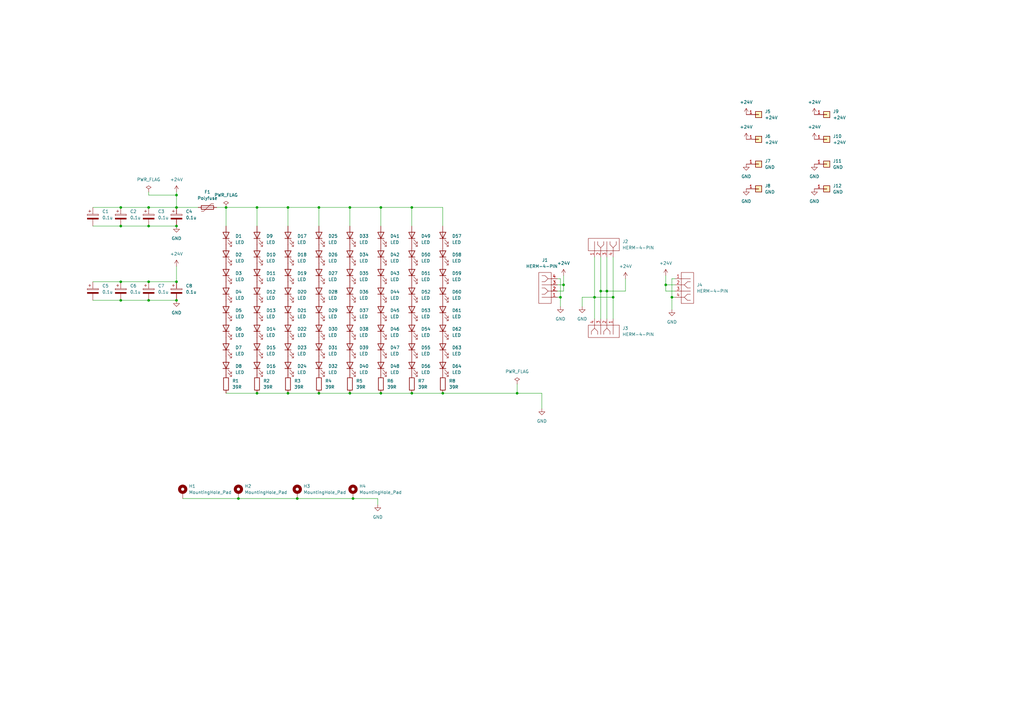
<source format=kicad_sch>
(kicad_sch (version 20211123) (generator eeschema)

  (uuid 62af3b32-b001-437c-9047-72cc141543a4)

  (paper "A3")

  (lib_symbols
    (symbol "100mm_LED_Panel:HERM-4-PIN" (in_bom yes) (on_board yes)
      (property "Reference" "J" (id 0) (at 0 -10.16 0)
        (effects (font (size 1.27 1.27)))
      )
      (property "Value" "HERM-4-PIN" (id 1) (at 0 8.89 0)
        (effects (font (size 1.27 1.27)))
      )
      (property "Footprint" "" (id 2) (at 0 0 0)
        (effects (font (size 1.27 1.27)) hide)
      )
      (property "Datasheet" "" (id 3) (at 0 0 0)
        (effects (font (size 1.27 1.27)) hide)
      )
      (symbol "HERM-4-PIN_0_1"
        (rectangle (start -2.54 6.35) (end 2.54 -6.35)
          (stroke (width 0) (type default) (color 0 0 0 0))
          (fill (type none))
        )
        (polyline
          (pts
            (xy -1.27 -3.81)
            (xy -1.27 -3.81)
          )
          (stroke (width 0) (type default) (color 0 0 0 0))
          (fill (type none))
        )
        (polyline
          (pts
            (xy 2.54 -3.81)
            (xy -1.27 -3.81)
          )
          (stroke (width 0) (type default) (color 0 0 0 0))
          (fill (type none))
        )
        (polyline
          (pts
            (xy 2.54 1.27)
            (xy -1.27 1.27)
          )
          (stroke (width 0) (type default) (color 0 0 0 0))
          (fill (type none))
        )
        (polyline
          (pts
            (xy 1.27 -1.27)
            (xy 0 -2.54)
            (xy -1.27 -2.54)
          )
          (stroke (width 0) (type default) (color 0 0 0 0))
          (fill (type none))
        )
        (polyline
          (pts
            (xy 1.27 3.81)
            (xy 0 2.54)
            (xy -1.27 2.54)
          )
          (stroke (width 0) (type default) (color 0 0 0 0))
          (fill (type none))
        )
        (polyline
          (pts
            (xy 2.54 -1.27)
            (xy 1.27 -1.27)
            (xy 0 0)
            (xy -1.27 0)
          )
          (stroke (width 0) (type default) (color 0 0 0 0))
          (fill (type none))
        )
        (polyline
          (pts
            (xy 2.54 3.81)
            (xy 1.27 3.81)
            (xy 0 5.08)
            (xy -1.27 5.08)
          )
          (stroke (width 0) (type default) (color 0 0 0 0))
          (fill (type none))
        )
      )
      (symbol "HERM-4-PIN_1_1"
        (pin power_in line (at 5.08 -3.81 180) (length 2.54)
          (name "" (effects (font (size 1.27 1.27))))
          (number "1" (effects (font (size 1.27 1.27))))
        )
        (pin power_in line (at 5.08 -1.27 180) (length 2.54)
          (name "" (effects (font (size 1.27 1.27))))
          (number "2" (effects (font (size 1.27 1.27))))
        )
        (pin power_in line (at 5.08 1.27 180) (length 2.54)
          (name "" (effects (font (size 1.27 1.27))))
          (number "3" (effects (font (size 1.27 1.27))))
        )
        (pin power_in line (at 5.08 3.81 180) (length 2.54)
          (name "" (effects (font (size 1.27 1.27))))
          (number "4" (effects (font (size 1.27 1.27))))
        )
      )
    )
    (symbol "Connector_Generic:Conn_01x01" (pin_names (offset 1.016) hide) (in_bom yes) (on_board yes)
      (property "Reference" "J" (id 0) (at 0 2.54 0)
        (effects (font (size 1.27 1.27)))
      )
      (property "Value" "Conn_01x01" (id 1) (at 0 -2.54 0)
        (effects (font (size 1.27 1.27)))
      )
      (property "Footprint" "" (id 2) (at 0 0 0)
        (effects (font (size 1.27 1.27)) hide)
      )
      (property "Datasheet" "~" (id 3) (at 0 0 0)
        (effects (font (size 1.27 1.27)) hide)
      )
      (property "ki_keywords" "connector" (id 4) (at 0 0 0)
        (effects (font (size 1.27 1.27)) hide)
      )
      (property "ki_description" "Generic connector, single row, 01x01, script generated (kicad-library-utils/schlib/autogen/connector/)" (id 5) (at 0 0 0)
        (effects (font (size 1.27 1.27)) hide)
      )
      (property "ki_fp_filters" "Connector*:*_1x??_*" (id 6) (at 0 0 0)
        (effects (font (size 1.27 1.27)) hide)
      )
      (symbol "Conn_01x01_1_1"
        (rectangle (start -1.27 0.127) (end 0 -0.127)
          (stroke (width 0.1524) (type default) (color 0 0 0 0))
          (fill (type none))
        )
        (rectangle (start -1.27 1.27) (end 1.27 -1.27)
          (stroke (width 0.254) (type default) (color 0 0 0 0))
          (fill (type background))
        )
        (pin passive line (at -5.08 0 0) (length 3.81)
          (name "Pin_1" (effects (font (size 1.27 1.27))))
          (number "1" (effects (font (size 1.27 1.27))))
        )
      )
    )
    (symbol "Device:C_Polarized" (pin_numbers hide) (pin_names (offset 0.254)) (in_bom yes) (on_board yes)
      (property "Reference" "C" (id 0) (at 0.635 2.54 0)
        (effects (font (size 1.27 1.27)) (justify left))
      )
      (property "Value" "C_Polarized" (id 1) (at 0.635 -2.54 0)
        (effects (font (size 1.27 1.27)) (justify left))
      )
      (property "Footprint" "" (id 2) (at 0.9652 -3.81 0)
        (effects (font (size 1.27 1.27)) hide)
      )
      (property "Datasheet" "~" (id 3) (at 0 0 0)
        (effects (font (size 1.27 1.27)) hide)
      )
      (property "ki_keywords" "cap capacitor" (id 4) (at 0 0 0)
        (effects (font (size 1.27 1.27)) hide)
      )
      (property "ki_description" "Polarized capacitor" (id 5) (at 0 0 0)
        (effects (font (size 1.27 1.27)) hide)
      )
      (property "ki_fp_filters" "CP_*" (id 6) (at 0 0 0)
        (effects (font (size 1.27 1.27)) hide)
      )
      (symbol "C_Polarized_0_1"
        (rectangle (start -2.286 0.508) (end 2.286 1.016)
          (stroke (width 0) (type default) (color 0 0 0 0))
          (fill (type none))
        )
        (polyline
          (pts
            (xy -1.778 2.286)
            (xy -0.762 2.286)
          )
          (stroke (width 0) (type default) (color 0 0 0 0))
          (fill (type none))
        )
        (polyline
          (pts
            (xy -1.27 2.794)
            (xy -1.27 1.778)
          )
          (stroke (width 0) (type default) (color 0 0 0 0))
          (fill (type none))
        )
        (rectangle (start 2.286 -0.508) (end -2.286 -1.016)
          (stroke (width 0) (type default) (color 0 0 0 0))
          (fill (type outline))
        )
      )
      (symbol "C_Polarized_1_1"
        (pin passive line (at 0 3.81 270) (length 2.794)
          (name "~" (effects (font (size 1.27 1.27))))
          (number "1" (effects (font (size 1.27 1.27))))
        )
        (pin passive line (at 0 -3.81 90) (length 2.794)
          (name "~" (effects (font (size 1.27 1.27))))
          (number "2" (effects (font (size 1.27 1.27))))
        )
      )
    )
    (symbol "Device:LED" (pin_numbers hide) (pin_names (offset 1.016) hide) (in_bom yes) (on_board yes)
      (property "Reference" "D" (id 0) (at 0 2.54 0)
        (effects (font (size 1.27 1.27)))
      )
      (property "Value" "LED" (id 1) (at 0 -2.54 0)
        (effects (font (size 1.27 1.27)))
      )
      (property "Footprint" "" (id 2) (at 0 0 0)
        (effects (font (size 1.27 1.27)) hide)
      )
      (property "Datasheet" "~" (id 3) (at 0 0 0)
        (effects (font (size 1.27 1.27)) hide)
      )
      (property "ki_keywords" "LED diode" (id 4) (at 0 0 0)
        (effects (font (size 1.27 1.27)) hide)
      )
      (property "ki_description" "Light emitting diode" (id 5) (at 0 0 0)
        (effects (font (size 1.27 1.27)) hide)
      )
      (property "ki_fp_filters" "LED* LED_SMD:* LED_THT:*" (id 6) (at 0 0 0)
        (effects (font (size 1.27 1.27)) hide)
      )
      (symbol "LED_0_1"
        (polyline
          (pts
            (xy -1.27 -1.27)
            (xy -1.27 1.27)
          )
          (stroke (width 0.254) (type default) (color 0 0 0 0))
          (fill (type none))
        )
        (polyline
          (pts
            (xy -1.27 0)
            (xy 1.27 0)
          )
          (stroke (width 0) (type default) (color 0 0 0 0))
          (fill (type none))
        )
        (polyline
          (pts
            (xy 1.27 -1.27)
            (xy 1.27 1.27)
            (xy -1.27 0)
            (xy 1.27 -1.27)
          )
          (stroke (width 0.254) (type default) (color 0 0 0 0))
          (fill (type none))
        )
        (polyline
          (pts
            (xy -3.048 -0.762)
            (xy -4.572 -2.286)
            (xy -3.81 -2.286)
            (xy -4.572 -2.286)
            (xy -4.572 -1.524)
          )
          (stroke (width 0) (type default) (color 0 0 0 0))
          (fill (type none))
        )
        (polyline
          (pts
            (xy -1.778 -0.762)
            (xy -3.302 -2.286)
            (xy -2.54 -2.286)
            (xy -3.302 -2.286)
            (xy -3.302 -1.524)
          )
          (stroke (width 0) (type default) (color 0 0 0 0))
          (fill (type none))
        )
      )
      (symbol "LED_1_1"
        (pin passive line (at -3.81 0 0) (length 2.54)
          (name "K" (effects (font (size 1.27 1.27))))
          (number "1" (effects (font (size 1.27 1.27))))
        )
        (pin passive line (at 3.81 0 180) (length 2.54)
          (name "A" (effects (font (size 1.27 1.27))))
          (number "2" (effects (font (size 1.27 1.27))))
        )
      )
    )
    (symbol "Device:Polyfuse" (pin_numbers hide) (pin_names (offset 0)) (in_bom yes) (on_board yes)
      (property "Reference" "F" (id 0) (at -2.54 0 90)
        (effects (font (size 1.27 1.27)))
      )
      (property "Value" "Polyfuse" (id 1) (at 2.54 0 90)
        (effects (font (size 1.27 1.27)))
      )
      (property "Footprint" "" (id 2) (at 1.27 -5.08 0)
        (effects (font (size 1.27 1.27)) (justify left) hide)
      )
      (property "Datasheet" "~" (id 3) (at 0 0 0)
        (effects (font (size 1.27 1.27)) hide)
      )
      (property "ki_keywords" "resettable fuse PTC PPTC polyfuse polyswitch" (id 4) (at 0 0 0)
        (effects (font (size 1.27 1.27)) hide)
      )
      (property "ki_description" "Resettable fuse, polymeric positive temperature coefficient" (id 5) (at 0 0 0)
        (effects (font (size 1.27 1.27)) hide)
      )
      (property "ki_fp_filters" "*polyfuse* *PTC*" (id 6) (at 0 0 0)
        (effects (font (size 1.27 1.27)) hide)
      )
      (symbol "Polyfuse_0_1"
        (rectangle (start -0.762 2.54) (end 0.762 -2.54)
          (stroke (width 0.254) (type default) (color 0 0 0 0))
          (fill (type none))
        )
        (polyline
          (pts
            (xy 0 2.54)
            (xy 0 -2.54)
          )
          (stroke (width 0) (type default) (color 0 0 0 0))
          (fill (type none))
        )
        (polyline
          (pts
            (xy -1.524 2.54)
            (xy -1.524 1.524)
            (xy 1.524 -1.524)
            (xy 1.524 -2.54)
          )
          (stroke (width 0) (type default) (color 0 0 0 0))
          (fill (type none))
        )
      )
      (symbol "Polyfuse_1_1"
        (pin passive line (at 0 3.81 270) (length 1.27)
          (name "~" (effects (font (size 1.27 1.27))))
          (number "1" (effects (font (size 1.27 1.27))))
        )
        (pin passive line (at 0 -3.81 90) (length 1.27)
          (name "~" (effects (font (size 1.27 1.27))))
          (number "2" (effects (font (size 1.27 1.27))))
        )
      )
    )
    (symbol "Device:R" (pin_numbers hide) (pin_names (offset 0)) (in_bom yes) (on_board yes)
      (property "Reference" "R" (id 0) (at 2.032 0 90)
        (effects (font (size 1.27 1.27)))
      )
      (property "Value" "R" (id 1) (at 0 0 90)
        (effects (font (size 1.27 1.27)))
      )
      (property "Footprint" "" (id 2) (at -1.778 0 90)
        (effects (font (size 1.27 1.27)) hide)
      )
      (property "Datasheet" "~" (id 3) (at 0 0 0)
        (effects (font (size 1.27 1.27)) hide)
      )
      (property "ki_keywords" "R res resistor" (id 4) (at 0 0 0)
        (effects (font (size 1.27 1.27)) hide)
      )
      (property "ki_description" "Resistor" (id 5) (at 0 0 0)
        (effects (font (size 1.27 1.27)) hide)
      )
      (property "ki_fp_filters" "R_*" (id 6) (at 0 0 0)
        (effects (font (size 1.27 1.27)) hide)
      )
      (symbol "R_0_1"
        (rectangle (start -1.016 -2.54) (end 1.016 2.54)
          (stroke (width 0.254) (type default) (color 0 0 0 0))
          (fill (type none))
        )
      )
      (symbol "R_1_1"
        (pin passive line (at 0 3.81 270) (length 1.27)
          (name "~" (effects (font (size 1.27 1.27))))
          (number "1" (effects (font (size 1.27 1.27))))
        )
        (pin passive line (at 0 -3.81 90) (length 1.27)
          (name "~" (effects (font (size 1.27 1.27))))
          (number "2" (effects (font (size 1.27 1.27))))
        )
      )
    )
    (symbol "Mechanical:MountingHole_Pad" (pin_numbers hide) (pin_names (offset 1.016) hide) (in_bom yes) (on_board yes)
      (property "Reference" "H" (id 0) (at 0 6.35 0)
        (effects (font (size 1.27 1.27)))
      )
      (property "Value" "MountingHole_Pad" (id 1) (at 0 4.445 0)
        (effects (font (size 1.27 1.27)))
      )
      (property "Footprint" "" (id 2) (at 0 0 0)
        (effects (font (size 1.27 1.27)) hide)
      )
      (property "Datasheet" "~" (id 3) (at 0 0 0)
        (effects (font (size 1.27 1.27)) hide)
      )
      (property "ki_keywords" "mounting hole" (id 4) (at 0 0 0)
        (effects (font (size 1.27 1.27)) hide)
      )
      (property "ki_description" "Mounting Hole with connection" (id 5) (at 0 0 0)
        (effects (font (size 1.27 1.27)) hide)
      )
      (property "ki_fp_filters" "MountingHole*Pad*" (id 6) (at 0 0 0)
        (effects (font (size 1.27 1.27)) hide)
      )
      (symbol "MountingHole_Pad_0_1"
        (circle (center 0 1.27) (radius 1.27)
          (stroke (width 1.27) (type default) (color 0 0 0 0))
          (fill (type none))
        )
      )
      (symbol "MountingHole_Pad_1_1"
        (pin input line (at 0 -2.54 90) (length 2.54)
          (name "1" (effects (font (size 1.27 1.27))))
          (number "1" (effects (font (size 1.27 1.27))))
        )
      )
    )
    (symbol "power:+24V" (power) (pin_names (offset 0)) (in_bom yes) (on_board yes)
      (property "Reference" "#PWR" (id 0) (at 0 -3.81 0)
        (effects (font (size 1.27 1.27)) hide)
      )
      (property "Value" "+24V" (id 1) (at 0 3.556 0)
        (effects (font (size 1.27 1.27)))
      )
      (property "Footprint" "" (id 2) (at 0 0 0)
        (effects (font (size 1.27 1.27)) hide)
      )
      (property "Datasheet" "" (id 3) (at 0 0 0)
        (effects (font (size 1.27 1.27)) hide)
      )
      (property "ki_keywords" "power-flag" (id 4) (at 0 0 0)
        (effects (font (size 1.27 1.27)) hide)
      )
      (property "ki_description" "Power symbol creates a global label with name \"+24V\"" (id 5) (at 0 0 0)
        (effects (font (size 1.27 1.27)) hide)
      )
      (symbol "+24V_0_1"
        (polyline
          (pts
            (xy -0.762 1.27)
            (xy 0 2.54)
          )
          (stroke (width 0) (type default) (color 0 0 0 0))
          (fill (type none))
        )
        (polyline
          (pts
            (xy 0 0)
            (xy 0 2.54)
          )
          (stroke (width 0) (type default) (color 0 0 0 0))
          (fill (type none))
        )
        (polyline
          (pts
            (xy 0 2.54)
            (xy 0.762 1.27)
          )
          (stroke (width 0) (type default) (color 0 0 0 0))
          (fill (type none))
        )
      )
      (symbol "+24V_1_1"
        (pin power_in line (at 0 0 90) (length 0) hide
          (name "+24V" (effects (font (size 1.27 1.27))))
          (number "1" (effects (font (size 1.27 1.27))))
        )
      )
    )
    (symbol "power:GND" (power) (pin_names (offset 0)) (in_bom yes) (on_board yes)
      (property "Reference" "#PWR" (id 0) (at 0 -6.35 0)
        (effects (font (size 1.27 1.27)) hide)
      )
      (property "Value" "GND" (id 1) (at 0 -3.81 0)
        (effects (font (size 1.27 1.27)))
      )
      (property "Footprint" "" (id 2) (at 0 0 0)
        (effects (font (size 1.27 1.27)) hide)
      )
      (property "Datasheet" "" (id 3) (at 0 0 0)
        (effects (font (size 1.27 1.27)) hide)
      )
      (property "ki_keywords" "power-flag" (id 4) (at 0 0 0)
        (effects (font (size 1.27 1.27)) hide)
      )
      (property "ki_description" "Power symbol creates a global label with name \"GND\" , ground" (id 5) (at 0 0 0)
        (effects (font (size 1.27 1.27)) hide)
      )
      (symbol "GND_0_1"
        (polyline
          (pts
            (xy 0 0)
            (xy 0 -1.27)
            (xy 1.27 -1.27)
            (xy 0 -2.54)
            (xy -1.27 -1.27)
            (xy 0 -1.27)
          )
          (stroke (width 0) (type default) (color 0 0 0 0))
          (fill (type none))
        )
      )
      (symbol "GND_1_1"
        (pin power_in line (at 0 0 270) (length 0) hide
          (name "GND" (effects (font (size 1.27 1.27))))
          (number "1" (effects (font (size 1.27 1.27))))
        )
      )
    )
    (symbol "power:PWR_FLAG" (power) (pin_numbers hide) (pin_names (offset 0) hide) (in_bom yes) (on_board yes)
      (property "Reference" "#FLG" (id 0) (at 0 1.905 0)
        (effects (font (size 1.27 1.27)) hide)
      )
      (property "Value" "PWR_FLAG" (id 1) (at 0 3.81 0)
        (effects (font (size 1.27 1.27)))
      )
      (property "Footprint" "" (id 2) (at 0 0 0)
        (effects (font (size 1.27 1.27)) hide)
      )
      (property "Datasheet" "~" (id 3) (at 0 0 0)
        (effects (font (size 1.27 1.27)) hide)
      )
      (property "ki_keywords" "power-flag" (id 4) (at 0 0 0)
        (effects (font (size 1.27 1.27)) hide)
      )
      (property "ki_description" "Special symbol for telling ERC where power comes from" (id 5) (at 0 0 0)
        (effects (font (size 1.27 1.27)) hide)
      )
      (symbol "PWR_FLAG_0_0"
        (pin power_out line (at 0 0 90) (length 0)
          (name "pwr" (effects (font (size 1.27 1.27))))
          (number "1" (effects (font (size 1.27 1.27))))
        )
      )
      (symbol "PWR_FLAG_0_1"
        (polyline
          (pts
            (xy 0 0)
            (xy 0 1.27)
            (xy -1.016 1.905)
            (xy 0 2.54)
            (xy 1.016 1.905)
            (xy 0 1.27)
          )
          (stroke (width 0) (type default) (color 0 0 0 0))
          (fill (type none))
        )
      )
    )
  )

  (junction (at 105.41 85.09) (diameter 0) (color 0 0 0 0)
    (uuid 0059e14a-93f8-453d-b3ff-abcef3520f93)
  )
  (junction (at 92.71 85.09) (diameter 0) (color 0 0 0 0)
    (uuid 0066d2ec-4668-4c00-916c-f620de1fcb3b)
  )
  (junction (at 72.39 80.01) (diameter 0) (color 0 0 0 0)
    (uuid 04e26684-bd5a-4f90-9b59-d38895715e99)
  )
  (junction (at 144.78 204.47) (diameter 0) (color 0 0 0 0)
    (uuid 16316404-0a46-4d7e-9bb2-1593bbcccbb8)
  )
  (junction (at 212.09 161.29) (diameter 0) (color 0 0 0 0)
    (uuid 24db1271-0594-4872-a6f2-631c4efe3d34)
  )
  (junction (at 72.39 85.09) (diameter 0) (color 0 0 0 0)
    (uuid 2dd31880-4be5-428b-94ed-09ba14c2b953)
  )
  (junction (at 97.79 204.47) (diameter 0) (color 0 0 0 0)
    (uuid 2f2c05e3-bddb-4d77-91b4-ed07704cc9af)
  )
  (junction (at 273.05 116.84) (diameter 0) (color 0 0 0 0)
    (uuid 30512645-d70e-4dac-a633-33b0f9a3ace8)
  )
  (junction (at 60.96 92.71) (diameter 0) (color 0 0 0 0)
    (uuid 3366404a-a5cc-4546-ad3f-8bbd604f91d6)
  )
  (junction (at 105.41 161.29) (diameter 0) (color 0 0 0 0)
    (uuid 411d9f25-513b-4a27-a9bc-622a38155a69)
  )
  (junction (at 168.91 161.29) (diameter 0) (color 0 0 0 0)
    (uuid 44fb5ef6-8750-40ff-ae77-297857d055f3)
  )
  (junction (at 72.39 115.57) (diameter 0) (color 0 0 0 0)
    (uuid 49966f10-5580-4087-a5d7-f6e28f9b462e)
  )
  (junction (at 130.81 85.09) (diameter 0) (color 0 0 0 0)
    (uuid 55070f5a-a303-461c-a42a-90b1180ce091)
  )
  (junction (at 49.53 123.19) (diameter 0) (color 0 0 0 0)
    (uuid 6089b340-5eab-48b0-9146-51491abf0270)
  )
  (junction (at 231.14 116.84) (diameter 0) (color 0 0 0 0)
    (uuid 619e43db-1439-40e7-9f76-910aafc7b7b9)
  )
  (junction (at 143.51 161.29) (diameter 0) (color 0 0 0 0)
    (uuid 671e815a-1275-4ff1-9028-4cc22e9d6be1)
  )
  (junction (at 118.11 161.29) (diameter 0) (color 0 0 0 0)
    (uuid 6be2d596-c3c3-4894-95ee-d04421635996)
  )
  (junction (at 49.53 85.09) (diameter 0) (color 0 0 0 0)
    (uuid 8c5f540d-982c-4355-bd53-2f5bf1747249)
  )
  (junction (at 181.61 161.29) (diameter 0) (color 0 0 0 0)
    (uuid 8efe8c84-6987-48a2-b65b-8364b6806d3f)
  )
  (junction (at 118.11 85.09) (diameter 0) (color 0 0 0 0)
    (uuid 9e93f253-6879-44f9-8576-b423d601831a)
  )
  (junction (at 229.87 121.92) (diameter 0) (color 0 0 0 0)
    (uuid a38aedbc-3060-4b32-a880-8d6f5e2f2995)
  )
  (junction (at 49.53 115.57) (diameter 0) (color 0 0 0 0)
    (uuid abbcf123-0ece-4dbf-8333-4b1520f11ab2)
  )
  (junction (at 72.39 92.71) (diameter 0) (color 0 0 0 0)
    (uuid aee2ccfe-e96a-4abc-87c1-fd906555aec7)
  )
  (junction (at 143.51 85.09) (diameter 0) (color 0 0 0 0)
    (uuid af2675e8-0463-4cc9-90e3-c59e1f313f60)
  )
  (junction (at 156.21 85.09) (diameter 0) (color 0 0 0 0)
    (uuid b4f55c69-5e95-4317-b081-a90620756fa1)
  )
  (junction (at 251.46 121.92) (diameter 0) (color 0 0 0 0)
    (uuid b53941ef-6316-4ab4-8454-6c20c9d62930)
  )
  (junction (at 156.21 161.29) (diameter 0) (color 0 0 0 0)
    (uuid b637a1a2-4b20-4680-881b-32893c72ed63)
  )
  (junction (at 275.59 121.92) (diameter 0) (color 0 0 0 0)
    (uuid c07137cd-a2c1-4c1f-b8fe-fc30830b812b)
  )
  (junction (at 60.96 85.09) (diameter 0) (color 0 0 0 0)
    (uuid c55eface-1e4c-45f5-9d2a-8737f8d2cdab)
  )
  (junction (at 248.92 119.38) (diameter 0) (color 0 0 0 0)
    (uuid ca0fa519-ae5c-4d5f-a2d8-faa34aa36782)
  )
  (junction (at 49.53 92.71) (diameter 0) (color 0 0 0 0)
    (uuid caa134c0-85a6-449b-b6c8-552a7ebd56b4)
  )
  (junction (at 168.91 85.09) (diameter 0) (color 0 0 0 0)
    (uuid cc6c14b4-1064-4dfa-bc69-89d3bd8d4da0)
  )
  (junction (at 130.81 161.29) (diameter 0) (color 0 0 0 0)
    (uuid d0bebbf3-2aa5-45b2-956d-04d9f21bdf45)
  )
  (junction (at 243.84 121.92) (diameter 0) (color 0 0 0 0)
    (uuid e045d990-9a17-4813-af20-d128661d1d9c)
  )
  (junction (at 121.92 204.47) (diameter 0) (color 0 0 0 0)
    (uuid e7c1edab-2b35-48bc-97a2-5cf600671059)
  )
  (junction (at 246.38 119.38) (diameter 0) (color 0 0 0 0)
    (uuid f1f3beb4-ddc1-441c-9927-be5dceb9d392)
  )
  (junction (at 60.96 115.57) (diameter 0) (color 0 0 0 0)
    (uuid f3f7c729-63d3-4a38-986d-16dddec8b4fe)
  )
  (junction (at 72.39 123.19) (diameter 0) (color 0 0 0 0)
    (uuid f5083f47-21ae-4a95-b378-2ee4e9d3ce5e)
  )
  (junction (at 60.96 123.19) (diameter 0) (color 0 0 0 0)
    (uuid f9beb35d-0de1-4665-9fe2-1e85c510973c)
  )

  (wire (pts (xy 231.14 113.03) (xy 231.14 116.84))
    (stroke (width 0) (type default) (color 0 0 0 0))
    (uuid 0012add9-f91e-4625-917f-14a50016032b)
  )
  (wire (pts (xy 273.05 116.84) (xy 273.05 119.38))
    (stroke (width 0) (type default) (color 0 0 0 0))
    (uuid 05b8c4a7-1d24-41f6-a438-581c4cc420e1)
  )
  (wire (pts (xy 246.38 119.38) (xy 248.92 119.38))
    (stroke (width 0) (type default) (color 0 0 0 0))
    (uuid 06017fe6-aedf-44d4-9849-09168dab2c61)
  )
  (wire (pts (xy 60.96 80.01) (xy 72.39 80.01))
    (stroke (width 0) (type default) (color 0 0 0 0))
    (uuid 084cf2de-246d-4dca-a54f-7c3c8411e720)
  )
  (wire (pts (xy 168.91 85.09) (xy 168.91 92.71))
    (stroke (width 0) (type default) (color 0 0 0 0))
    (uuid 0a248b94-adbb-45fd-9fa1-b17617d8d3f2)
  )
  (wire (pts (xy 168.91 85.09) (xy 181.61 85.09))
    (stroke (width 0) (type default) (color 0 0 0 0))
    (uuid 0c3dd3c8-70c1-43ce-af68-c72ded43490a)
  )
  (wire (pts (xy 72.39 80.01) (xy 72.39 85.09))
    (stroke (width 0) (type default) (color 0 0 0 0))
    (uuid 0eb6fb3e-1b5a-4803-9a11-0a69f46cfec3)
  )
  (wire (pts (xy 273.05 113.03) (xy 273.05 116.84))
    (stroke (width 0) (type default) (color 0 0 0 0))
    (uuid 0fcaedba-8bfc-45ba-851f-b69ba19ba7c4)
  )
  (wire (pts (xy 243.84 121.92) (xy 243.84 130.81))
    (stroke (width 0) (type default) (color 0 0 0 0))
    (uuid 12fdd110-c965-4cf5-8554-70e7680450bb)
  )
  (wire (pts (xy 49.53 123.19) (xy 60.96 123.19))
    (stroke (width 0) (type default) (color 0 0 0 0))
    (uuid 144c38fc-4d98-4589-8163-37e796b8e8c9)
  )
  (wire (pts (xy 143.51 85.09) (xy 156.21 85.09))
    (stroke (width 0) (type default) (color 0 0 0 0))
    (uuid 15e2e46f-6b07-4b14-9766-c4b83633e8f0)
  )
  (wire (pts (xy 130.81 85.09) (xy 130.81 92.71))
    (stroke (width 0) (type default) (color 0 0 0 0))
    (uuid 17abc32a-a36c-4940-8617-93416a10c3b2)
  )
  (wire (pts (xy 248.92 119.38) (xy 256.54 119.38))
    (stroke (width 0) (type default) (color 0 0 0 0))
    (uuid 19d00e59-17c4-4dba-888e-e58f1d04634c)
  )
  (wire (pts (xy 49.53 115.57) (xy 60.96 115.57))
    (stroke (width 0) (type default) (color 0 0 0 0))
    (uuid 1ae6881d-7369-4e59-bba3-8b1de8bfd4c0)
  )
  (wire (pts (xy 74.93 204.47) (xy 97.79 204.47))
    (stroke (width 0) (type default) (color 0 0 0 0))
    (uuid 1bb016ad-11a8-4ee2-aa0a-4e0d54099dcd)
  )
  (wire (pts (xy 168.91 161.29) (xy 181.61 161.29))
    (stroke (width 0) (type default) (color 0 0 0 0))
    (uuid 23fc598d-4f9b-4e05-bdec-cc13ad0bb6bd)
  )
  (wire (pts (xy 118.11 161.29) (xy 130.81 161.29))
    (stroke (width 0) (type default) (color 0 0 0 0))
    (uuid 2690716f-5a98-40c0-ad4f-defc31ea7c16)
  )
  (wire (pts (xy 243.84 105.41) (xy 243.84 121.92))
    (stroke (width 0) (type default) (color 0 0 0 0))
    (uuid 29abdbfd-89ca-403e-978e-2e21a929f480)
  )
  (wire (pts (xy 246.38 105.41) (xy 246.38 119.38))
    (stroke (width 0) (type default) (color 0 0 0 0))
    (uuid 29b257cd-9409-4594-8251-caca93e31567)
  )
  (wire (pts (xy 228.6 116.84) (xy 231.14 116.84))
    (stroke (width 0) (type default) (color 0 0 0 0))
    (uuid 2b26352b-f943-43bc-aa6c-ec788c026225)
  )
  (wire (pts (xy 229.87 114.3) (xy 229.87 121.92))
    (stroke (width 0) (type default) (color 0 0 0 0))
    (uuid 2b7b30aa-2223-4d5f-a6bc-ba37431a3f1d)
  )
  (wire (pts (xy 92.71 85.09) (xy 105.41 85.09))
    (stroke (width 0) (type default) (color 0 0 0 0))
    (uuid 2e4e99ec-fa00-46a2-b23c-34c3c3680454)
  )
  (wire (pts (xy 60.96 80.01) (xy 60.96 78.74))
    (stroke (width 0) (type default) (color 0 0 0 0))
    (uuid 30174a00-6a17-43c6-820e-d9ded17f2da7)
  )
  (wire (pts (xy 92.71 161.29) (xy 105.41 161.29))
    (stroke (width 0) (type default) (color 0 0 0 0))
    (uuid 39c72d57-c006-40cf-ac70-7bbb954cc124)
  )
  (wire (pts (xy 38.1 123.19) (xy 49.53 123.19))
    (stroke (width 0) (type default) (color 0 0 0 0))
    (uuid 3e086e58-0170-4fdc-838c-024f0070e9e1)
  )
  (wire (pts (xy 88.9 85.09) (xy 92.71 85.09))
    (stroke (width 0) (type default) (color 0 0 0 0))
    (uuid 42304201-ad92-41bc-9ab7-e69ab81d6f93)
  )
  (wire (pts (xy 276.86 114.3) (xy 275.59 114.3))
    (stroke (width 0) (type default) (color 0 0 0 0))
    (uuid 42e52a6a-1a92-4c06-8df9-9681937408d5)
  )
  (wire (pts (xy 243.84 121.92) (xy 251.46 121.92))
    (stroke (width 0) (type default) (color 0 0 0 0))
    (uuid 44993b09-7f24-4f59-86ef-dff6dd1b90c8)
  )
  (wire (pts (xy 251.46 121.92) (xy 251.46 130.81))
    (stroke (width 0) (type default) (color 0 0 0 0))
    (uuid 4acc6fbc-3f81-4ba7-8791-ec807cf3a532)
  )
  (wire (pts (xy 118.11 85.09) (xy 118.11 92.71))
    (stroke (width 0) (type default) (color 0 0 0 0))
    (uuid 50ea27b2-09d7-4de8-9f10-ec28082ccf3c)
  )
  (wire (pts (xy 231.14 119.38) (xy 231.14 116.84))
    (stroke (width 0) (type default) (color 0 0 0 0))
    (uuid 52267aab-e3d6-487c-aec6-2309fd83ba80)
  )
  (wire (pts (xy 38.1 92.71) (xy 49.53 92.71))
    (stroke (width 0) (type default) (color 0 0 0 0))
    (uuid 525a54f2-fcc5-4992-9eb0-cf969da3d71d)
  )
  (wire (pts (xy 212.09 161.29) (xy 222.25 161.29))
    (stroke (width 0) (type default) (color 0 0 0 0))
    (uuid 52c7af94-10d1-4639-97c8-b11d8de37333)
  )
  (wire (pts (xy 72.39 85.09) (xy 81.28 85.09))
    (stroke (width 0) (type default) (color 0 0 0 0))
    (uuid 574558d2-9fde-4257-a4ae-7c9d3ef19fdf)
  )
  (wire (pts (xy 121.92 204.47) (xy 144.78 204.47))
    (stroke (width 0) (type default) (color 0 0 0 0))
    (uuid 585de40d-7df2-49f0-94c8-dea2f76bbde0)
  )
  (wire (pts (xy 38.1 115.57) (xy 49.53 115.57))
    (stroke (width 0) (type default) (color 0 0 0 0))
    (uuid 58c1f6aa-2651-4260-b3bc-6bf80e399fef)
  )
  (wire (pts (xy 92.71 85.09) (xy 92.71 92.71))
    (stroke (width 0) (type default) (color 0 0 0 0))
    (uuid 5f06819e-1503-4de9-a4d8-28430747de78)
  )
  (wire (pts (xy 156.21 85.09) (xy 156.21 92.71))
    (stroke (width 0) (type default) (color 0 0 0 0))
    (uuid 62c86329-8a06-4cf7-810c-d8a62d4cd9d4)
  )
  (wire (pts (xy 243.84 121.92) (xy 238.76 121.92))
    (stroke (width 0) (type default) (color 0 0 0 0))
    (uuid 6ace978d-aa8b-4d21-94a4-c5b1ad19f589)
  )
  (wire (pts (xy 60.96 85.09) (xy 72.39 85.09))
    (stroke (width 0) (type default) (color 0 0 0 0))
    (uuid 6e8f9ca3-a162-4923-b679-20eea5191719)
  )
  (wire (pts (xy 60.96 123.19) (xy 72.39 123.19))
    (stroke (width 0) (type default) (color 0 0 0 0))
    (uuid 6ed63fde-afc1-44cc-a27e-32cd4a9ccfc2)
  )
  (wire (pts (xy 60.96 115.57) (xy 72.39 115.57))
    (stroke (width 0) (type default) (color 0 0 0 0))
    (uuid 6f09d498-f64d-469b-82ac-4f848150f4d1)
  )
  (wire (pts (xy 130.81 85.09) (xy 143.51 85.09))
    (stroke (width 0) (type default) (color 0 0 0 0))
    (uuid 7aec9d12-239b-4a95-9a17-b1bf4b44bb8b)
  )
  (wire (pts (xy 229.87 121.92) (xy 229.87 125.73))
    (stroke (width 0) (type default) (color 0 0 0 0))
    (uuid 7fe5ee52-2a86-4561-9862-ec8960140a65)
  )
  (wire (pts (xy 72.39 109.22) (xy 72.39 115.57))
    (stroke (width 0) (type default) (color 0 0 0 0))
    (uuid 8709c626-bcac-4efa-a423-6f16aa7517bb)
  )
  (wire (pts (xy 144.78 204.47) (xy 154.94 204.47))
    (stroke (width 0) (type default) (color 0 0 0 0))
    (uuid 8a6ffb28-7398-4069-adf1-a77b1a872c46)
  )
  (wire (pts (xy 228.6 121.92) (xy 229.87 121.92))
    (stroke (width 0) (type default) (color 0 0 0 0))
    (uuid 8f8d43dd-0300-49d7-9bfd-83b0c96c49ad)
  )
  (wire (pts (xy 130.81 161.29) (xy 143.51 161.29))
    (stroke (width 0) (type default) (color 0 0 0 0))
    (uuid 9b9a569e-4084-4cab-b649-5695cb06e027)
  )
  (wire (pts (xy 105.41 85.09) (xy 118.11 85.09))
    (stroke (width 0) (type default) (color 0 0 0 0))
    (uuid 9f04257c-68a0-4d0a-b382-eaec7b3f7a99)
  )
  (wire (pts (xy 156.21 161.29) (xy 168.91 161.29))
    (stroke (width 0) (type default) (color 0 0 0 0))
    (uuid a0055f89-1e65-4196-8e09-0941b16214e1)
  )
  (wire (pts (xy 143.51 161.29) (xy 156.21 161.29))
    (stroke (width 0) (type default) (color 0 0 0 0))
    (uuid a4980c85-eecd-4e03-a3ab-7c8d08e1dc8c)
  )
  (wire (pts (xy 156.21 85.09) (xy 168.91 85.09))
    (stroke (width 0) (type default) (color 0 0 0 0))
    (uuid a51524d4-ad4f-4076-844a-fca3ad62be6c)
  )
  (wire (pts (xy 143.51 85.09) (xy 143.51 92.71))
    (stroke (width 0) (type default) (color 0 0 0 0))
    (uuid a52bb312-caed-4e21-a1a5-adb6f656537b)
  )
  (wire (pts (xy 222.25 161.29) (xy 222.25 167.64))
    (stroke (width 0) (type default) (color 0 0 0 0))
    (uuid a5b1dae4-f644-42c5-90f6-17d368d8c3be)
  )
  (wire (pts (xy 49.53 85.09) (xy 60.96 85.09))
    (stroke (width 0) (type default) (color 0 0 0 0))
    (uuid a6118e93-2cd3-4f41-9260-adfc26a1efe4)
  )
  (wire (pts (xy 105.41 161.29) (xy 118.11 161.29))
    (stroke (width 0) (type default) (color 0 0 0 0))
    (uuid abbad64f-371c-487c-a115-e9abfc4ca488)
  )
  (wire (pts (xy 275.59 114.3) (xy 275.59 121.92))
    (stroke (width 0) (type default) (color 0 0 0 0))
    (uuid b1e77d54-0b59-42c7-ab7f-c2e9fa5eb202)
  )
  (wire (pts (xy 72.39 78.74) (xy 72.39 80.01))
    (stroke (width 0) (type default) (color 0 0 0 0))
    (uuid b588c5f7-9f45-45e9-9ff0-9813945db38d)
  )
  (wire (pts (xy 105.41 85.09) (xy 105.41 92.71))
    (stroke (width 0) (type default) (color 0 0 0 0))
    (uuid c387dddd-da51-40f1-8d55-8ecc254d386d)
  )
  (wire (pts (xy 275.59 121.92) (xy 275.59 127))
    (stroke (width 0) (type default) (color 0 0 0 0))
    (uuid c922b1a0-2dac-4c0c-91dc-642617412199)
  )
  (wire (pts (xy 228.6 119.38) (xy 231.14 119.38))
    (stroke (width 0) (type default) (color 0 0 0 0))
    (uuid c9b47534-5e6c-41df-b49d-e9900483811d)
  )
  (wire (pts (xy 275.59 121.92) (xy 276.86 121.92))
    (stroke (width 0) (type default) (color 0 0 0 0))
    (uuid ca3f539f-9b4d-4f62-859d-4c0de054416f)
  )
  (wire (pts (xy 60.96 92.71) (xy 72.39 92.71))
    (stroke (width 0) (type default) (color 0 0 0 0))
    (uuid ca5e83f6-d951-40f9-bd76-f00f0cf9450d)
  )
  (wire (pts (xy 38.1 85.09) (xy 49.53 85.09))
    (stroke (width 0) (type default) (color 0 0 0 0))
    (uuid cac9149a-39e4-4bba-9e86-b1c735226823)
  )
  (wire (pts (xy 181.61 85.09) (xy 181.61 92.71))
    (stroke (width 0) (type default) (color 0 0 0 0))
    (uuid d155b911-98f8-464c-bcc4-ea12873c07b5)
  )
  (wire (pts (xy 238.76 121.92) (xy 238.76 125.73))
    (stroke (width 0) (type default) (color 0 0 0 0))
    (uuid d515cd6a-8ed6-4fb2-9bbf-31561719d3c7)
  )
  (wire (pts (xy 212.09 157.48) (xy 212.09 161.29))
    (stroke (width 0) (type default) (color 0 0 0 0))
    (uuid d7f52333-049b-4924-962e-92c36295af57)
  )
  (wire (pts (xy 256.54 114.3) (xy 256.54 119.38))
    (stroke (width 0) (type default) (color 0 0 0 0))
    (uuid da131459-269d-4ae7-97c3-6ab697a6137c)
  )
  (wire (pts (xy 97.79 204.47) (xy 121.92 204.47))
    (stroke (width 0) (type default) (color 0 0 0 0))
    (uuid dc034249-676f-444d-a37e-679bc5cf3a65)
  )
  (wire (pts (xy 154.94 204.47) (xy 154.94 207.01))
    (stroke (width 0) (type default) (color 0 0 0 0))
    (uuid e48d3c26-9d35-4ebe-82e5-886e16b47c6c)
  )
  (wire (pts (xy 228.6 114.3) (xy 229.87 114.3))
    (stroke (width 0) (type default) (color 0 0 0 0))
    (uuid e82dd7e5-1114-4862-a28a-aba812fa1e6e)
  )
  (wire (pts (xy 118.11 85.09) (xy 130.81 85.09))
    (stroke (width 0) (type default) (color 0 0 0 0))
    (uuid ea205c22-fa53-4884-ae0d-49f7e08e19fe)
  )
  (wire (pts (xy 248.92 119.38) (xy 248.92 130.81))
    (stroke (width 0) (type default) (color 0 0 0 0))
    (uuid ed741b3d-b850-4ee4-91ba-190653bfdfbc)
  )
  (wire (pts (xy 276.86 119.38) (xy 273.05 119.38))
    (stroke (width 0) (type default) (color 0 0 0 0))
    (uuid edd20423-8ac6-4d2f-8a47-065ef8d8367f)
  )
  (wire (pts (xy 251.46 105.41) (xy 251.46 121.92))
    (stroke (width 0) (type default) (color 0 0 0 0))
    (uuid ee54080f-fe40-4729-909d-609c59b2aefd)
  )
  (wire (pts (xy 246.38 119.38) (xy 246.38 130.81))
    (stroke (width 0) (type default) (color 0 0 0 0))
    (uuid efc1585b-a123-44f3-9b60-fc8be9b516a0)
  )
  (wire (pts (xy 181.61 161.29) (xy 212.09 161.29))
    (stroke (width 0) (type default) (color 0 0 0 0))
    (uuid f1716f21-6610-4b59-b266-7a35f714d85d)
  )
  (wire (pts (xy 273.05 116.84) (xy 276.86 116.84))
    (stroke (width 0) (type default) (color 0 0 0 0))
    (uuid f8e121a4-f219-4f30-a936-d77f0f5f4594)
  )
  (wire (pts (xy 49.53 92.71) (xy 60.96 92.71))
    (stroke (width 0) (type default) (color 0 0 0 0))
    (uuid fd825391-71f4-4b69-9014-8035c976b640)
  )
  (wire (pts (xy 248.92 105.41) (xy 248.92 119.38))
    (stroke (width 0) (type default) (color 0 0 0 0))
    (uuid fddbb85e-b8fe-4df2-937e-0d77f934001f)
  )

  (symbol (lib_id "Device:R") (at 168.91 157.48 0) (unit 1)
    (in_bom yes) (on_board yes) (fields_autoplaced)
    (uuid 006b8129-c1c0-4ef9-97a3-05a072103716)
    (property "Reference" "R7" (id 0) (at 171.45 156.2099 0)
      (effects (font (size 1.27 1.27)) (justify left))
    )
    (property "Value" "39R" (id 1) (at 171.45 158.7499 0)
      (effects (font (size 1.27 1.27)) (justify left))
    )
    (property "Footprint" "Resistor_SMD:R_1206_3216Metric_Pad1.30x1.75mm_HandSolder" (id 2) (at 167.132 157.48 90)
      (effects (font (size 1.27 1.27)) hide)
    )
    (property "Datasheet" "~" (id 3) (at 168.91 157.48 0)
      (effects (font (size 1.27 1.27)) hide)
    )
    (property "DigiKey P/N" "541-10632-1-ND" (id 4) (at 168.91 157.48 0)
      (effects (font (size 1.27 1.27)) hide)
    )
    (property "Manufacturer" "Vishay Dale" (id 5) (at 168.91 157.48 0)
      (effects (font (size 1.27 1.27)) hide)
    )
    (property "Part Num" "RCS120639R0FKEA" (id 6) (at 168.91 157.48 0)
      (effects (font (size 1.27 1.27)) hide)
    )
    (pin "1" (uuid 0c996620-39c0-4fd9-948f-4846b35fc12f))
    (pin "2" (uuid a5b4bdc9-379a-45c6-ad1d-070a0a0196c9))
  )

  (symbol (lib_id "Device:LED") (at 143.51 127 90) (unit 1)
    (in_bom yes) (on_board yes) (fields_autoplaced)
    (uuid 01e1ee78-8567-4f9e-8b24-ca94a6ca0082)
    (property "Reference" "D37" (id 0) (at 147.32 127.3174 90)
      (effects (font (size 1.27 1.27)) (justify right))
    )
    (property "Value" "LED" (id 1) (at 147.32 129.8574 90)
      (effects (font (size 1.27 1.27)) (justify right))
    )
    (property "Footprint" "Library:LED_Luminus_MP-3030-1100_3.0x3.0mm_Thermal-Vias" (id 2) (at 143.51 127 0)
      (effects (font (size 1.27 1.27)) hide)
    )
    (property "Datasheet" "~" (id 3) (at 143.51 127 0)
      (effects (font (size 1.27 1.27)) hide)
    )
    (property "DigiKey P/N" "1214-MP-3030-120H-30-80CT-ND" (id 4) (at 143.51 127 0)
      (effects (font (size 1.27 1.27)) hide)
    )
    (property "Manufacturer" "Luminus Devices Inc." (id 5) (at 143.51 127 0)
      (effects (font (size 1.27 1.27)) hide)
    )
    (property "Part Num" "MP-3030-120H-30-80" (id 6) (at 143.51 127 0)
      (effects (font (size 1.27 1.27)) hide)
    )
    (pin "1" (uuid 783f543a-4982-4b21-8c1d-a698a2073d9d))
    (pin "2" (uuid d83a4f7f-3670-45f5-9015-64f9d773fa62))
  )

  (symbol (lib_id "Device:LED") (at 156.21 96.52 90) (unit 1)
    (in_bom yes) (on_board yes) (fields_autoplaced)
    (uuid 0383d62b-213e-4a37-8c03-e02a4912c803)
    (property "Reference" "D41" (id 0) (at 160.02 96.8374 90)
      (effects (font (size 1.27 1.27)) (justify right))
    )
    (property "Value" "LED" (id 1) (at 160.02 99.3774 90)
      (effects (font (size 1.27 1.27)) (justify right))
    )
    (property "Footprint" "Library:LED_Luminus_MP-3030-1100_3.0x3.0mm_Thermal-Vias" (id 2) (at 156.21 96.52 0)
      (effects (font (size 1.27 1.27)) hide)
    )
    (property "Datasheet" "~" (id 3) (at 156.21 96.52 0)
      (effects (font (size 1.27 1.27)) hide)
    )
    (property "DigiKey P/N" "1214-MP-3030-120H-30-80CT-ND" (id 4) (at 156.21 96.52 0)
      (effects (font (size 1.27 1.27)) hide)
    )
    (property "Manufacturer" "Luminus Devices Inc." (id 5) (at 156.21 96.52 0)
      (effects (font (size 1.27 1.27)) hide)
    )
    (property "Part Num" "MP-3030-120H-30-80" (id 6) (at 156.21 96.52 0)
      (effects (font (size 1.27 1.27)) hide)
    )
    (pin "1" (uuid 54088adb-65ef-4cf8-88c8-ce0f16bf7816))
    (pin "2" (uuid be56dde4-0a4d-4089-a10a-409d19167053))
  )

  (symbol (lib_id "Mechanical:MountingHole_Pad") (at 144.78 201.93 0) (unit 1)
    (in_bom yes) (on_board yes) (fields_autoplaced)
    (uuid 04633a31-6e60-4a04-b9b4-cf6cf5d6d0b1)
    (property "Reference" "H4" (id 0) (at 147.32 199.3899 0)
      (effects (font (size 1.27 1.27)) (justify left))
    )
    (property "Value" "MountingHole_Pad" (id 1) (at 147.32 201.9299 0)
      (effects (font (size 1.27 1.27)) (justify left))
    )
    (property "Footprint" "MountingHole:MountingHole_3.2mm_M3_Pad" (id 2) (at 144.78 201.93 0)
      (effects (font (size 1.27 1.27)) hide)
    )
    (property "Datasheet" "~" (id 3) (at 144.78 201.93 0)
      (effects (font (size 1.27 1.27)) hide)
    )
    (pin "1" (uuid 439a6322-7f37-44fa-adcb-8e9a1a313a89))
  )

  (symbol (lib_id "Device:LED") (at 105.41 96.52 90) (unit 1)
    (in_bom yes) (on_board yes) (fields_autoplaced)
    (uuid 075aba9e-94f0-46cd-b7b4-f0d0c0a9fb3a)
    (property "Reference" "D9" (id 0) (at 109.22 96.8374 90)
      (effects (font (size 1.27 1.27)) (justify right))
    )
    (property "Value" "LED" (id 1) (at 109.22 99.3774 90)
      (effects (font (size 1.27 1.27)) (justify right))
    )
    (property "Footprint" "Library:LED_Luminus_MP-3030-1100_3.0x3.0mm_Thermal-Vias" (id 2) (at 105.41 96.52 0)
      (effects (font (size 1.27 1.27)) hide)
    )
    (property "Datasheet" "~" (id 3) (at 105.41 96.52 0)
      (effects (font (size 1.27 1.27)) hide)
    )
    (property "DigiKey P/N" "1214-MP-3030-120H-30-80CT-ND" (id 4) (at 105.41 96.52 0)
      (effects (font (size 1.27 1.27)) hide)
    )
    (property "Manufacturer" "Luminus Devices Inc." (id 5) (at 105.41 96.52 0)
      (effects (font (size 1.27 1.27)) hide)
    )
    (property "Part Num" "MP-3030-120H-30-80" (id 6) (at 105.41 96.52 0)
      (effects (font (size 1.27 1.27)) hide)
    )
    (pin "1" (uuid 9a744cc6-2ede-4786-9213-d00cdc6bbaaf))
    (pin "2" (uuid 832e00bb-8fc5-4933-8a05-dbed98e9ee87))
  )

  (symbol (lib_id "Device:LED") (at 181.61 142.24 90) (unit 1)
    (in_bom yes) (on_board yes) (fields_autoplaced)
    (uuid 108a6f65-6e99-4a96-8f87-9b2c2d4174a5)
    (property "Reference" "D63" (id 0) (at 185.42 142.5574 90)
      (effects (font (size 1.27 1.27)) (justify right))
    )
    (property "Value" "LED" (id 1) (at 185.42 145.0974 90)
      (effects (font (size 1.27 1.27)) (justify right))
    )
    (property "Footprint" "Library:LED_Luminus_MP-3030-1100_3.0x3.0mm_Thermal-Vias" (id 2) (at 181.61 142.24 0)
      (effects (font (size 1.27 1.27)) hide)
    )
    (property "Datasheet" "~" (id 3) (at 181.61 142.24 0)
      (effects (font (size 1.27 1.27)) hide)
    )
    (property "DigiKey P/N" "1214-MP-3030-120H-30-80CT-ND" (id 4) (at 181.61 142.24 0)
      (effects (font (size 1.27 1.27)) hide)
    )
    (property "Manufacturer" "Luminus Devices Inc." (id 5) (at 181.61 142.24 0)
      (effects (font (size 1.27 1.27)) hide)
    )
    (property "Part Num" "MP-3030-120H-30-80" (id 6) (at 181.61 142.24 0)
      (effects (font (size 1.27 1.27)) hide)
    )
    (pin "1" (uuid 875cd58c-fe84-4fc7-9647-870c9b6c06a4))
    (pin "2" (uuid 91758a81-877a-4ff1-ac73-3bb3e820b340))
  )

  (symbol (lib_id "Device:LED") (at 181.61 134.62 90) (unit 1)
    (in_bom yes) (on_board yes) (fields_autoplaced)
    (uuid 13dd1571-5096-4f23-9e90-81a3c7effed5)
    (property "Reference" "D62" (id 0) (at 185.42 134.9374 90)
      (effects (font (size 1.27 1.27)) (justify right))
    )
    (property "Value" "LED" (id 1) (at 185.42 137.4774 90)
      (effects (font (size 1.27 1.27)) (justify right))
    )
    (property "Footprint" "Library:LED_Luminus_MP-3030-1100_3.0x3.0mm_Thermal-Vias" (id 2) (at 181.61 134.62 0)
      (effects (font (size 1.27 1.27)) hide)
    )
    (property "Datasheet" "~" (id 3) (at 181.61 134.62 0)
      (effects (font (size 1.27 1.27)) hide)
    )
    (property "DigiKey P/N" "1214-MP-3030-120H-30-80CT-ND" (id 4) (at 181.61 134.62 0)
      (effects (font (size 1.27 1.27)) hide)
    )
    (property "Manufacturer" "Luminus Devices Inc." (id 5) (at 181.61 134.62 0)
      (effects (font (size 1.27 1.27)) hide)
    )
    (property "Part Num" "MP-3030-120H-30-80" (id 6) (at 181.61 134.62 0)
      (effects (font (size 1.27 1.27)) hide)
    )
    (pin "1" (uuid ef46ee11-d3ac-4b32-907f-f98d813cfa67))
    (pin "2" (uuid 03e840ad-705f-4e05-a51c-6a169d75b036))
  )

  (symbol (lib_id "Connector_Generic:Conn_01x01") (at 339.09 46.99 0) (unit 1)
    (in_bom yes) (on_board yes) (fields_autoplaced)
    (uuid 14de17bc-2bdf-436f-9083-64acba0a7700)
    (property "Reference" "J9" (id 0) (at 341.63 45.7199 0)
      (effects (font (size 1.27 1.27)) (justify left))
    )
    (property "Value" "+24V" (id 1) (at 341.63 48.2599 0)
      (effects (font (size 1.27 1.27)) (justify left))
    )
    (property "Footprint" "Library:Faston .25 Tab" (id 2) (at 339.09 46.99 0)
      (effects (font (size 1.27 1.27)) hide)
    )
    (property "Datasheet" "~" (id 3) (at 339.09 46.99 0)
      (effects (font (size 1.27 1.27)) hide)
    )
    (property "Part Num" "63824-1" (id 4) (at 339.09 46.99 0)
      (effects (font (size 1.27 1.27)) hide)
    )
    (property "DigiKey P/N" "A29938CT-ND" (id 5) (at 339.09 46.99 0)
      (effects (font (size 1.27 1.27)) hide)
    )
    (property "Manufacturer" "TE Connectivity AMP Connectors" (id 6) (at 339.09 46.99 0)
      (effects (font (size 1.27 1.27)) hide)
    )
    (pin "1" (uuid c3b81feb-3dd7-406e-b723-4b30d98aa49a))
  )

  (symbol (lib_id "power:+24V") (at 231.14 113.03 0) (unit 1)
    (in_bom yes) (on_board yes) (fields_autoplaced)
    (uuid 154dd8ab-1b99-4c43-8841-ba683a84f9f6)
    (property "Reference" "#PWR05" (id 0) (at 231.14 116.84 0)
      (effects (font (size 1.27 1.27)) hide)
    )
    (property "Value" "+24V" (id 1) (at 231.14 107.95 0))
    (property "Footprint" "" (id 2) (at 231.14 113.03 0)
      (effects (font (size 1.27 1.27)) hide)
    )
    (property "Datasheet" "" (id 3) (at 231.14 113.03 0)
      (effects (font (size 1.27 1.27)) hide)
    )
    (pin "1" (uuid 694c15f0-07ec-4f6c-a72e-a65bfd2cb186))
  )

  (symbol (lib_id "power:GND") (at 222.25 167.64 0) (unit 1)
    (in_bom yes) (on_board yes) (fields_autoplaced)
    (uuid 16f9aace-06a8-455f-a0a9-6b902c16edf9)
    (property "Reference" "#PWR03" (id 0) (at 222.25 173.99 0)
      (effects (font (size 1.27 1.27)) hide)
    )
    (property "Value" "GND" (id 1) (at 222.25 172.72 0))
    (property "Footprint" "" (id 2) (at 222.25 167.64 0)
      (effects (font (size 1.27 1.27)) hide)
    )
    (property "Datasheet" "" (id 3) (at 222.25 167.64 0)
      (effects (font (size 1.27 1.27)) hide)
    )
    (pin "1" (uuid 08526707-288a-48dc-85bf-64eb0ea000f4))
  )

  (symbol (lib_id "power:GND") (at 275.59 127 0) (unit 1)
    (in_bom yes) (on_board yes) (fields_autoplaced)
    (uuid 17d42ba2-97d3-4ad4-8dbb-20be816f87df)
    (property "Reference" "#PWR09" (id 0) (at 275.59 133.35 0)
      (effects (font (size 1.27 1.27)) hide)
    )
    (property "Value" "GND" (id 1) (at 275.59 132.08 0))
    (property "Footprint" "" (id 2) (at 275.59 127 0)
      (effects (font (size 1.27 1.27)) hide)
    )
    (property "Datasheet" "" (id 3) (at 275.59 127 0)
      (effects (font (size 1.27 1.27)) hide)
    )
    (pin "1" (uuid 7c95a068-027a-457c-a208-22f936f45c0e))
  )

  (symbol (lib_id "Device:Polyfuse") (at 85.09 85.09 90) (unit 1)
    (in_bom yes) (on_board yes) (fields_autoplaced)
    (uuid 186ae8d1-3d71-4ffb-8d74-8dcc4941eae4)
    (property "Reference" "F1" (id 0) (at 85.09 78.74 90))
    (property "Value" "Polyfuse" (id 1) (at 85.09 81.28 90))
    (property "Footprint" "Library:Fuse_2018_5045Metric_Pad_HandSolder" (id 2) (at 90.17 83.82 0)
      (effects (font (size 1.27 1.27)) (justify left) hide)
    )
    (property "Datasheet" "~" (id 3) (at 85.09 85.09 0)
      (effects (font (size 1.27 1.27)) hide)
    )
    (property "DigiKey P/N" "DECASMDC050F/60-2CT-ND" (id 4) (at 85.09 85.09 0)
      (effects (font (size 1.27 1.27)) hide)
    )
    (property "Manufacturer" "Littelfuse Inc." (id 5) (at 85.09 85.09 0)
      (effects (font (size 1.27 1.27)) hide)
    )
    (property "Part Num" "DECASMDC050F/60-2" (id 6) (at 85.09 85.09 0)
      (effects (font (size 1.27 1.27)) hide)
    )
    (pin "1" (uuid 2fd87bf8-d6c7-43ec-89a8-abb0c7973e58))
    (pin "2" (uuid 9a73207a-39b6-4843-8190-4a321511464f))
  )

  (symbol (lib_id "Device:LED") (at 118.11 149.86 90) (unit 1)
    (in_bom yes) (on_board yes) (fields_autoplaced)
    (uuid 1971dc6b-ee9c-4ba7-a42d-ed662e236eca)
    (property "Reference" "D24" (id 0) (at 121.92 150.1774 90)
      (effects (font (size 1.27 1.27)) (justify right))
    )
    (property "Value" "LED" (id 1) (at 121.92 152.7174 90)
      (effects (font (size 1.27 1.27)) (justify right))
    )
    (property "Footprint" "Library:LED_Luminus_MP-3030-1100_3.0x3.0mm_Thermal-Vias" (id 2) (at 118.11 149.86 0)
      (effects (font (size 1.27 1.27)) hide)
    )
    (property "Datasheet" "~" (id 3) (at 118.11 149.86 0)
      (effects (font (size 1.27 1.27)) hide)
    )
    (property "DigiKey P/N" "1214-MP-3030-120H-30-80CT-ND" (id 4) (at 118.11 149.86 0)
      (effects (font (size 1.27 1.27)) hide)
    )
    (property "Manufacturer" "Luminus Devices Inc." (id 5) (at 118.11 149.86 0)
      (effects (font (size 1.27 1.27)) hide)
    )
    (property "Part Num" "MP-3030-120H-30-80" (id 6) (at 118.11 149.86 0)
      (effects (font (size 1.27 1.27)) hide)
    )
    (pin "1" (uuid 14388256-0e51-4396-877a-939ad2f907ff))
    (pin "2" (uuid 3f9fc8e6-bf79-43bc-b6f4-27b670d447ae))
  )

  (symbol (lib_id "power:GND") (at 72.39 123.19 0) (unit 1)
    (in_bom yes) (on_board yes) (fields_autoplaced)
    (uuid 19e80fe7-08d7-4f72-936e-49ced92af7b8)
    (property "Reference" "#PWR019" (id 0) (at 72.39 129.54 0)
      (effects (font (size 1.27 1.27)) hide)
    )
    (property "Value" "GND" (id 1) (at 72.39 128.27 0))
    (property "Footprint" "" (id 2) (at 72.39 123.19 0)
      (effects (font (size 1.27 1.27)) hide)
    )
    (property "Datasheet" "" (id 3) (at 72.39 123.19 0)
      (effects (font (size 1.27 1.27)) hide)
    )
    (pin "1" (uuid 12cea38b-9cd4-4ff8-863a-3cc866b83889))
  )

  (symbol (lib_id "Mechanical:MountingHole_Pad") (at 121.92 201.93 0) (unit 1)
    (in_bom yes) (on_board yes) (fields_autoplaced)
    (uuid 1b8d3f50-00c2-4068-a4ba-d1c2eb3231f4)
    (property "Reference" "H3" (id 0) (at 124.46 199.3899 0)
      (effects (font (size 1.27 1.27)) (justify left))
    )
    (property "Value" "MountingHole_Pad" (id 1) (at 124.46 201.9299 0)
      (effects (font (size 1.27 1.27)) (justify left))
    )
    (property "Footprint" "MountingHole:MountingHole_3.2mm_M3_Pad" (id 2) (at 121.92 201.93 0)
      (effects (font (size 1.27 1.27)) hide)
    )
    (property "Datasheet" "~" (id 3) (at 121.92 201.93 0)
      (effects (font (size 1.27 1.27)) hide)
    )
    (pin "1" (uuid 4198087e-3292-42e9-a1fd-9e7bb6c51495))
  )

  (symbol (lib_id "Device:LED") (at 168.91 149.86 90) (unit 1)
    (in_bom yes) (on_board yes) (fields_autoplaced)
    (uuid 1cb990dc-4951-4eca-953d-969b0be044aa)
    (property "Reference" "D56" (id 0) (at 172.72 150.1774 90)
      (effects (font (size 1.27 1.27)) (justify right))
    )
    (property "Value" "LED" (id 1) (at 172.72 152.7174 90)
      (effects (font (size 1.27 1.27)) (justify right))
    )
    (property "Footprint" "Library:LED_Luminus_MP-3030-1100_3.0x3.0mm_Thermal-Vias" (id 2) (at 168.91 149.86 0)
      (effects (font (size 1.27 1.27)) hide)
    )
    (property "Datasheet" "~" (id 3) (at 168.91 149.86 0)
      (effects (font (size 1.27 1.27)) hide)
    )
    (property "DigiKey P/N" "1214-MP-3030-120H-30-80CT-ND" (id 4) (at 168.91 149.86 0)
      (effects (font (size 1.27 1.27)) hide)
    )
    (property "Manufacturer" "Luminus Devices Inc." (id 5) (at 168.91 149.86 0)
      (effects (font (size 1.27 1.27)) hide)
    )
    (property "Part Num" "MP-3030-120H-30-80" (id 6) (at 168.91 149.86 0)
      (effects (font (size 1.27 1.27)) hide)
    )
    (pin "1" (uuid 4a6c8b04-c814-417b-9356-1253fd1acfa0))
    (pin "2" (uuid 5dfb8897-87aa-4d7a-b70f-83cd2d726fc2))
  )

  (symbol (lib_id "Device:LED") (at 168.91 96.52 90) (unit 1)
    (in_bom yes) (on_board yes) (fields_autoplaced)
    (uuid 1ebc708c-2bdb-4649-9109-16d0da08adeb)
    (property "Reference" "D49" (id 0) (at 172.72 96.8374 90)
      (effects (font (size 1.27 1.27)) (justify right))
    )
    (property "Value" "LED" (id 1) (at 172.72 99.3774 90)
      (effects (font (size 1.27 1.27)) (justify right))
    )
    (property "Footprint" "Library:LED_Luminus_MP-3030-1100_3.0x3.0mm_Thermal-Vias" (id 2) (at 168.91 96.52 0)
      (effects (font (size 1.27 1.27)) hide)
    )
    (property "Datasheet" "~" (id 3) (at 168.91 96.52 0)
      (effects (font (size 1.27 1.27)) hide)
    )
    (property "DigiKey P/N" "1214-MP-3030-120H-30-80CT-ND" (id 4) (at 168.91 96.52 0)
      (effects (font (size 1.27 1.27)) hide)
    )
    (property "Manufacturer" "Luminus Devices Inc." (id 5) (at 168.91 96.52 0)
      (effects (font (size 1.27 1.27)) hide)
    )
    (property "Part Num" "MP-3030-120H-30-80" (id 6) (at 168.91 96.52 0)
      (effects (font (size 1.27 1.27)) hide)
    )
    (pin "1" (uuid 22ca6e40-e452-4635-b62f-ab4265ba6c54))
    (pin "2" (uuid bb7cefe6-1bf7-40c5-90be-ee16a411b9d2))
  )

  (symbol (lib_id "Device:LED") (at 143.51 96.52 90) (unit 1)
    (in_bom yes) (on_board yes) (fields_autoplaced)
    (uuid 2071ecaf-3108-4ee8-baec-fc63890c1f00)
    (property "Reference" "D33" (id 0) (at 147.32 96.8374 90)
      (effects (font (size 1.27 1.27)) (justify right))
    )
    (property "Value" "LED" (id 1) (at 147.32 99.3774 90)
      (effects (font (size 1.27 1.27)) (justify right))
    )
    (property "Footprint" "Library:LED_Luminus_MP-3030-1100_3.0x3.0mm_Thermal-Vias" (id 2) (at 143.51 96.52 0)
      (effects (font (size 1.27 1.27)) hide)
    )
    (property "Datasheet" "~" (id 3) (at 143.51 96.52 0)
      (effects (font (size 1.27 1.27)) hide)
    )
    (property "DigiKey P/N" "1214-MP-3030-120H-30-80CT-ND" (id 4) (at 143.51 96.52 0)
      (effects (font (size 1.27 1.27)) hide)
    )
    (property "Manufacturer" "Luminus Devices Inc." (id 5) (at 143.51 96.52 0)
      (effects (font (size 1.27 1.27)) hide)
    )
    (property "Part Num" "MP-3030-120H-30-80" (id 6) (at 143.51 96.52 0)
      (effects (font (size 1.27 1.27)) hide)
    )
    (pin "1" (uuid 85b60dc9-7696-455b-8c64-96dbea947d4f))
    (pin "2" (uuid 71327456-137d-4f39-a1f2-1d7279403946))
  )

  (symbol (lib_id "power:+24V") (at 273.05 113.03 0) (unit 1)
    (in_bom yes) (on_board yes) (fields_autoplaced)
    (uuid 2183b00f-2724-4e66-b382-be7916280677)
    (property "Reference" "#PWR08" (id 0) (at 273.05 116.84 0)
      (effects (font (size 1.27 1.27)) hide)
    )
    (property "Value" "+24V" (id 1) (at 273.05 107.95 0))
    (property "Footprint" "" (id 2) (at 273.05 113.03 0)
      (effects (font (size 1.27 1.27)) hide)
    )
    (property "Datasheet" "" (id 3) (at 273.05 113.03 0)
      (effects (font (size 1.27 1.27)) hide)
    )
    (pin "1" (uuid 743956df-e241-49c7-8642-f0368cbc84ed))
  )

  (symbol (lib_id "Device:LED") (at 130.81 134.62 90) (unit 1)
    (in_bom yes) (on_board yes) (fields_autoplaced)
    (uuid 21a72151-a31d-4577-a6b8-c24f07744451)
    (property "Reference" "D30" (id 0) (at 134.62 134.9374 90)
      (effects (font (size 1.27 1.27)) (justify right))
    )
    (property "Value" "LED" (id 1) (at 134.62 137.4774 90)
      (effects (font (size 1.27 1.27)) (justify right))
    )
    (property "Footprint" "Library:LED_Luminus_MP-3030-1100_3.0x3.0mm_Thermal-Vias" (id 2) (at 130.81 134.62 0)
      (effects (font (size 1.27 1.27)) hide)
    )
    (property "Datasheet" "~" (id 3) (at 130.81 134.62 0)
      (effects (font (size 1.27 1.27)) hide)
    )
    (property "DigiKey P/N" "1214-MP-3030-120H-30-80CT-ND" (id 4) (at 130.81 134.62 0)
      (effects (font (size 1.27 1.27)) hide)
    )
    (property "Manufacturer" "Luminus Devices Inc." (id 5) (at 130.81 134.62 0)
      (effects (font (size 1.27 1.27)) hide)
    )
    (property "Part Num" "MP-3030-120H-30-80" (id 6) (at 130.81 134.62 0)
      (effects (font (size 1.27 1.27)) hide)
    )
    (pin "1" (uuid 08b17749-33ed-4bb0-bea5-6c24d1ac5d60))
    (pin "2" (uuid cf8bee96-8afe-4fd7-9d5f-7473a02bb94f))
  )

  (symbol (lib_id "power:+24V") (at 334.01 57.15 0) (unit 1)
    (in_bom yes) (on_board yes) (fields_autoplaced)
    (uuid 224ccaaf-7873-4cef-9a7d-84e12a992d3f)
    (property "Reference" "#PWR015" (id 0) (at 334.01 60.96 0)
      (effects (font (size 1.27 1.27)) hide)
    )
    (property "Value" "+24V" (id 1) (at 334.01 52.07 0))
    (property "Footprint" "" (id 2) (at 334.01 57.15 0)
      (effects (font (size 1.27 1.27)) hide)
    )
    (property "Datasheet" "" (id 3) (at 334.01 57.15 0)
      (effects (font (size 1.27 1.27)) hide)
    )
    (pin "1" (uuid db76f738-bf38-49f5-8588-22dbbe4306c7))
  )

  (symbol (lib_id "Device:LED") (at 168.91 111.76 90) (unit 1)
    (in_bom yes) (on_board yes) (fields_autoplaced)
    (uuid 23cc6500-4f87-4003-b538-fd1841be7234)
    (property "Reference" "D51" (id 0) (at 172.72 112.0774 90)
      (effects (font (size 1.27 1.27)) (justify right))
    )
    (property "Value" "LED" (id 1) (at 172.72 114.6174 90)
      (effects (font (size 1.27 1.27)) (justify right))
    )
    (property "Footprint" "Library:LED_Luminus_MP-3030-1100_3.0x3.0mm_Thermal-Vias" (id 2) (at 168.91 111.76 0)
      (effects (font (size 1.27 1.27)) hide)
    )
    (property "Datasheet" "~" (id 3) (at 168.91 111.76 0)
      (effects (font (size 1.27 1.27)) hide)
    )
    (property "DigiKey P/N" "1214-MP-3030-120H-30-80CT-ND" (id 4) (at 168.91 111.76 0)
      (effects (font (size 1.27 1.27)) hide)
    )
    (property "Manufacturer" "Luminus Devices Inc." (id 5) (at 168.91 111.76 0)
      (effects (font (size 1.27 1.27)) hide)
    )
    (property "Part Num" "MP-3030-120H-30-80" (id 6) (at 168.91 111.76 0)
      (effects (font (size 1.27 1.27)) hide)
    )
    (pin "1" (uuid d5b2d967-074f-4c87-9e62-9ea027fc070b))
    (pin "2" (uuid 167c5ba6-e74e-48cb-ada8-2b0e5a68cc65))
  )

  (symbol (lib_id "Connector_Generic:Conn_01x01") (at 311.15 46.99 0) (unit 1)
    (in_bom yes) (on_board yes) (fields_autoplaced)
    (uuid 2417ddfc-e104-4f11-a3b4-7aa48e25a727)
    (property "Reference" "J5" (id 0) (at 313.69 45.7199 0)
      (effects (font (size 1.27 1.27)) (justify left))
    )
    (property "Value" "+24V" (id 1) (at 313.69 48.2599 0)
      (effects (font (size 1.27 1.27)) (justify left))
    )
    (property "Footprint" "Library:Faston .25 Tab" (id 2) (at 311.15 46.99 0)
      (effects (font (size 1.27 1.27)) hide)
    )
    (property "Datasheet" "~" (id 3) (at 311.15 46.99 0)
      (effects (font (size 1.27 1.27)) hide)
    )
    (property "Part Num" "63824-1" (id 4) (at 311.15 46.99 0)
      (effects (font (size 1.27 1.27)) hide)
    )
    (property "DigiKey P/N" "A29938CT-ND" (id 5) (at 311.15 46.99 0)
      (effects (font (size 1.27 1.27)) hide)
    )
    (property "Manufacturer" "TE Connectivity AMP Connectors" (id 6) (at 311.15 46.99 0)
      (effects (font (size 1.27 1.27)) hide)
    )
    (pin "1" (uuid 24e0ffbe-a993-461d-bb81-b7f418e68aab))
  )

  (symbol (lib_id "Device:LED") (at 118.11 111.76 90) (unit 1)
    (in_bom yes) (on_board yes) (fields_autoplaced)
    (uuid 24511a03-cd37-4e8d-88bd-02017fe43ccc)
    (property "Reference" "D19" (id 0) (at 121.92 112.0774 90)
      (effects (font (size 1.27 1.27)) (justify right))
    )
    (property "Value" "LED" (id 1) (at 121.92 114.6174 90)
      (effects (font (size 1.27 1.27)) (justify right))
    )
    (property "Footprint" "Library:LED_Luminus_MP-3030-1100_3.0x3.0mm_Thermal-Vias" (id 2) (at 118.11 111.76 0)
      (effects (font (size 1.27 1.27)) hide)
    )
    (property "Datasheet" "~" (id 3) (at 118.11 111.76 0)
      (effects (font (size 1.27 1.27)) hide)
    )
    (property "DigiKey P/N" "1214-MP-3030-120H-30-80CT-ND" (id 4) (at 118.11 111.76 0)
      (effects (font (size 1.27 1.27)) hide)
    )
    (property "Manufacturer" "Luminus Devices Inc." (id 5) (at 118.11 111.76 0)
      (effects (font (size 1.27 1.27)) hide)
    )
    (property "Part Num" "MP-3030-120H-30-80" (id 6) (at 118.11 111.76 0)
      (effects (font (size 1.27 1.27)) hide)
    )
    (pin "1" (uuid 096ff2f6-f3d8-45dc-8663-183d2f75e4c9))
    (pin "2" (uuid 86ea6a93-f0bf-4f23-bce3-0bde1c19f61e))
  )

  (symbol (lib_id "Device:LED") (at 168.91 104.14 90) (unit 1)
    (in_bom yes) (on_board yes) (fields_autoplaced)
    (uuid 2928c5aa-df8d-40ea-aee4-b33d3c52fbd7)
    (property "Reference" "D50" (id 0) (at 172.72 104.4574 90)
      (effects (font (size 1.27 1.27)) (justify right))
    )
    (property "Value" "LED" (id 1) (at 172.72 106.9974 90)
      (effects (font (size 1.27 1.27)) (justify right))
    )
    (property "Footprint" "Library:LED_Luminus_MP-3030-1100_3.0x3.0mm_Thermal-Vias" (id 2) (at 168.91 104.14 0)
      (effects (font (size 1.27 1.27)) hide)
    )
    (property "Datasheet" "~" (id 3) (at 168.91 104.14 0)
      (effects (font (size 1.27 1.27)) hide)
    )
    (property "DigiKey P/N" "1214-MP-3030-120H-30-80CT-ND" (id 4) (at 168.91 104.14 0)
      (effects (font (size 1.27 1.27)) hide)
    )
    (property "Manufacturer" "Luminus Devices Inc." (id 5) (at 168.91 104.14 0)
      (effects (font (size 1.27 1.27)) hide)
    )
    (property "Part Num" "MP-3030-120H-30-80" (id 6) (at 168.91 104.14 0)
      (effects (font (size 1.27 1.27)) hide)
    )
    (pin "1" (uuid f01d2c74-8b90-4b89-a19e-e87b3de5bbd9))
    (pin "2" (uuid c3daad0f-d027-4133-9dcf-456975f2aac4))
  )

  (symbol (lib_id "power:PWR_FLAG") (at 212.09 157.48 0) (unit 1)
    (in_bom yes) (on_board yes) (fields_autoplaced)
    (uuid 2ac191fc-5957-4992-b672-d4f0fde14565)
    (property "Reference" "#FLG02" (id 0) (at 212.09 155.575 0)
      (effects (font (size 1.27 1.27)) hide)
    )
    (property "Value" "PWR_FLAG" (id 1) (at 212.09 152.4 0))
    (property "Footprint" "" (id 2) (at 212.09 157.48 0)
      (effects (font (size 1.27 1.27)) hide)
    )
    (property "Datasheet" "~" (id 3) (at 212.09 157.48 0)
      (effects (font (size 1.27 1.27)) hide)
    )
    (pin "1" (uuid 415579f6-abd2-4801-948b-846a6de2434c))
  )

  (symbol (lib_id "power:PWR_FLAG") (at 92.71 85.09 0) (unit 1)
    (in_bom yes) (on_board yes) (fields_autoplaced)
    (uuid 2bc2304e-c293-4704-ad3d-c9311d48219c)
    (property "Reference" "#FLG0101" (id 0) (at 92.71 83.185 0)
      (effects (font (size 1.27 1.27)) hide)
    )
    (property "Value" "PWR_FLAG" (id 1) (at 92.71 80.01 0))
    (property "Footprint" "" (id 2) (at 92.71 85.09 0)
      (effects (font (size 1.27 1.27)) hide)
    )
    (property "Datasheet" "~" (id 3) (at 92.71 85.09 0)
      (effects (font (size 1.27 1.27)) hide)
    )
    (pin "1" (uuid 54472323-149e-4275-ba2b-f0debe35b847))
  )

  (symbol (lib_id "power:GND") (at 72.39 92.71 0) (unit 1)
    (in_bom yes) (on_board yes) (fields_autoplaced)
    (uuid 2c33df3d-a8f7-473c-9d32-8731b65b8730)
    (property "Reference" "#PWR02" (id 0) (at 72.39 99.06 0)
      (effects (font (size 1.27 1.27)) hide)
    )
    (property "Value" "GND" (id 1) (at 72.39 97.79 0))
    (property "Footprint" "" (id 2) (at 72.39 92.71 0)
      (effects (font (size 1.27 1.27)) hide)
    )
    (property "Datasheet" "" (id 3) (at 72.39 92.71 0)
      (effects (font (size 1.27 1.27)) hide)
    )
    (pin "1" (uuid 1adf880b-1f33-4f72-8870-4889592467fa))
  )

  (symbol (lib_id "Device:LED") (at 92.71 119.38 90) (unit 1)
    (in_bom yes) (on_board yes) (fields_autoplaced)
    (uuid 2cedbe1a-7ce5-489f-b698-c9ddcfecfc04)
    (property "Reference" "D4" (id 0) (at 96.52 119.6974 90)
      (effects (font (size 1.27 1.27)) (justify right))
    )
    (property "Value" "LED" (id 1) (at 96.52 122.2374 90)
      (effects (font (size 1.27 1.27)) (justify right))
    )
    (property "Footprint" "Library:LED_Luminus_MP-3030-1100_3.0x3.0mm_Thermal-Vias" (id 2) (at 92.71 119.38 0)
      (effects (font (size 1.27 1.27)) hide)
    )
    (property "Datasheet" "~" (id 3) (at 92.71 119.38 0)
      (effects (font (size 1.27 1.27)) hide)
    )
    (property "DigiKey P/N" "1214-MP-3030-120H-30-80CT-ND" (id 4) (at 92.71 119.38 0)
      (effects (font (size 1.27 1.27)) hide)
    )
    (property "Manufacturer" "Luminus Devices Inc." (id 5) (at 92.71 119.38 0)
      (effects (font (size 1.27 1.27)) hide)
    )
    (property "Part Num" "MP-3030-120H-30-80" (id 6) (at 92.71 119.38 0)
      (effects (font (size 1.27 1.27)) hide)
    )
    (pin "1" (uuid 907924e9-e798-43ad-b794-11ebf64f7d9d))
    (pin "2" (uuid 206f081d-4c1b-4a5a-93eb-1f118043b2ea))
  )

  (symbol (lib_id "Device:C_Polarized") (at 72.39 88.9 0) (unit 1)
    (in_bom yes) (on_board yes)
    (uuid 2f1047b2-a266-4309-848b-d8d90544c848)
    (property "Reference" "C4" (id 0) (at 76.2 86.7409 0)
      (effects (font (size 1.27 1.27)) (justify left))
    )
    (property "Value" "0.1u" (id 1) (at 76.2 89.2809 0)
      (effects (font (size 1.27 1.27)) (justify left))
    )
    (property "Footprint" "Capacitor_Tantalum_SMD:CP_EIA-3216-18_Kemet-A" (id 2) (at 73.3552 92.71 0)
      (effects (font (size 1.27 1.27)) hide)
    )
    (property "Datasheet" "~" (id 3) (at 72.39 88.9 0)
      (effects (font (size 1.27 1.27)) hide)
    )
    (property "DigiKey P/N" "399-3676-1-ND" (id 4) (at 72.39 88.9 0)
      (effects (font (size 1.27 1.27)) hide)
    )
    (property "Manufacturer" "KEMET" (id 5) (at 72.39 88.9 0)
      (effects (font (size 1.27 1.27)) hide)
    )
    (property "Part Num" "T491A104K035AT" (id 6) (at 72.39 88.9 0)
      (effects (font (size 1.27 1.27)) hide)
    )
    (pin "1" (uuid c20c7af9-020c-444d-9344-6af23ec26555))
    (pin "2" (uuid e41287aa-afc0-4c2c-ab2d-e78ef3dbf4f4))
  )

  (symbol (lib_id "Device:LED") (at 92.71 111.76 90) (unit 1)
    (in_bom yes) (on_board yes) (fields_autoplaced)
    (uuid 3017f4b7-3091-440f-b4a2-23573ff53cfd)
    (property "Reference" "D3" (id 0) (at 96.52 112.0774 90)
      (effects (font (size 1.27 1.27)) (justify right))
    )
    (property "Value" "LED" (id 1) (at 96.52 114.6174 90)
      (effects (font (size 1.27 1.27)) (justify right))
    )
    (property "Footprint" "Library:LED_Luminus_MP-3030-1100_3.0x3.0mm_Thermal-Vias" (id 2) (at 92.71 111.76 0)
      (effects (font (size 1.27 1.27)) hide)
    )
    (property "Datasheet" "~" (id 3) (at 92.71 111.76 0)
      (effects (font (size 1.27 1.27)) hide)
    )
    (property "DigiKey P/N" "1214-MP-3030-120H-30-80CT-ND" (id 4) (at 92.71 111.76 0)
      (effects (font (size 1.27 1.27)) hide)
    )
    (property "Manufacturer" "Luminus Devices Inc." (id 5) (at 92.71 111.76 0)
      (effects (font (size 1.27 1.27)) hide)
    )
    (property "Part Num" "MP-3030-120H-30-80" (id 6) (at 92.71 111.76 0)
      (effects (font (size 1.27 1.27)) hide)
    )
    (pin "1" (uuid 1765fadc-4d5f-47cd-91d8-21edf7498c19))
    (pin "2" (uuid 3b357015-1ef5-4e80-8a7a-ff81a330df3d))
  )

  (symbol (lib_id "power:PWR_FLAG") (at 60.96 78.74 0) (unit 1)
    (in_bom yes) (on_board yes) (fields_autoplaced)
    (uuid 3018f3c6-0f93-4778-94c3-e66925359e34)
    (property "Reference" "#FLG01" (id 0) (at 60.96 76.835 0)
      (effects (font (size 1.27 1.27)) hide)
    )
    (property "Value" "PWR_FLAG" (id 1) (at 60.96 73.66 0))
    (property "Footprint" "" (id 2) (at 60.96 78.74 0)
      (effects (font (size 1.27 1.27)) hide)
    )
    (property "Datasheet" "~" (id 3) (at 60.96 78.74 0)
      (effects (font (size 1.27 1.27)) hide)
    )
    (pin "1" (uuid b7f1292f-84e3-46de-9774-3339160b2b67))
  )

  (symbol (lib_id "power:GND") (at 334.01 77.47 0) (unit 1)
    (in_bom yes) (on_board yes) (fields_autoplaced)
    (uuid 31f340cb-9368-447a-a831-f9ed85a2be1b)
    (property "Reference" "#PWR017" (id 0) (at 334.01 83.82 0)
      (effects (font (size 1.27 1.27)) hide)
    )
    (property "Value" "GND" (id 1) (at 334.01 82.55 0))
    (property "Footprint" "" (id 2) (at 334.01 77.47 0)
      (effects (font (size 1.27 1.27)) hide)
    )
    (property "Datasheet" "" (id 3) (at 334.01 77.47 0)
      (effects (font (size 1.27 1.27)) hide)
    )
    (pin "1" (uuid 70991eb9-3076-4482-a893-f764645eed1c))
  )

  (symbol (lib_id "Device:LED") (at 92.71 127 90) (unit 1)
    (in_bom yes) (on_board yes) (fields_autoplaced)
    (uuid 336e6ae1-a18a-4d2f-9823-a347b85d2164)
    (property "Reference" "D5" (id 0) (at 96.52 127.3174 90)
      (effects (font (size 1.27 1.27)) (justify right))
    )
    (property "Value" "LED" (id 1) (at 96.52 129.8574 90)
      (effects (font (size 1.27 1.27)) (justify right))
    )
    (property "Footprint" "Library:LED_Luminus_MP-3030-1100_3.0x3.0mm_Thermal-Vias" (id 2) (at 92.71 127 0)
      (effects (font (size 1.27 1.27)) hide)
    )
    (property "Datasheet" "~" (id 3) (at 92.71 127 0)
      (effects (font (size 1.27 1.27)) hide)
    )
    (property "DigiKey P/N" "1214-MP-3030-120H-30-80CT-ND" (id 4) (at 92.71 127 0)
      (effects (font (size 1.27 1.27)) hide)
    )
    (property "Manufacturer" "Luminus Devices Inc." (id 5) (at 92.71 127 0)
      (effects (font (size 1.27 1.27)) hide)
    )
    (property "Part Num" "MP-3030-120H-30-80" (id 6) (at 92.71 127 0)
      (effects (font (size 1.27 1.27)) hide)
    )
    (pin "1" (uuid 4c837b80-4779-43e6-9c48-ef98168b7a20))
    (pin "2" (uuid 943e9c9c-a0ea-4e63-b63d-6a99fa101850))
  )

  (symbol (lib_id "Device:LED") (at 92.71 142.24 90) (unit 1)
    (in_bom yes) (on_board yes) (fields_autoplaced)
    (uuid 346b9696-ae2c-490e-bad7-113c07fc0b3f)
    (property "Reference" "D7" (id 0) (at 96.52 142.5574 90)
      (effects (font (size 1.27 1.27)) (justify right))
    )
    (property "Value" "LED" (id 1) (at 96.52 145.0974 90)
      (effects (font (size 1.27 1.27)) (justify right))
    )
    (property "Footprint" "Library:LED_Luminus_MP-3030-1100_3.0x3.0mm_Thermal-Vias" (id 2) (at 92.71 142.24 0)
      (effects (font (size 1.27 1.27)) hide)
    )
    (property "Datasheet" "~" (id 3) (at 92.71 142.24 0)
      (effects (font (size 1.27 1.27)) hide)
    )
    (property "DigiKey P/N" "1214-MP-3030-120H-30-80CT-ND" (id 4) (at 92.71 142.24 0)
      (effects (font (size 1.27 1.27)) hide)
    )
    (property "Manufacturer" "Luminus Devices Inc." (id 5) (at 92.71 142.24 0)
      (effects (font (size 1.27 1.27)) hide)
    )
    (property "Part Num" "MP-3030-120H-30-80" (id 6) (at 92.71 142.24 0)
      (effects (font (size 1.27 1.27)) hide)
    )
    (pin "1" (uuid 14d6aa7b-3007-482d-829c-1b0c9da71eef))
    (pin "2" (uuid f368616b-7faa-4c34-a453-f354d3e0001c))
  )

  (symbol (lib_id "power:GND") (at 334.01 67.31 0) (unit 1)
    (in_bom yes) (on_board yes) (fields_autoplaced)
    (uuid 35cbf9e8-693b-4c98-911c-74bc4a1ea25c)
    (property "Reference" "#PWR016" (id 0) (at 334.01 73.66 0)
      (effects (font (size 1.27 1.27)) hide)
    )
    (property "Value" "GND" (id 1) (at 334.01 72.39 0))
    (property "Footprint" "" (id 2) (at 334.01 67.31 0)
      (effects (font (size 1.27 1.27)) hide)
    )
    (property "Datasheet" "" (id 3) (at 334.01 67.31 0)
      (effects (font (size 1.27 1.27)) hide)
    )
    (pin "1" (uuid e02d4c8d-a7a1-49e7-9ac5-fc866e99c210))
  )

  (symbol (lib_id "100mm_LED_Panel:HERM-4-PIN") (at 247.65 100.33 270) (unit 1)
    (in_bom yes) (on_board yes) (fields_autoplaced)
    (uuid 3633c396-6844-4b35-a483-0c814ad02c4b)
    (property "Reference" "J2" (id 0) (at 255.27 99.0599 90)
      (effects (font (size 1.27 1.27)) (justify left))
    )
    (property "Value" "HERM-4-PIN" (id 1) (at 255.27 101.5999 90)
      (effects (font (size 1.27 1.27)) (justify left))
    )
    (property "Footprint" "Library:TE 2213611-2 4 Position Mini-HERM" (id 2) (at 247.65 100.33 0)
      (effects (font (size 1.27 1.27)) hide)
    )
    (property "Datasheet" "" (id 3) (at 247.65 100.33 0)
      (effects (font (size 1.27 1.27)) hide)
    )
    (property "DigiKey P/N" "A124894CT-ND" (id 4) (at 247.65 100.33 0)
      (effects (font (size 1.27 1.27)) hide)
    )
    (property "Manufacturer" "TE Connectivity AMP Connectors" (id 5) (at 247.65 100.33 0)
      (effects (font (size 1.27 1.27)) hide)
    )
    (property "Part Num" "2213611-2" (id 6) (at 247.65 100.33 0)
      (effects (font (size 1.27 1.27)) hide)
    )
    (pin "1" (uuid c4518da5-6992-495e-9b32-e8797b7214ef))
    (pin "2" (uuid cc174eb1-b13b-4314-8c47-5f95ddfedd72))
    (pin "3" (uuid 77ceb461-b36a-4bc2-8fd9-cf58bf8ea5b3))
    (pin "4" (uuid f308096b-f422-4132-9ce7-709c60513dcc))
  )

  (symbol (lib_id "Device:LED") (at 130.81 111.76 90) (unit 1)
    (in_bom yes) (on_board yes) (fields_autoplaced)
    (uuid 36ac4e92-67dd-4904-9ca4-b9bb11791258)
    (property "Reference" "D27" (id 0) (at 134.62 112.0774 90)
      (effects (font (size 1.27 1.27)) (justify right))
    )
    (property "Value" "LED" (id 1) (at 134.62 114.6174 90)
      (effects (font (size 1.27 1.27)) (justify right))
    )
    (property "Footprint" "Library:LED_Luminus_MP-3030-1100_3.0x3.0mm_Thermal-Vias" (id 2) (at 130.81 111.76 0)
      (effects (font (size 1.27 1.27)) hide)
    )
    (property "Datasheet" "~" (id 3) (at 130.81 111.76 0)
      (effects (font (size 1.27 1.27)) hide)
    )
    (property "DigiKey P/N" "1214-MP-3030-120H-30-80CT-ND" (id 4) (at 130.81 111.76 0)
      (effects (font (size 1.27 1.27)) hide)
    )
    (property "Manufacturer" "Luminus Devices Inc." (id 5) (at 130.81 111.76 0)
      (effects (font (size 1.27 1.27)) hide)
    )
    (property "Part Num" "MP-3030-120H-30-80" (id 6) (at 130.81 111.76 0)
      (effects (font (size 1.27 1.27)) hide)
    )
    (pin "1" (uuid a00b342c-75d7-407b-8714-6cad2820f89e))
    (pin "2" (uuid 720d6be0-3541-4e09-97ee-443a54d33f68))
  )

  (symbol (lib_id "Device:LED") (at 181.61 127 90) (unit 1)
    (in_bom yes) (on_board yes) (fields_autoplaced)
    (uuid 36aec8a4-a76b-4400-8f2f-591f3c4ee6a0)
    (property "Reference" "D61" (id 0) (at 185.42 127.3174 90)
      (effects (font (size 1.27 1.27)) (justify right))
    )
    (property "Value" "LED" (id 1) (at 185.42 129.8574 90)
      (effects (font (size 1.27 1.27)) (justify right))
    )
    (property "Footprint" "Library:LED_Luminus_MP-3030-1100_3.0x3.0mm_Thermal-Vias" (id 2) (at 181.61 127 0)
      (effects (font (size 1.27 1.27)) hide)
    )
    (property "Datasheet" "~" (id 3) (at 181.61 127 0)
      (effects (font (size 1.27 1.27)) hide)
    )
    (property "DigiKey P/N" "1214-MP-3030-120H-30-80CT-ND" (id 4) (at 181.61 127 0)
      (effects (font (size 1.27 1.27)) hide)
    )
    (property "Manufacturer" "Luminus Devices Inc." (id 5) (at 181.61 127 0)
      (effects (font (size 1.27 1.27)) hide)
    )
    (property "Part Num" "MP-3030-120H-30-80" (id 6) (at 181.61 127 0)
      (effects (font (size 1.27 1.27)) hide)
    )
    (pin "1" (uuid f7985b0f-765a-4626-9489-9595d5ce75cd))
    (pin "2" (uuid b543c02c-74e5-441a-981a-4711c9cbd650))
  )

  (symbol (lib_id "power:GND") (at 306.07 77.47 0) (unit 1)
    (in_bom yes) (on_board yes) (fields_autoplaced)
    (uuid 36e31442-1554-4607-9b0c-f03bd8177620)
    (property "Reference" "#PWR013" (id 0) (at 306.07 83.82 0)
      (effects (font (size 1.27 1.27)) hide)
    )
    (property "Value" "GND" (id 1) (at 306.07 82.55 0))
    (property "Footprint" "" (id 2) (at 306.07 77.47 0)
      (effects (font (size 1.27 1.27)) hide)
    )
    (property "Datasheet" "" (id 3) (at 306.07 77.47 0)
      (effects (font (size 1.27 1.27)) hide)
    )
    (pin "1" (uuid 5cdfdbc0-d781-4eb8-ac19-070a8a97ebe0))
  )

  (symbol (lib_id "Device:LED") (at 105.41 149.86 90) (unit 1)
    (in_bom yes) (on_board yes) (fields_autoplaced)
    (uuid 372ab67d-7b51-4d8b-92b5-271528de6543)
    (property "Reference" "D16" (id 0) (at 109.22 150.1774 90)
      (effects (font (size 1.27 1.27)) (justify right))
    )
    (property "Value" "LED" (id 1) (at 109.22 152.7174 90)
      (effects (font (size 1.27 1.27)) (justify right))
    )
    (property "Footprint" "Library:LED_Luminus_MP-3030-1100_3.0x3.0mm_Thermal-Vias" (id 2) (at 105.41 149.86 0)
      (effects (font (size 1.27 1.27)) hide)
    )
    (property "Datasheet" "~" (id 3) (at 105.41 149.86 0)
      (effects (font (size 1.27 1.27)) hide)
    )
    (property "DigiKey P/N" "1214-MP-3030-120H-30-80CT-ND" (id 4) (at 105.41 149.86 0)
      (effects (font (size 1.27 1.27)) hide)
    )
    (property "Manufacturer" "Luminus Devices Inc." (id 5) (at 105.41 149.86 0)
      (effects (font (size 1.27 1.27)) hide)
    )
    (property "Part Num" "MP-3030-120H-30-80" (id 6) (at 105.41 149.86 0)
      (effects (font (size 1.27 1.27)) hide)
    )
    (pin "1" (uuid 2a5037c1-a687-48f9-b5e8-500d889dde7b))
    (pin "2" (uuid 023e94ab-da26-4058-83f4-1492a14dcd8b))
  )

  (symbol (lib_id "Connector_Generic:Conn_01x01") (at 311.15 77.47 0) (unit 1)
    (in_bom yes) (on_board yes) (fields_autoplaced)
    (uuid 37457c02-8e2c-4f42-96aa-b664a826bcdf)
    (property "Reference" "J8" (id 0) (at 313.69 76.1999 0)
      (effects (font (size 1.27 1.27)) (justify left))
    )
    (property "Value" "GND" (id 1) (at 313.69 78.7399 0)
      (effects (font (size 1.27 1.27)) (justify left))
    )
    (property "Footprint" "Library:Faston .25 Tab" (id 2) (at 311.15 77.47 0)
      (effects (font (size 1.27 1.27)) hide)
    )
    (property "Datasheet" "~" (id 3) (at 311.15 77.47 0)
      (effects (font (size 1.27 1.27)) hide)
    )
    (property "DigiKey P/N" "A29938CT-ND" (id 4) (at 311.15 77.47 0)
      (effects (font (size 1.27 1.27)) hide)
    )
    (property "Manufacturer" "TE Connectivity AMP Connectors" (id 5) (at 311.15 77.47 0)
      (effects (font (size 1.27 1.27)) hide)
    )
    (property "Part Num" "63824-1" (id 6) (at 311.15 77.47 0)
      (effects (font (size 1.27 1.27)) hide)
    )
    (pin "1" (uuid 937d9385-6414-4dfb-84bb-faa5a7961b06))
  )

  (symbol (lib_id "Device:LED") (at 181.61 96.52 90) (unit 1)
    (in_bom yes) (on_board yes) (fields_autoplaced)
    (uuid 39c43c5b-5799-4125-9ceb-290b9e5a4288)
    (property "Reference" "D57" (id 0) (at 185.42 96.8374 90)
      (effects (font (size 1.27 1.27)) (justify right))
    )
    (property "Value" "LED" (id 1) (at 185.42 99.3774 90)
      (effects (font (size 1.27 1.27)) (justify right))
    )
    (property "Footprint" "Library:LED_Luminus_MP-3030-1100_3.0x3.0mm_Thermal-Vias" (id 2) (at 181.61 96.52 0)
      (effects (font (size 1.27 1.27)) hide)
    )
    (property "Datasheet" "~" (id 3) (at 181.61 96.52 0)
      (effects (font (size 1.27 1.27)) hide)
    )
    (property "DigiKey P/N" "1214-MP-3030-120H-30-80CT-ND" (id 4) (at 181.61 96.52 0)
      (effects (font (size 1.27 1.27)) hide)
    )
    (property "Manufacturer" "Luminus Devices Inc." (id 5) (at 181.61 96.52 0)
      (effects (font (size 1.27 1.27)) hide)
    )
    (property "Part Num" "MP-3030-120H-30-80" (id 6) (at 181.61 96.52 0)
      (effects (font (size 1.27 1.27)) hide)
    )
    (pin "1" (uuid 7bb72146-6feb-4170-9e79-b3e861c634f9))
    (pin "2" (uuid 6718b7eb-556f-4448-9cf7-26867b0c1a0f))
  )

  (symbol (lib_id "Mechanical:MountingHole_Pad") (at 74.93 201.93 0) (unit 1)
    (in_bom yes) (on_board yes) (fields_autoplaced)
    (uuid 3f2fc5a6-b1a8-4982-ac03-c150abda34bb)
    (property "Reference" "H1" (id 0) (at 77.47 199.3899 0)
      (effects (font (size 1.27 1.27)) (justify left))
    )
    (property "Value" "MountingHole_Pad" (id 1) (at 77.47 201.9299 0)
      (effects (font (size 1.27 1.27)) (justify left))
    )
    (property "Footprint" "MountingHole:MountingHole_3.2mm_M3_Pad" (id 2) (at 74.93 201.93 0)
      (effects (font (size 1.27 1.27)) hide)
    )
    (property "Datasheet" "~" (id 3) (at 74.93 201.93 0)
      (effects (font (size 1.27 1.27)) hide)
    )
    (pin "1" (uuid 4600927d-536a-45c4-b72e-b4ecc85db0e1))
  )

  (symbol (lib_id "Device:C_Polarized") (at 38.1 88.9 0) (unit 1)
    (in_bom yes) (on_board yes)
    (uuid 403650ea-2782-4ce6-ac95-7d8e6c4cd1bf)
    (property "Reference" "C1" (id 0) (at 41.91 86.7409 0)
      (effects (font (size 1.27 1.27)) (justify left))
    )
    (property "Value" "0.1u" (id 1) (at 41.91 89.2809 0)
      (effects (font (size 1.27 1.27)) (justify left))
    )
    (property "Footprint" "Capacitor_Tantalum_SMD:CP_EIA-3216-18_Kemet-A" (id 2) (at 39.0652 92.71 0)
      (effects (font (size 1.27 1.27)) hide)
    )
    (property "Datasheet" "~" (id 3) (at 38.1 88.9 0)
      (effects (font (size 1.27 1.27)) hide)
    )
    (property "DigiKey P/N" "399-3676-1-ND" (id 4) (at 38.1 88.9 0)
      (effects (font (size 1.27 1.27)) hide)
    )
    (property "Manufacturer" "KEMET" (id 5) (at 38.1 88.9 0)
      (effects (font (size 1.27 1.27)) hide)
    )
    (property "Part Num" "T491A104K035AT" (id 6) (at 38.1 88.9 0)
      (effects (font (size 1.27 1.27)) hide)
    )
    (pin "1" (uuid fab44ab6-ba13-4415-8b42-b656e2d2c151))
    (pin "2" (uuid 0c53be04-b291-4d90-a992-375fc72512e6))
  )

  (symbol (lib_id "Device:LED") (at 130.81 142.24 90) (unit 1)
    (in_bom yes) (on_board yes) (fields_autoplaced)
    (uuid 409500b9-870f-4825-94a7-b6b8bb54e798)
    (property "Reference" "D31" (id 0) (at 134.62 142.5574 90)
      (effects (font (size 1.27 1.27)) (justify right))
    )
    (property "Value" "LED" (id 1) (at 134.62 145.0974 90)
      (effects (font (size 1.27 1.27)) (justify right))
    )
    (property "Footprint" "Library:LED_Luminus_MP-3030-1100_3.0x3.0mm_Thermal-Vias" (id 2) (at 130.81 142.24 0)
      (effects (font (size 1.27 1.27)) hide)
    )
    (property "Datasheet" "~" (id 3) (at 130.81 142.24 0)
      (effects (font (size 1.27 1.27)) hide)
    )
    (property "DigiKey P/N" "1214-MP-3030-120H-30-80CT-ND" (id 4) (at 130.81 142.24 0)
      (effects (font (size 1.27 1.27)) hide)
    )
    (property "Manufacturer" "Luminus Devices Inc." (id 5) (at 130.81 142.24 0)
      (effects (font (size 1.27 1.27)) hide)
    )
    (property "Part Num" "MP-3030-120H-30-80" (id 6) (at 130.81 142.24 0)
      (effects (font (size 1.27 1.27)) hide)
    )
    (pin "1" (uuid 50f726a5-12a4-4fd3-ac52-e5fae183211a))
    (pin "2" (uuid 8e0e7c39-a6da-45c9-90f5-8483f153c772))
  )

  (symbol (lib_id "Device:LED") (at 118.11 96.52 90) (unit 1)
    (in_bom yes) (on_board yes) (fields_autoplaced)
    (uuid 40d53029-2822-440e-a044-0ebdbd33500f)
    (property "Reference" "D17" (id 0) (at 121.92 96.8374 90)
      (effects (font (size 1.27 1.27)) (justify right))
    )
    (property "Value" "LED" (id 1) (at 121.92 99.3774 90)
      (effects (font (size 1.27 1.27)) (justify right))
    )
    (property "Footprint" "Library:LED_Luminus_MP-3030-1100_3.0x3.0mm_Thermal-Vias" (id 2) (at 118.11 96.52 0)
      (effects (font (size 1.27 1.27)) hide)
    )
    (property "Datasheet" "~" (id 3) (at 118.11 96.52 0)
      (effects (font (size 1.27 1.27)) hide)
    )
    (property "DigiKey P/N" "1214-MP-3030-120H-30-80CT-ND" (id 4) (at 118.11 96.52 0)
      (effects (font (size 1.27 1.27)) hide)
    )
    (property "Manufacturer" "Luminus Devices Inc." (id 5) (at 118.11 96.52 0)
      (effects (font (size 1.27 1.27)) hide)
    )
    (property "Part Num" "MP-3030-120H-30-80" (id 6) (at 118.11 96.52 0)
      (effects (font (size 1.27 1.27)) hide)
    )
    (pin "1" (uuid f63f6d01-8e26-40af-847e-5300f0665ef6))
    (pin "2" (uuid d497cc8b-eba0-4ee6-bb64-9288a5f13b15))
  )

  (symbol (lib_id "Device:LED") (at 156.21 119.38 90) (unit 1)
    (in_bom yes) (on_board yes) (fields_autoplaced)
    (uuid 42dc3544-e380-4fae-a63a-9dee30f3e847)
    (property "Reference" "D44" (id 0) (at 160.02 119.6974 90)
      (effects (font (size 1.27 1.27)) (justify right))
    )
    (property "Value" "LED" (id 1) (at 160.02 122.2374 90)
      (effects (font (size 1.27 1.27)) (justify right))
    )
    (property "Footprint" "Library:LED_Luminus_MP-3030-1100_3.0x3.0mm_Thermal-Vias" (id 2) (at 156.21 119.38 0)
      (effects (font (size 1.27 1.27)) hide)
    )
    (property "Datasheet" "~" (id 3) (at 156.21 119.38 0)
      (effects (font (size 1.27 1.27)) hide)
    )
    (property "DigiKey P/N" "1214-MP-3030-120H-30-80CT-ND" (id 4) (at 156.21 119.38 0)
      (effects (font (size 1.27 1.27)) hide)
    )
    (property "Manufacturer" "Luminus Devices Inc." (id 5) (at 156.21 119.38 0)
      (effects (font (size 1.27 1.27)) hide)
    )
    (property "Part Num" "MP-3030-120H-30-80" (id 6) (at 156.21 119.38 0)
      (effects (font (size 1.27 1.27)) hide)
    )
    (pin "1" (uuid adeeac41-38ad-49bc-82a1-b955ec0775be))
    (pin "2" (uuid 471c8871-116d-4ddd-8ab4-138d633d90e2))
  )

  (symbol (lib_id "Device:LED") (at 156.21 127 90) (unit 1)
    (in_bom yes) (on_board yes) (fields_autoplaced)
    (uuid 430f1702-e742-4404-8808-aa963b416580)
    (property "Reference" "D45" (id 0) (at 160.02 127.3174 90)
      (effects (font (size 1.27 1.27)) (justify right))
    )
    (property "Value" "LED" (id 1) (at 160.02 129.8574 90)
      (effects (font (size 1.27 1.27)) (justify right))
    )
    (property "Footprint" "Library:LED_Luminus_MP-3030-1100_3.0x3.0mm_Thermal-Vias" (id 2) (at 156.21 127 0)
      (effects (font (size 1.27 1.27)) hide)
    )
    (property "Datasheet" "~" (id 3) (at 156.21 127 0)
      (effects (font (size 1.27 1.27)) hide)
    )
    (property "DigiKey P/N" "1214-MP-3030-120H-30-80CT-ND" (id 4) (at 156.21 127 0)
      (effects (font (size 1.27 1.27)) hide)
    )
    (property "Manufacturer" "Luminus Devices Inc." (id 5) (at 156.21 127 0)
      (effects (font (size 1.27 1.27)) hide)
    )
    (property "Part Num" "MP-3030-120H-30-80" (id 6) (at 156.21 127 0)
      (effects (font (size 1.27 1.27)) hide)
    )
    (pin "1" (uuid 4a0ca714-4264-46e3-ab6d-bfde4c74e78d))
    (pin "2" (uuid ea2b4582-327b-4e54-9fff-af057a563760))
  )

  (symbol (lib_id "power:GND") (at 306.07 67.31 0) (unit 1)
    (in_bom yes) (on_board yes) (fields_autoplaced)
    (uuid 4b459cb3-cba9-466c-9425-7395f4840d9f)
    (property "Reference" "#PWR012" (id 0) (at 306.07 73.66 0)
      (effects (font (size 1.27 1.27)) hide)
    )
    (property "Value" "GND" (id 1) (at 306.07 72.39 0))
    (property "Footprint" "" (id 2) (at 306.07 67.31 0)
      (effects (font (size 1.27 1.27)) hide)
    )
    (property "Datasheet" "" (id 3) (at 306.07 67.31 0)
      (effects (font (size 1.27 1.27)) hide)
    )
    (pin "1" (uuid 3b500493-acb6-4364-9e5a-2af0deedc1b6))
  )

  (symbol (lib_id "Device:LED") (at 118.11 104.14 90) (unit 1)
    (in_bom yes) (on_board yes) (fields_autoplaced)
    (uuid 4d803e4d-35ce-4574-a119-3cd83cb6a438)
    (property "Reference" "D18" (id 0) (at 121.92 104.4574 90)
      (effects (font (size 1.27 1.27)) (justify right))
    )
    (property "Value" "LED" (id 1) (at 121.92 106.9974 90)
      (effects (font (size 1.27 1.27)) (justify right))
    )
    (property "Footprint" "Library:LED_Luminus_MP-3030-1100_3.0x3.0mm_Thermal-Vias" (id 2) (at 118.11 104.14 0)
      (effects (font (size 1.27 1.27)) hide)
    )
    (property "Datasheet" "~" (id 3) (at 118.11 104.14 0)
      (effects (font (size 1.27 1.27)) hide)
    )
    (property "DigiKey P/N" "1214-MP-3030-120H-30-80CT-ND" (id 4) (at 118.11 104.14 0)
      (effects (font (size 1.27 1.27)) hide)
    )
    (property "Manufacturer" "Luminus Devices Inc." (id 5) (at 118.11 104.14 0)
      (effects (font (size 1.27 1.27)) hide)
    )
    (property "Part Num" "MP-3030-120H-30-80" (id 6) (at 118.11 104.14 0)
      (effects (font (size 1.27 1.27)) hide)
    )
    (pin "1" (uuid a484659d-372c-4e36-9d14-6dfdb8e395d0))
    (pin "2" (uuid 9d54e9bc-8713-4511-aa0b-acca180f1ff5))
  )

  (symbol (lib_id "Device:LED") (at 143.51 119.38 90) (unit 1)
    (in_bom yes) (on_board yes) (fields_autoplaced)
    (uuid 4ea4e0a3-77ad-4f0d-a5d0-0b4053021983)
    (property "Reference" "D36" (id 0) (at 147.32 119.6974 90)
      (effects (font (size 1.27 1.27)) (justify right))
    )
    (property "Value" "LED" (id 1) (at 147.32 122.2374 90)
      (effects (font (size 1.27 1.27)) (justify right))
    )
    (property "Footprint" "Library:LED_Luminus_MP-3030-1100_3.0x3.0mm_Thermal-Vias" (id 2) (at 143.51 119.38 0)
      (effects (font (size 1.27 1.27)) hide)
    )
    (property "Datasheet" "~" (id 3) (at 143.51 119.38 0)
      (effects (font (size 1.27 1.27)) hide)
    )
    (property "DigiKey P/N" "1214-MP-3030-120H-30-80CT-ND" (id 4) (at 143.51 119.38 0)
      (effects (font (size 1.27 1.27)) hide)
    )
    (property "Manufacturer" "Luminus Devices Inc." (id 5) (at 143.51 119.38 0)
      (effects (font (size 1.27 1.27)) hide)
    )
    (property "Part Num" "MP-3030-120H-30-80" (id 6) (at 143.51 119.38 0)
      (effects (font (size 1.27 1.27)) hide)
    )
    (pin "1" (uuid 66ca7a75-0276-4287-abdd-3f9d8a654463))
    (pin "2" (uuid 2ccee690-4650-4044-89be-91bd603e46bb))
  )

  (symbol (lib_id "Device:R") (at 181.61 157.48 0) (unit 1)
    (in_bom yes) (on_board yes) (fields_autoplaced)
    (uuid 5178d933-07d9-4595-89b6-d5162f2ef1cd)
    (property "Reference" "R8" (id 0) (at 184.15 156.2099 0)
      (effects (font (size 1.27 1.27)) (justify left))
    )
    (property "Value" "39R" (id 1) (at 184.15 158.7499 0)
      (effects (font (size 1.27 1.27)) (justify left))
    )
    (property "Footprint" "Resistor_SMD:R_1206_3216Metric_Pad1.30x1.75mm_HandSolder" (id 2) (at 179.832 157.48 90)
      (effects (font (size 1.27 1.27)) hide)
    )
    (property "Datasheet" "~" (id 3) (at 181.61 157.48 0)
      (effects (font (size 1.27 1.27)) hide)
    )
    (property "DigiKey P/N" "541-10632-1-ND" (id 4) (at 181.61 157.48 0)
      (effects (font (size 1.27 1.27)) hide)
    )
    (property "Manufacturer" "Vishay Dale" (id 5) (at 181.61 157.48 0)
      (effects (font (size 1.27 1.27)) hide)
    )
    (property "Part Num" "RCS120639R0FKEA" (id 6) (at 181.61 157.48 0)
      (effects (font (size 1.27 1.27)) hide)
    )
    (pin "1" (uuid 01a71cbd-73c2-4b85-8e59-a3d71d425f5c))
    (pin "2" (uuid 01b89e5c-7ced-4bfa-a8ff-acd6ca39c7e5))
  )

  (symbol (lib_id "Device:LED") (at 105.41 111.76 90) (unit 1)
    (in_bom yes) (on_board yes) (fields_autoplaced)
    (uuid 52964119-d2e8-4ecc-9d1c-749e12e8fa46)
    (property "Reference" "D11" (id 0) (at 109.22 112.0774 90)
      (effects (font (size 1.27 1.27)) (justify right))
    )
    (property "Value" "LED" (id 1) (at 109.22 114.6174 90)
      (effects (font (size 1.27 1.27)) (justify right))
    )
    (property "Footprint" "Library:LED_Luminus_MP-3030-1100_3.0x3.0mm_Thermal-Vias" (id 2) (at 105.41 111.76 0)
      (effects (font (size 1.27 1.27)) hide)
    )
    (property "Datasheet" "~" (id 3) (at 105.41 111.76 0)
      (effects (font (size 1.27 1.27)) hide)
    )
    (property "DigiKey P/N" "1214-MP-3030-120H-30-80CT-ND" (id 4) (at 105.41 111.76 0)
      (effects (font (size 1.27 1.27)) hide)
    )
    (property "Manufacturer" "Luminus Devices Inc." (id 5) (at 105.41 111.76 0)
      (effects (font (size 1.27 1.27)) hide)
    )
    (property "Part Num" "MP-3030-120H-30-80" (id 6) (at 105.41 111.76 0)
      (effects (font (size 1.27 1.27)) hide)
    )
    (pin "1" (uuid a0dd7f4f-eee2-4942-a166-4bf39cd93e3d))
    (pin "2" (uuid fc78fc3a-5e72-4c21-a80d-aaa35ded6728))
  )

  (symbol (lib_id "Device:LED") (at 168.91 127 90) (unit 1)
    (in_bom yes) (on_board yes) (fields_autoplaced)
    (uuid 5639a488-bf75-402b-b360-2b35274770f5)
    (property "Reference" "D53" (id 0) (at 172.72 127.3174 90)
      (effects (font (size 1.27 1.27)) (justify right))
    )
    (property "Value" "LED" (id 1) (at 172.72 129.8574 90)
      (effects (font (size 1.27 1.27)) (justify right))
    )
    (property "Footprint" "Library:LED_Luminus_MP-3030-1100_3.0x3.0mm_Thermal-Vias" (id 2) (at 168.91 127 0)
      (effects (font (size 1.27 1.27)) hide)
    )
    (property "Datasheet" "~" (id 3) (at 168.91 127 0)
      (effects (font (size 1.27 1.27)) hide)
    )
    (property "DigiKey P/N" "1214-MP-3030-120H-30-80CT-ND" (id 4) (at 168.91 127 0)
      (effects (font (size 1.27 1.27)) hide)
    )
    (property "Manufacturer" "Luminus Devices Inc." (id 5) (at 168.91 127 0)
      (effects (font (size 1.27 1.27)) hide)
    )
    (property "Part Num" "MP-3030-120H-30-80" (id 6) (at 168.91 127 0)
      (effects (font (size 1.27 1.27)) hide)
    )
    (pin "1" (uuid 07d07fa0-5caa-4fad-aed2-ac7027fd4fa1))
    (pin "2" (uuid e39adba4-61da-495d-bbf8-a292fde98f38))
  )

  (symbol (lib_id "Device:C_Polarized") (at 60.96 119.38 0) (unit 1)
    (in_bom yes) (on_board yes)
    (uuid 586cd3e4-b963-41e3-ab6e-98876b581f6c)
    (property "Reference" "C7" (id 0) (at 64.77 117.2209 0)
      (effects (font (size 1.27 1.27)) (justify left))
    )
    (property "Value" "0.1u" (id 1) (at 64.77 119.7609 0)
      (effects (font (size 1.27 1.27)) (justify left))
    )
    (property "Footprint" "Capacitor_Tantalum_SMD:CP_EIA-3216-18_Kemet-A" (id 2) (at 61.9252 123.19 0)
      (effects (font (size 1.27 1.27)) hide)
    )
    (property "Datasheet" "~" (id 3) (at 60.96 119.38 0)
      (effects (font (size 1.27 1.27)) hide)
    )
    (property "DigiKey P/N" "399-3676-1-ND" (id 4) (at 60.96 119.38 0)
      (effects (font (size 1.27 1.27)) hide)
    )
    (property "Manufacturer" "KEMET" (id 5) (at 60.96 119.38 0)
      (effects (font (size 1.27 1.27)) hide)
    )
    (property "Part Num" "T491A104K035AT" (id 6) (at 60.96 119.38 0)
      (effects (font (size 1.27 1.27)) hide)
    )
    (pin "1" (uuid ef1b37c5-01d4-405a-8999-8f6b86f46263))
    (pin "2" (uuid 89baa51e-3a36-4770-86fd-18d68a140f0b))
  )

  (symbol (lib_id "Device:LED") (at 105.41 142.24 90) (unit 1)
    (in_bom yes) (on_board yes) (fields_autoplaced)
    (uuid 616c9914-d656-4439-9735-7ff5ddc58e75)
    (property "Reference" "D15" (id 0) (at 109.22 142.5574 90)
      (effects (font (size 1.27 1.27)) (justify right))
    )
    (property "Value" "LED" (id 1) (at 109.22 145.0974 90)
      (effects (font (size 1.27 1.27)) (justify right))
    )
    (property "Footprint" "Library:LED_Luminus_MP-3030-1100_3.0x3.0mm_Thermal-Vias" (id 2) (at 105.41 142.24 0)
      (effects (font (size 1.27 1.27)) hide)
    )
    (property "Datasheet" "~" (id 3) (at 105.41 142.24 0)
      (effects (font (size 1.27 1.27)) hide)
    )
    (property "DigiKey P/N" "1214-MP-3030-120H-30-80CT-ND" (id 4) (at 105.41 142.24 0)
      (effects (font (size 1.27 1.27)) hide)
    )
    (property "Manufacturer" "Luminus Devices Inc." (id 5) (at 105.41 142.24 0)
      (effects (font (size 1.27 1.27)) hide)
    )
    (property "Part Num" "MP-3030-120H-30-80" (id 6) (at 105.41 142.24 0)
      (effects (font (size 1.27 1.27)) hide)
    )
    (pin "1" (uuid 3ae9ed03-b769-45da-83c3-34b17c9404da))
    (pin "2" (uuid 67eee8ad-c5cb-42a3-8456-7af61fca2523))
  )

  (symbol (lib_id "Device:LED") (at 143.51 134.62 90) (unit 1)
    (in_bom yes) (on_board yes) (fields_autoplaced)
    (uuid 6e56c4a4-1e7b-455c-ba08-33c92d8f066f)
    (property "Reference" "D38" (id 0) (at 147.32 134.9374 90)
      (effects (font (size 1.27 1.27)) (justify right))
    )
    (property "Value" "LED" (id 1) (at 147.32 137.4774 90)
      (effects (font (size 1.27 1.27)) (justify right))
    )
    (property "Footprint" "Library:LED_Luminus_MP-3030-1100_3.0x3.0mm_Thermal-Vias" (id 2) (at 143.51 134.62 0)
      (effects (font (size 1.27 1.27)) hide)
    )
    (property "Datasheet" "~" (id 3) (at 143.51 134.62 0)
      (effects (font (size 1.27 1.27)) hide)
    )
    (property "DigiKey P/N" "1214-MP-3030-120H-30-80CT-ND" (id 4) (at 143.51 134.62 0)
      (effects (font (size 1.27 1.27)) hide)
    )
    (property "Manufacturer" "Luminus Devices Inc." (id 5) (at 143.51 134.62 0)
      (effects (font (size 1.27 1.27)) hide)
    )
    (property "Part Num" "MP-3030-120H-30-80" (id 6) (at 143.51 134.62 0)
      (effects (font (size 1.27 1.27)) hide)
    )
    (pin "1" (uuid 7b974e45-7821-4227-96d6-7fe86872bcc5))
    (pin "2" (uuid fe470483-f7cc-49ef-82c8-519fd32e5823))
  )

  (symbol (lib_id "Device:LED") (at 181.61 149.86 90) (unit 1)
    (in_bom yes) (on_board yes) (fields_autoplaced)
    (uuid 73cc69a0-b3ba-4bd5-8bc0-d047bcb2e9af)
    (property "Reference" "D64" (id 0) (at 185.42 150.1774 90)
      (effects (font (size 1.27 1.27)) (justify right))
    )
    (property "Value" "LED" (id 1) (at 185.42 152.7174 90)
      (effects (font (size 1.27 1.27)) (justify right))
    )
    (property "Footprint" "Library:LED_Luminus_MP-3030-1100_3.0x3.0mm_Thermal-Vias" (id 2) (at 181.61 149.86 0)
      (effects (font (size 1.27 1.27)) hide)
    )
    (property "Datasheet" "~" (id 3) (at 181.61 149.86 0)
      (effects (font (size 1.27 1.27)) hide)
    )
    (property "DigiKey P/N" "1214-MP-3030-120H-30-80CT-ND" (id 4) (at 181.61 149.86 0)
      (effects (font (size 1.27 1.27)) hide)
    )
    (property "Manufacturer" "Luminus Devices Inc." (id 5) (at 181.61 149.86 0)
      (effects (font (size 1.27 1.27)) hide)
    )
    (property "Part Num" "MP-3030-120H-30-80" (id 6) (at 181.61 149.86 0)
      (effects (font (size 1.27 1.27)) hide)
    )
    (pin "1" (uuid a8858fd3-04c0-414f-9f18-308f4c2d0d89))
    (pin "2" (uuid c1bc2b56-5912-42a1-99fd-950ec4b5f02c))
  )

  (symbol (lib_id "Device:LED") (at 168.91 134.62 90) (unit 1)
    (in_bom yes) (on_board yes) (fields_autoplaced)
    (uuid 7768d013-97a8-4626-b56a-f2ec2b36654b)
    (property "Reference" "D54" (id 0) (at 172.72 134.9374 90)
      (effects (font (size 1.27 1.27)) (justify right))
    )
    (property "Value" "LED" (id 1) (at 172.72 137.4774 90)
      (effects (font (size 1.27 1.27)) (justify right))
    )
    (property "Footprint" "Library:LED_Luminus_MP-3030-1100_3.0x3.0mm_Thermal-Vias" (id 2) (at 168.91 134.62 0)
      (effects (font (size 1.27 1.27)) hide)
    )
    (property "Datasheet" "~" (id 3) (at 168.91 134.62 0)
      (effects (font (size 1.27 1.27)) hide)
    )
    (property "DigiKey P/N" "1214-MP-3030-120H-30-80CT-ND" (id 4) (at 168.91 134.62 0)
      (effects (font (size 1.27 1.27)) hide)
    )
    (property "Manufacturer" "Luminus Devices Inc." (id 5) (at 168.91 134.62 0)
      (effects (font (size 1.27 1.27)) hide)
    )
    (property "Part Num" "MP-3030-120H-30-80" (id 6) (at 168.91 134.62 0)
      (effects (font (size 1.27 1.27)) hide)
    )
    (pin "1" (uuid b20dfe75-c198-43d2-b14e-430ebf81fa45))
    (pin "2" (uuid 841e0589-a41d-4f25-a216-ddefdb1d8706))
  )

  (symbol (lib_id "Device:LED") (at 156.21 142.24 90) (unit 1)
    (in_bom yes) (on_board yes) (fields_autoplaced)
    (uuid 795a9db2-8435-48d1-bd9a-21a0aa1c95aa)
    (property "Reference" "D47" (id 0) (at 160.02 142.5574 90)
      (effects (font (size 1.27 1.27)) (justify right))
    )
    (property "Value" "LED" (id 1) (at 160.02 145.0974 90)
      (effects (font (size 1.27 1.27)) (justify right))
    )
    (property "Footprint" "Library:LED_Luminus_MP-3030-1100_3.0x3.0mm_Thermal-Vias" (id 2) (at 156.21 142.24 0)
      (effects (font (size 1.27 1.27)) hide)
    )
    (property "Datasheet" "~" (id 3) (at 156.21 142.24 0)
      (effects (font (size 1.27 1.27)) hide)
    )
    (property "DigiKey P/N" "1214-MP-3030-120H-30-80CT-ND" (id 4) (at 156.21 142.24 0)
      (effects (font (size 1.27 1.27)) hide)
    )
    (property "Manufacturer" "Luminus Devices Inc." (id 5) (at 156.21 142.24 0)
      (effects (font (size 1.27 1.27)) hide)
    )
    (property "Part Num" "MP-3030-120H-30-80" (id 6) (at 156.21 142.24 0)
      (effects (font (size 1.27 1.27)) hide)
    )
    (pin "1" (uuid 8472a5f7-292d-4ea5-9663-13740e0af0b8))
    (pin "2" (uuid 3049ceed-754c-43ce-ba55-0b5eca483f1f))
  )

  (symbol (lib_id "power:+24V") (at 72.39 78.74 0) (unit 1)
    (in_bom yes) (on_board yes) (fields_autoplaced)
    (uuid 79e66049-7026-4a7c-8351-ab1dd2cb0fff)
    (property "Reference" "#PWR01" (id 0) (at 72.39 82.55 0)
      (effects (font (size 1.27 1.27)) hide)
    )
    (property "Value" "+24V" (id 1) (at 72.39 73.66 0))
    (property "Footprint" "" (id 2) (at 72.39 78.74 0)
      (effects (font (size 1.27 1.27)) hide)
    )
    (property "Datasheet" "" (id 3) (at 72.39 78.74 0)
      (effects (font (size 1.27 1.27)) hide)
    )
    (pin "1" (uuid 5e082df6-26f4-4dac-8455-434cb04ff8fa))
  )

  (symbol (lib_id "Device:LED") (at 143.51 111.76 90) (unit 1)
    (in_bom yes) (on_board yes) (fields_autoplaced)
    (uuid 7b1d418e-6823-42d7-8da6-52b5baae85c2)
    (property "Reference" "D35" (id 0) (at 147.32 112.0774 90)
      (effects (font (size 1.27 1.27)) (justify right))
    )
    (property "Value" "LED" (id 1) (at 147.32 114.6174 90)
      (effects (font (size 1.27 1.27)) (justify right))
    )
    (property "Footprint" "Library:LED_Luminus_MP-3030-1100_3.0x3.0mm_Thermal-Vias" (id 2) (at 143.51 111.76 0)
      (effects (font (size 1.27 1.27)) hide)
    )
    (property "Datasheet" "~" (id 3) (at 143.51 111.76 0)
      (effects (font (size 1.27 1.27)) hide)
    )
    (property "DigiKey P/N" "1214-MP-3030-120H-30-80CT-ND" (id 4) (at 143.51 111.76 0)
      (effects (font (size 1.27 1.27)) hide)
    )
    (property "Manufacturer" "Luminus Devices Inc." (id 5) (at 143.51 111.76 0)
      (effects (font (size 1.27 1.27)) hide)
    )
    (property "Part Num" "MP-3030-120H-30-80" (id 6) (at 143.51 111.76 0)
      (effects (font (size 1.27 1.27)) hide)
    )
    (pin "1" (uuid bc3aa45c-cd44-4da0-a19a-3b536b28a959))
    (pin "2" (uuid bf90f9b6-5911-43b4-9366-4228d479bae6))
  )

  (symbol (lib_id "power:+24V") (at 306.07 46.99 0) (unit 1)
    (in_bom yes) (on_board yes) (fields_autoplaced)
    (uuid 7c07ea28-ba38-4c99-a191-61eb8cf7def8)
    (property "Reference" "#PWR010" (id 0) (at 306.07 50.8 0)
      (effects (font (size 1.27 1.27)) hide)
    )
    (property "Value" "+24V" (id 1) (at 306.07 41.91 0))
    (property "Footprint" "" (id 2) (at 306.07 46.99 0)
      (effects (font (size 1.27 1.27)) hide)
    )
    (property "Datasheet" "" (id 3) (at 306.07 46.99 0)
      (effects (font (size 1.27 1.27)) hide)
    )
    (pin "1" (uuid 2fb42b7c-cc60-465c-8cea-69b25a36ce27))
  )

  (symbol (lib_id "Device:LED") (at 92.71 134.62 90) (unit 1)
    (in_bom yes) (on_board yes) (fields_autoplaced)
    (uuid 82997769-89bd-4519-80d8-d98cfbcf65e4)
    (property "Reference" "D6" (id 0) (at 96.52 134.9374 90)
      (effects (font (size 1.27 1.27)) (justify right))
    )
    (property "Value" "LED" (id 1) (at 96.52 137.4774 90)
      (effects (font (size 1.27 1.27)) (justify right))
    )
    (property "Footprint" "Library:LED_Luminus_MP-3030-1100_3.0x3.0mm_Thermal-Vias" (id 2) (at 92.71 134.62 0)
      (effects (font (size 1.27 1.27)) hide)
    )
    (property "Datasheet" "~" (id 3) (at 92.71 134.62 0)
      (effects (font (size 1.27 1.27)) hide)
    )
    (property "DigiKey P/N" "1214-MP-3030-120H-30-80CT-ND" (id 4) (at 92.71 134.62 0)
      (effects (font (size 1.27 1.27)) hide)
    )
    (property "Manufacturer" "Luminus Devices Inc." (id 5) (at 92.71 134.62 0)
      (effects (font (size 1.27 1.27)) hide)
    )
    (property "Part Num" "MP-3030-120H-30-80" (id 6) (at 92.71 134.62 0)
      (effects (font (size 1.27 1.27)) hide)
    )
    (pin "1" (uuid d60cfbdd-6b30-4c02-a684-57bd13c3285e))
    (pin "2" (uuid 70d8484b-3d4d-460c-a5b9-e847f6d22f38))
  )

  (symbol (lib_id "Device:R") (at 156.21 157.48 0) (unit 1)
    (in_bom yes) (on_board yes) (fields_autoplaced)
    (uuid 83238909-15fb-46ed-b17e-9cbbb8c3b03b)
    (property "Reference" "R6" (id 0) (at 158.75 156.2099 0)
      (effects (font (size 1.27 1.27)) (justify left))
    )
    (property "Value" "39R" (id 1) (at 158.75 158.7499 0)
      (effects (font (size 1.27 1.27)) (justify left))
    )
    (property "Footprint" "Resistor_SMD:R_1206_3216Metric_Pad1.30x1.75mm_HandSolder" (id 2) (at 154.432 157.48 90)
      (effects (font (size 1.27 1.27)) hide)
    )
    (property "Datasheet" "~" (id 3) (at 156.21 157.48 0)
      (effects (font (size 1.27 1.27)) hide)
    )
    (property "DigiKey P/N" "541-10632-1-ND" (id 4) (at 156.21 157.48 0)
      (effects (font (size 1.27 1.27)) hide)
    )
    (property "Manufacturer" "Vishay Dale" (id 5) (at 156.21 157.48 0)
      (effects (font (size 1.27 1.27)) hide)
    )
    (property "Part Num" "RCS120639R0FKEA" (id 6) (at 156.21 157.48 0)
      (effects (font (size 1.27 1.27)) hide)
    )
    (pin "1" (uuid 1bdf2e71-840c-447b-8ad7-4b36f469093a))
    (pin "2" (uuid 21a2fca8-53f9-4670-9720-e4041a9d5992))
  )

  (symbol (lib_id "Mechanical:MountingHole_Pad") (at 97.79 201.93 0) (unit 1)
    (in_bom yes) (on_board yes) (fields_autoplaced)
    (uuid 837a38ef-cefd-4b4b-bec4-fc1853868d90)
    (property "Reference" "H2" (id 0) (at 100.33 199.3899 0)
      (effects (font (size 1.27 1.27)) (justify left))
    )
    (property "Value" "MountingHole_Pad" (id 1) (at 100.33 201.9299 0)
      (effects (font (size 1.27 1.27)) (justify left))
    )
    (property "Footprint" "MountingHole:MountingHole_3.2mm_M3_Pad" (id 2) (at 97.79 201.93 0)
      (effects (font (size 1.27 1.27)) hide)
    )
    (property "Datasheet" "~" (id 3) (at 97.79 201.93 0)
      (effects (font (size 1.27 1.27)) hide)
    )
    (pin "1" (uuid a5e014f4-5b8c-40d4-b6e0-cc0b3184bd2b))
  )

  (symbol (lib_id "Device:LED") (at 130.81 96.52 90) (unit 1)
    (in_bom yes) (on_board yes) (fields_autoplaced)
    (uuid 85673e0f-8fd4-4d73-a36e-878a8551b796)
    (property "Reference" "D25" (id 0) (at 134.62 96.8374 90)
      (effects (font (size 1.27 1.27)) (justify right))
    )
    (property "Value" "LED" (id 1) (at 134.62 99.3774 90)
      (effects (font (size 1.27 1.27)) (justify right))
    )
    (property "Footprint" "Library:LED_Luminus_MP-3030-1100_3.0x3.0mm_Thermal-Vias" (id 2) (at 130.81 96.52 0)
      (effects (font (size 1.27 1.27)) hide)
    )
    (property "Datasheet" "~" (id 3) (at 130.81 96.52 0)
      (effects (font (size 1.27 1.27)) hide)
    )
    (property "DigiKey P/N" "1214-MP-3030-120H-30-80CT-ND" (id 4) (at 130.81 96.52 0)
      (effects (font (size 1.27 1.27)) hide)
    )
    (property "Manufacturer" "Luminus Devices Inc." (id 5) (at 130.81 96.52 0)
      (effects (font (size 1.27 1.27)) hide)
    )
    (property "Part Num" "MP-3030-120H-30-80" (id 6) (at 130.81 96.52 0)
      (effects (font (size 1.27 1.27)) hide)
    )
    (pin "1" (uuid 5efe4cd8-761d-4439-8a5f-c05c477f70dd))
    (pin "2" (uuid 226e9cad-6464-4e84-8ad5-a3cea15995c5))
  )

  (symbol (lib_id "100mm_LED_Panel:HERM-4-PIN") (at 281.94 118.11 180) (unit 1)
    (in_bom yes) (on_board yes) (fields_autoplaced)
    (uuid 88b4662f-aeab-4780-b371-b0ea251c7056)
    (property "Reference" "J4" (id 0) (at 285.75 116.8399 0)
      (effects (font (size 1.27 1.27)) (justify right))
    )
    (property "Value" "HERM-4-PIN" (id 1) (at 285.75 119.3799 0)
      (effects (font (size 1.27 1.27)) (justify right))
    )
    (property "Footprint" "Library:TE 2213611-2 4 Position Mini-HERM" (id 2) (at 281.94 118.11 0)
      (effects (font (size 1.27 1.27)) hide)
    )
    (property "Datasheet" "" (id 3) (at 281.94 118.11 0)
      (effects (font (size 1.27 1.27)) hide)
    )
    (property "DigiKey P/N" "A124894CT-ND" (id 4) (at 281.94 118.11 0)
      (effects (font (size 1.27 1.27)) hide)
    )
    (property "Manufacturer" "TE Connectivity AMP Connectors" (id 5) (at 281.94 118.11 0)
      (effects (font (size 1.27 1.27)) hide)
    )
    (property "Part Num" "2213611-2" (id 6) (at 281.94 118.11 0)
      (effects (font (size 1.27 1.27)) hide)
    )
    (pin "1" (uuid e621e86d-1d82-4fc8-9d9e-3347e5723ef8))
    (pin "2" (uuid 80a02d42-7d6e-4a11-9688-f9ebd3d82e6b))
    (pin "3" (uuid 21169388-cd5b-4038-81bf-7b2620a20d2e))
    (pin "4" (uuid 92748b2f-7565-4ac8-9668-3cdc22f770a9))
  )

  (symbol (lib_id "Device:LED") (at 168.91 119.38 90) (unit 1)
    (in_bom yes) (on_board yes) (fields_autoplaced)
    (uuid 8a7cb832-7bb4-4b5d-8f67-eb0a5fd23dcb)
    (property "Reference" "D52" (id 0) (at 172.72 119.6974 90)
      (effects (font (size 1.27 1.27)) (justify right))
    )
    (property "Value" "LED" (id 1) (at 172.72 122.2374 90)
      (effects (font (size 1.27 1.27)) (justify right))
    )
    (property "Footprint" "Library:LED_Luminus_MP-3030-1100_3.0x3.0mm_Thermal-Vias" (id 2) (at 168.91 119.38 0)
      (effects (font (size 1.27 1.27)) hide)
    )
    (property "Datasheet" "~" (id 3) (at 168.91 119.38 0)
      (effects (font (size 1.27 1.27)) hide)
    )
    (property "DigiKey P/N" "1214-MP-3030-120H-30-80CT-ND" (id 4) (at 168.91 119.38 0)
      (effects (font (size 1.27 1.27)) hide)
    )
    (property "Manufacturer" "Luminus Devices Inc." (id 5) (at 168.91 119.38 0)
      (effects (font (size 1.27 1.27)) hide)
    )
    (property "Part Num" "MP-3030-120H-30-80" (id 6) (at 168.91 119.38 0)
      (effects (font (size 1.27 1.27)) hide)
    )
    (pin "1" (uuid 78c1c345-64a0-461f-9bd6-49650ca5e60f))
    (pin "2" (uuid 7735bea4-d742-48c2-8167-97e02d4c0c7f))
  )

  (symbol (lib_id "Device:LED") (at 181.61 111.76 90) (unit 1)
    (in_bom yes) (on_board yes) (fields_autoplaced)
    (uuid 8ac6a945-2efb-42b6-ab90-da68c719b361)
    (property "Reference" "D59" (id 0) (at 185.42 112.0774 90)
      (effects (font (size 1.27 1.27)) (justify right))
    )
    (property "Value" "LED" (id 1) (at 185.42 114.6174 90)
      (effects (font (size 1.27 1.27)) (justify right))
    )
    (property "Footprint" "Library:LED_Luminus_MP-3030-1100_3.0x3.0mm_Thermal-Vias" (id 2) (at 181.61 111.76 0)
      (effects (font (size 1.27 1.27)) hide)
    )
    (property "Datasheet" "~" (id 3) (at 181.61 111.76 0)
      (effects (font (size 1.27 1.27)) hide)
    )
    (property "DigiKey P/N" "1214-MP-3030-120H-30-80CT-ND" (id 4) (at 181.61 111.76 0)
      (effects (font (size 1.27 1.27)) hide)
    )
    (property "Manufacturer" "Luminus Devices Inc." (id 5) (at 181.61 111.76 0)
      (effects (font (size 1.27 1.27)) hide)
    )
    (property "Part Num" "MP-3030-120H-30-80" (id 6) (at 181.61 111.76 0)
      (effects (font (size 1.27 1.27)) hide)
    )
    (pin "1" (uuid 728a2f3d-7bbd-48ec-b196-116007c974db))
    (pin "2" (uuid 1671d4be-5df5-42cd-abeb-fee531be46f4))
  )

  (symbol (lib_id "power:GND") (at 229.87 125.73 0) (unit 1)
    (in_bom yes) (on_board yes) (fields_autoplaced)
    (uuid 8aef45b4-4e10-43d4-b21b-eacd751b097a)
    (property "Reference" "#PWR04" (id 0) (at 229.87 132.08 0)
      (effects (font (size 1.27 1.27)) hide)
    )
    (property "Value" "GND" (id 1) (at 229.87 130.81 0))
    (property "Footprint" "" (id 2) (at 229.87 125.73 0)
      (effects (font (size 1.27 1.27)) hide)
    )
    (property "Datasheet" "" (id 3) (at 229.87 125.73 0)
      (effects (font (size 1.27 1.27)) hide)
    )
    (pin "1" (uuid 69b369ab-72b9-48ef-8268-dcd09e81e36a))
  )

  (symbol (lib_id "Device:LED") (at 130.81 104.14 90) (unit 1)
    (in_bom yes) (on_board yes) (fields_autoplaced)
    (uuid 8c770a6a-6847-41f9-8606-5cc155ad9b64)
    (property "Reference" "D26" (id 0) (at 134.62 104.4574 90)
      (effects (font (size 1.27 1.27)) (justify right))
    )
    (property "Value" "LED" (id 1) (at 134.62 106.9974 90)
      (effects (font (size 1.27 1.27)) (justify right))
    )
    (property "Footprint" "Library:LED_Luminus_MP-3030-1100_3.0x3.0mm_Thermal-Vias" (id 2) (at 130.81 104.14 0)
      (effects (font (size 1.27 1.27)) hide)
    )
    (property "Datasheet" "~" (id 3) (at 130.81 104.14 0)
      (effects (font (size 1.27 1.27)) hide)
    )
    (property "DigiKey P/N" "1214-MP-3030-120H-30-80CT-ND" (id 4) (at 130.81 104.14 0)
      (effects (font (size 1.27 1.27)) hide)
    )
    (property "Manufacturer" "Luminus Devices Inc." (id 5) (at 130.81 104.14 0)
      (effects (font (size 1.27 1.27)) hide)
    )
    (property "Part Num" "MP-3030-120H-30-80" (id 6) (at 130.81 104.14 0)
      (effects (font (size 1.27 1.27)) hide)
    )
    (pin "1" (uuid 29385d7e-b99a-4921-9ea1-5df35fb929cf))
    (pin "2" (uuid 792495b4-096b-43e6-a848-b1282e97b292))
  )

  (symbol (lib_id "Device:LED") (at 92.71 104.14 90) (unit 1)
    (in_bom yes) (on_board yes) (fields_autoplaced)
    (uuid 8f9f9008-c965-4005-99e0-e8a4d258735a)
    (property "Reference" "D2" (id 0) (at 96.52 104.4574 90)
      (effects (font (size 1.27 1.27)) (justify right))
    )
    (property "Value" "LED" (id 1) (at 96.52 106.9974 90)
      (effects (font (size 1.27 1.27)) (justify right))
    )
    (property "Footprint" "Library:LED_Luminus_MP-3030-1100_3.0x3.0mm_Thermal-Vias" (id 2) (at 92.71 104.14 0)
      (effects (font (size 1.27 1.27)) hide)
    )
    (property "Datasheet" "~" (id 3) (at 92.71 104.14 0)
      (effects (font (size 1.27 1.27)) hide)
    )
    (property "DigiKey P/N" "1214-MP-3030-120H-30-80CT-ND" (id 4) (at 92.71 104.14 0)
      (effects (font (size 1.27 1.27)) hide)
    )
    (property "Manufacturer" "Luminus Devices Inc." (id 5) (at 92.71 104.14 0)
      (effects (font (size 1.27 1.27)) hide)
    )
    (property "Part Num" "MP-3030-120H-30-80" (id 6) (at 92.71 104.14 0)
      (effects (font (size 1.27 1.27)) hide)
    )
    (pin "1" (uuid 2d3b9a36-851d-43cc-a675-bad79d9e6f46))
    (pin "2" (uuid 925fa0b9-093e-4fe1-b50d-1b296ab04a74))
  )

  (symbol (lib_id "Device:C_Polarized") (at 72.39 119.38 0) (unit 1)
    (in_bom yes) (on_board yes)
    (uuid 9077d939-1961-4825-8ada-af4b7c4c1521)
    (property "Reference" "C8" (id 0) (at 76.2 117.2209 0)
      (effects (font (size 1.27 1.27)) (justify left))
    )
    (property "Value" "0.1u" (id 1) (at 76.2 119.7609 0)
      (effects (font (size 1.27 1.27)) (justify left))
    )
    (property "Footprint" "Capacitor_Tantalum_SMD:CP_EIA-3216-18_Kemet-A" (id 2) (at 73.3552 123.19 0)
      (effects (font (size 1.27 1.27)) hide)
    )
    (property "Datasheet" "~" (id 3) (at 72.39 119.38 0)
      (effects (font (size 1.27 1.27)) hide)
    )
    (property "DigiKey P/N" "399-3676-1-ND" (id 4) (at 72.39 119.38 0)
      (effects (font (size 1.27 1.27)) hide)
    )
    (property "Manufacturer" "KEMET" (id 5) (at 72.39 119.38 0)
      (effects (font (size 1.27 1.27)) hide)
    )
    (property "Part Num" "T491A104K035AT" (id 6) (at 72.39 119.38 0)
      (effects (font (size 1.27 1.27)) hide)
    )
    (pin "1" (uuid 75da159f-65cb-4641-96f0-ba2c6f8e35e9))
    (pin "2" (uuid 24d45618-adcb-497a-ab05-03108bca19a1))
  )

  (symbol (lib_id "Device:LED") (at 156.21 149.86 90) (unit 1)
    (in_bom yes) (on_board yes) (fields_autoplaced)
    (uuid 95019d72-37d0-4e72-a931-e7173c1e3d7e)
    (property "Reference" "D48" (id 0) (at 160.02 150.1774 90)
      (effects (font (size 1.27 1.27)) (justify right))
    )
    (property "Value" "LED" (id 1) (at 160.02 152.7174 90)
      (effects (font (size 1.27 1.27)) (justify right))
    )
    (property "Footprint" "Library:LED_Luminus_MP-3030-1100_3.0x3.0mm_Thermal-Vias" (id 2) (at 156.21 149.86 0)
      (effects (font (size 1.27 1.27)) hide)
    )
    (property "Datasheet" "~" (id 3) (at 156.21 149.86 0)
      (effects (font (size 1.27 1.27)) hide)
    )
    (property "DigiKey P/N" "1214-MP-3030-120H-30-80CT-ND" (id 4) (at 156.21 149.86 0)
      (effects (font (size 1.27 1.27)) hide)
    )
    (property "Manufacturer" "Luminus Devices Inc." (id 5) (at 156.21 149.86 0)
      (effects (font (size 1.27 1.27)) hide)
    )
    (property "Part Num" "MP-3030-120H-30-80" (id 6) (at 156.21 149.86 0)
      (effects (font (size 1.27 1.27)) hide)
    )
    (pin "1" (uuid f9a12074-5dc9-446e-a984-2dff36d9d2b2))
    (pin "2" (uuid 54d40735-d971-424c-828d-f997593bbeb1))
  )

  (symbol (lib_id "Device:LED") (at 118.11 127 90) (unit 1)
    (in_bom yes) (on_board yes) (fields_autoplaced)
    (uuid 95aa9402-9775-46fa-9de9-ad3963dd454b)
    (property "Reference" "D21" (id 0) (at 121.92 127.3174 90)
      (effects (font (size 1.27 1.27)) (justify right))
    )
    (property "Value" "LED" (id 1) (at 121.92 129.8574 90)
      (effects (font (size 1.27 1.27)) (justify right))
    )
    (property "Footprint" "Library:LED_Luminus_MP-3030-1100_3.0x3.0mm_Thermal-Vias" (id 2) (at 118.11 127 0)
      (effects (font (size 1.27 1.27)) hide)
    )
    (property "Datasheet" "~" (id 3) (at 118.11 127 0)
      (effects (font (size 1.27 1.27)) hide)
    )
    (property "DigiKey P/N" "1214-MP-3030-120H-30-80CT-ND" (id 4) (at 118.11 127 0)
      (effects (font (size 1.27 1.27)) hide)
    )
    (property "Manufacturer" "Luminus Devices Inc." (id 5) (at 118.11 127 0)
      (effects (font (size 1.27 1.27)) hide)
    )
    (property "Part Num" "MP-3030-120H-30-80" (id 6) (at 118.11 127 0)
      (effects (font (size 1.27 1.27)) hide)
    )
    (pin "1" (uuid 7f21a84d-00f7-460d-99c5-c56f8b08b243))
    (pin "2" (uuid 648393f4-51dc-41ac-83a0-ea3880deb048))
  )

  (symbol (lib_id "Device:LED") (at 130.81 119.38 90) (unit 1)
    (in_bom yes) (on_board yes) (fields_autoplaced)
    (uuid 9627a362-3c29-4cbf-a8ab-c7c8e5507e68)
    (property "Reference" "D28" (id 0) (at 134.62 119.6974 90)
      (effects (font (size 1.27 1.27)) (justify right))
    )
    (property "Value" "LED" (id 1) (at 134.62 122.2374 90)
      (effects (font (size 1.27 1.27)) (justify right))
    )
    (property "Footprint" "Library:LED_Luminus_MP-3030-1100_3.0x3.0mm_Thermal-Vias" (id 2) (at 130.81 119.38 0)
      (effects (font (size 1.27 1.27)) hide)
    )
    (property "Datasheet" "~" (id 3) (at 130.81 119.38 0)
      (effects (font (size 1.27 1.27)) hide)
    )
    (property "DigiKey P/N" "1214-MP-3030-120H-30-80CT-ND" (id 4) (at 130.81 119.38 0)
      (effects (font (size 1.27 1.27)) hide)
    )
    (property "Manufacturer" "Luminus Devices Inc." (id 5) (at 130.81 119.38 0)
      (effects (font (size 1.27 1.27)) hide)
    )
    (property "Part Num" "MP-3030-120H-30-80" (id 6) (at 130.81 119.38 0)
      (effects (font (size 1.27 1.27)) hide)
    )
    (pin "1" (uuid f98efa8f-cd24-4792-b4f3-a699cc0a1dbd))
    (pin "2" (uuid 3051a098-3ce8-488c-9620-a80e6426ee7c))
  )

  (symbol (lib_id "Device:LED") (at 181.61 104.14 90) (unit 1)
    (in_bom yes) (on_board yes) (fields_autoplaced)
    (uuid 96510250-8171-4225-b07c-0a0edc8c1101)
    (property "Reference" "D58" (id 0) (at 185.42 104.4574 90)
      (effects (font (size 1.27 1.27)) (justify right))
    )
    (property "Value" "LED" (id 1) (at 185.42 106.9974 90)
      (effects (font (size 1.27 1.27)) (justify right))
    )
    (property "Footprint" "Library:LED_Luminus_MP-3030-1100_3.0x3.0mm_Thermal-Vias" (id 2) (at 181.61 104.14 0)
      (effects (font (size 1.27 1.27)) hide)
    )
    (property "Datasheet" "~" (id 3) (at 181.61 104.14 0)
      (effects (font (size 1.27 1.27)) hide)
    )
    (property "DigiKey P/N" "1214-MP-3030-120H-30-80CT-ND" (id 4) (at 181.61 104.14 0)
      (effects (font (size 1.27 1.27)) hide)
    )
    (property "Manufacturer" "Luminus Devices Inc." (id 5) (at 181.61 104.14 0)
      (effects (font (size 1.27 1.27)) hide)
    )
    (property "Part Num" "MP-3030-120H-30-80" (id 6) (at 181.61 104.14 0)
      (effects (font (size 1.27 1.27)) hide)
    )
    (pin "1" (uuid e1dd56c8-f6c7-4945-b5d3-52519797960e))
    (pin "2" (uuid 39078615-b168-4bd9-86e2-f3ca939ff8b7))
  )

  (symbol (lib_id "Device:LED") (at 118.11 119.38 90) (unit 1)
    (in_bom yes) (on_board yes) (fields_autoplaced)
    (uuid 9976b500-e898-4b79-ad29-d317ceaca235)
    (property "Reference" "D20" (id 0) (at 121.92 119.6974 90)
      (effects (font (size 1.27 1.27)) (justify right))
    )
    (property "Value" "LED" (id 1) (at 121.92 122.2374 90)
      (effects (font (size 1.27 1.27)) (justify right))
    )
    (property "Footprint" "Library:LED_Luminus_MP-3030-1100_3.0x3.0mm_Thermal-Vias" (id 2) (at 118.11 119.38 0)
      (effects (font (size 1.27 1.27)) hide)
    )
    (property "Datasheet" "~" (id 3) (at 118.11 119.38 0)
      (effects (font (size 1.27 1.27)) hide)
    )
    (property "DigiKey P/N" "1214-MP-3030-120H-30-80CT-ND" (id 4) (at 118.11 119.38 0)
      (effects (font (size 1.27 1.27)) hide)
    )
    (property "Manufacturer" "Luminus Devices Inc." (id 5) (at 118.11 119.38 0)
      (effects (font (size 1.27 1.27)) hide)
    )
    (property "Part Num" "MP-3030-120H-30-80" (id 6) (at 118.11 119.38 0)
      (effects (font (size 1.27 1.27)) hide)
    )
    (pin "1" (uuid 69f1cc12-36a8-4cf2-9b57-a5231c74ae16))
    (pin "2" (uuid 8532ad4b-f777-48a3-b781-ddaf9ef8a10b))
  )

  (symbol (lib_id "Device:LED") (at 105.41 134.62 90) (unit 1)
    (in_bom yes) (on_board yes) (fields_autoplaced)
    (uuid a0074389-b1f9-4b79-a451-0cadaed0cc8d)
    (property "Reference" "D14" (id 0) (at 109.22 134.9374 90)
      (effects (font (size 1.27 1.27)) (justify right))
    )
    (property "Value" "LED" (id 1) (at 109.22 137.4774 90)
      (effects (font (size 1.27 1.27)) (justify right))
    )
    (property "Footprint" "Library:LED_Luminus_MP-3030-1100_3.0x3.0mm_Thermal-Vias" (id 2) (at 105.41 134.62 0)
      (effects (font (size 1.27 1.27)) hide)
    )
    (property "Datasheet" "~" (id 3) (at 105.41 134.62 0)
      (effects (font (size 1.27 1.27)) hide)
    )
    (property "DigiKey P/N" "1214-MP-3030-120H-30-80CT-ND" (id 4) (at 105.41 134.62 0)
      (effects (font (size 1.27 1.27)) hide)
    )
    (property "Manufacturer" "Luminus Devices Inc." (id 5) (at 105.41 134.62 0)
      (effects (font (size 1.27 1.27)) hide)
    )
    (property "Part Num" "MP-3030-120H-30-80" (id 6) (at 105.41 134.62 0)
      (effects (font (size 1.27 1.27)) hide)
    )
    (pin "1" (uuid 5bb98bd5-c119-4f31-8490-2524930ab3e5))
    (pin "2" (uuid 712cfc79-6f0d-454c-89a8-446d6cd1c6a6))
  )

  (symbol (lib_id "Device:LED") (at 130.81 149.86 90) (unit 1)
    (in_bom yes) (on_board yes) (fields_autoplaced)
    (uuid a5557cf2-8b7f-4941-8e88-4062c83a0b05)
    (property "Reference" "D32" (id 0) (at 134.62 150.1774 90)
      (effects (font (size 1.27 1.27)) (justify right))
    )
    (property "Value" "LED" (id 1) (at 134.62 152.7174 90)
      (effects (font (size 1.27 1.27)) (justify right))
    )
    (property "Footprint" "Library:LED_Luminus_MP-3030-1100_3.0x3.0mm_Thermal-Vias" (id 2) (at 130.81 149.86 0)
      (effects (font (size 1.27 1.27)) hide)
    )
    (property "Datasheet" "~" (id 3) (at 130.81 149.86 0)
      (effects (font (size 1.27 1.27)) hide)
    )
    (property "DigiKey P/N" "1214-MP-3030-120H-30-80CT-ND" (id 4) (at 130.81 149.86 0)
      (effects (font (size 1.27 1.27)) hide)
    )
    (property "Manufacturer" "Luminus Devices Inc." (id 5) (at 130.81 149.86 0)
      (effects (font (size 1.27 1.27)) hide)
    )
    (property "Part Num" "MP-3030-120H-30-80" (id 6) (at 130.81 149.86 0)
      (effects (font (size 1.27 1.27)) hide)
    )
    (pin "1" (uuid e676c4d4-e48f-4c2b-a65c-6eb9af34f172))
    (pin "2" (uuid 966ec683-d1e5-4996-8074-a7fdd5e3a21b))
  )

  (symbol (lib_id "Connector_Generic:Conn_01x01") (at 339.09 67.31 0) (unit 1)
    (in_bom yes) (on_board yes) (fields_autoplaced)
    (uuid a5d84dd6-0d53-41f1-904b-a4d23e20d198)
    (property "Reference" "J11" (id 0) (at 341.63 66.0399 0)
      (effects (font (size 1.27 1.27)) (justify left))
    )
    (property "Value" "GND" (id 1) (at 341.63 68.5799 0)
      (effects (font (size 1.27 1.27)) (justify left))
    )
    (property "Footprint" "Library:Faston .25 Tab" (id 2) (at 339.09 67.31 0)
      (effects (font (size 1.27 1.27)) hide)
    )
    (property "Datasheet" "~" (id 3) (at 339.09 67.31 0)
      (effects (font (size 1.27 1.27)) hide)
    )
    (property "DigiKey P/N" "A29938CT-ND" (id 4) (at 339.09 67.31 0)
      (effects (font (size 1.27 1.27)) hide)
    )
    (property "Manufacturer" "TE Connectivity AMP Connectors" (id 5) (at 339.09 67.31 0)
      (effects (font (size 1.27 1.27)) hide)
    )
    (property "Part Num" "63824-1" (id 6) (at 339.09 67.31 0)
      (effects (font (size 1.27 1.27)) hide)
    )
    (pin "1" (uuid 3ea0c123-72e2-4e1a-82d3-ccbd7860de11))
  )

  (symbol (lib_id "power:+24V") (at 72.39 109.22 0) (unit 1)
    (in_bom yes) (on_board yes) (fields_autoplaced)
    (uuid ac5c8a0d-338a-4b08-b372-f962f0cb31e0)
    (property "Reference" "#PWR018" (id 0) (at 72.39 113.03 0)
      (effects (font (size 1.27 1.27)) hide)
    )
    (property "Value" "+24V" (id 1) (at 72.39 104.14 0))
    (property "Footprint" "" (id 2) (at 72.39 109.22 0)
      (effects (font (size 1.27 1.27)) hide)
    )
    (property "Datasheet" "" (id 3) (at 72.39 109.22 0)
      (effects (font (size 1.27 1.27)) hide)
    )
    (pin "1" (uuid 95050769-1317-4060-a564-390cf54d1f85))
  )

  (symbol (lib_id "Device:LED") (at 118.11 134.62 90) (unit 1)
    (in_bom yes) (on_board yes) (fields_autoplaced)
    (uuid ac80bc1b-4db5-4a77-a4a7-5939b3340673)
    (property "Reference" "D22" (id 0) (at 121.92 134.9374 90)
      (effects (font (size 1.27 1.27)) (justify right))
    )
    (property "Value" "LED" (id 1) (at 121.92 137.4774 90)
      (effects (font (size 1.27 1.27)) (justify right))
    )
    (property "Footprint" "Library:LED_Luminus_MP-3030-1100_3.0x3.0mm_Thermal-Vias" (id 2) (at 118.11 134.62 0)
      (effects (font (size 1.27 1.27)) hide)
    )
    (property "Datasheet" "~" (id 3) (at 118.11 134.62 0)
      (effects (font (size 1.27 1.27)) hide)
    )
    (property "DigiKey P/N" "1214-MP-3030-120H-30-80CT-ND" (id 4) (at 118.11 134.62 0)
      (effects (font (size 1.27 1.27)) hide)
    )
    (property "Manufacturer" "Luminus Devices Inc." (id 5) (at 118.11 134.62 0)
      (effects (font (size 1.27 1.27)) hide)
    )
    (property "Part Num" "MP-3030-120H-30-80" (id 6) (at 118.11 134.62 0)
      (effects (font (size 1.27 1.27)) hide)
    )
    (pin "1" (uuid 90d8e102-f232-47db-a526-b5ab13a67555))
    (pin "2" (uuid 8d1c35ae-7ef3-40b8-a2a2-ff132cd0663b))
  )

  (symbol (lib_id "power:+24V") (at 334.01 46.99 0) (unit 1)
    (in_bom yes) (on_board yes) (fields_autoplaced)
    (uuid b421aedd-a898-4f23-ba2c-0690905b0b5c)
    (property "Reference" "#PWR014" (id 0) (at 334.01 50.8 0)
      (effects (font (size 1.27 1.27)) hide)
    )
    (property "Value" "+24V" (id 1) (at 334.01 41.91 0))
    (property "Footprint" "" (id 2) (at 334.01 46.99 0)
      (effects (font (size 1.27 1.27)) hide)
    )
    (property "Datasheet" "" (id 3) (at 334.01 46.99 0)
      (effects (font (size 1.27 1.27)) hide)
    )
    (pin "1" (uuid 63b77206-9d22-435e-99c9-b3d2325028d1))
  )

  (symbol (lib_id "Device:LED") (at 156.21 111.76 90) (unit 1)
    (in_bom yes) (on_board yes) (fields_autoplaced)
    (uuid b65b8541-0f1f-4aab-ae58-f82ca998b8f7)
    (property "Reference" "D43" (id 0) (at 160.02 112.0774 90)
      (effects (font (size 1.27 1.27)) (justify right))
    )
    (property "Value" "LED" (id 1) (at 160.02 114.6174 90)
      (effects (font (size 1.27 1.27)) (justify right))
    )
    (property "Footprint" "Library:LED_Luminus_MP-3030-1100_3.0x3.0mm_Thermal-Vias" (id 2) (at 156.21 111.76 0)
      (effects (font (size 1.27 1.27)) hide)
    )
    (property "Datasheet" "~" (id 3) (at 156.21 111.76 0)
      (effects (font (size 1.27 1.27)) hide)
    )
    (property "DigiKey P/N" "1214-MP-3030-120H-30-80CT-ND" (id 4) (at 156.21 111.76 0)
      (effects (font (size 1.27 1.27)) hide)
    )
    (property "Manufacturer" "Luminus Devices Inc." (id 5) (at 156.21 111.76 0)
      (effects (font (size 1.27 1.27)) hide)
    )
    (property "Part Num" "MP-3030-120H-30-80" (id 6) (at 156.21 111.76 0)
      (effects (font (size 1.27 1.27)) hide)
    )
    (pin "1" (uuid 33fdb2b1-175a-4cd0-a04d-7a97ed6d92c3))
    (pin "2" (uuid e2bf08fd-e131-4482-abfa-c28e3cf6e840))
  )

  (symbol (lib_id "Device:LED") (at 118.11 142.24 90) (unit 1)
    (in_bom yes) (on_board yes) (fields_autoplaced)
    (uuid b72f8874-5463-4649-8417-24a492525c11)
    (property "Reference" "D23" (id 0) (at 121.92 142.5574 90)
      (effects (font (size 1.27 1.27)) (justify right))
    )
    (property "Value" "LED" (id 1) (at 121.92 145.0974 90)
      (effects (font (size 1.27 1.27)) (justify right))
    )
    (property "Footprint" "Library:LED_Luminus_MP-3030-1100_3.0x3.0mm_Thermal-Vias" (id 2) (at 118.11 142.24 0)
      (effects (font (size 1.27 1.27)) hide)
    )
    (property "Datasheet" "~" (id 3) (at 118.11 142.24 0)
      (effects (font (size 1.27 1.27)) hide)
    )
    (property "DigiKey P/N" "1214-MP-3030-120H-30-80CT-ND" (id 4) (at 118.11 142.24 0)
      (effects (font (size 1.27 1.27)) hide)
    )
    (property "Manufacturer" "Luminus Devices Inc." (id 5) (at 118.11 142.24 0)
      (effects (font (size 1.27 1.27)) hide)
    )
    (property "Part Num" "MP-3030-120H-30-80" (id 6) (at 118.11 142.24 0)
      (effects (font (size 1.27 1.27)) hide)
    )
    (pin "1" (uuid 3d932e11-0817-4eaa-9966-b738693458f9))
    (pin "2" (uuid a54f69b1-f081-45fe-badb-695deb75606c))
  )

  (symbol (lib_id "Device:LED") (at 105.41 104.14 90) (unit 1)
    (in_bom yes) (on_board yes) (fields_autoplaced)
    (uuid b95a18d8-721f-47b8-b651-b11397f9b137)
    (property "Reference" "D10" (id 0) (at 109.22 104.4574 90)
      (effects (font (size 1.27 1.27)) (justify right))
    )
    (property "Value" "LED" (id 1) (at 109.22 106.9974 90)
      (effects (font (size 1.27 1.27)) (justify right))
    )
    (property "Footprint" "Library:LED_Luminus_MP-3030-1100_3.0x3.0mm_Thermal-Vias" (id 2) (at 105.41 104.14 0)
      (effects (font (size 1.27 1.27)) hide)
    )
    (property "Datasheet" "~" (id 3) (at 105.41 104.14 0)
      (effects (font (size 1.27 1.27)) hide)
    )
    (property "DigiKey P/N" "1214-MP-3030-120H-30-80CT-ND" (id 4) (at 105.41 104.14 0)
      (effects (font (size 1.27 1.27)) hide)
    )
    (property "Manufacturer" "Luminus Devices Inc." (id 5) (at 105.41 104.14 0)
      (effects (font (size 1.27 1.27)) hide)
    )
    (property "Part Num" "MP-3030-120H-30-80" (id 6) (at 105.41 104.14 0)
      (effects (font (size 1.27 1.27)) hide)
    )
    (pin "1" (uuid 0d0012ee-b9f5-4c47-a4d0-038e0d59fb38))
    (pin "2" (uuid d4cb8db3-f5cd-4da5-b140-ebc204f6dcbb))
  )

  (symbol (lib_id "power:+24V") (at 306.07 57.15 0) (unit 1)
    (in_bom yes) (on_board yes) (fields_autoplaced)
    (uuid bb1f3299-e9bb-4def-a44c-a158f608fad4)
    (property "Reference" "#PWR011" (id 0) (at 306.07 60.96 0)
      (effects (font (size 1.27 1.27)) hide)
    )
    (property "Value" "+24V" (id 1) (at 306.07 52.07 0))
    (property "Footprint" "" (id 2) (at 306.07 57.15 0)
      (effects (font (size 1.27 1.27)) hide)
    )
    (property "Datasheet" "" (id 3) (at 306.07 57.15 0)
      (effects (font (size 1.27 1.27)) hide)
    )
    (pin "1" (uuid 8aa28bf0-4903-4e0c-ac65-9a6334f5c61e))
  )

  (symbol (lib_id "power:+24V") (at 256.54 114.3 0) (unit 1)
    (in_bom yes) (on_board yes) (fields_autoplaced)
    (uuid bcdb4d5b-e66f-491e-9b7d-54ea435e4ff0)
    (property "Reference" "#PWR07" (id 0) (at 256.54 118.11 0)
      (effects (font (size 1.27 1.27)) hide)
    )
    (property "Value" "+24V" (id 1) (at 256.54 109.22 0))
    (property "Footprint" "" (id 2) (at 256.54 114.3 0)
      (effects (font (size 1.27 1.27)) hide)
    )
    (property "Datasheet" "" (id 3) (at 256.54 114.3 0)
      (effects (font (size 1.27 1.27)) hide)
    )
    (pin "1" (uuid 73364cd3-5f98-4d92-ba87-ec88b4a1280e))
  )

  (symbol (lib_id "Device:R") (at 118.11 157.48 0) (unit 1)
    (in_bom yes) (on_board yes) (fields_autoplaced)
    (uuid bd7bc206-6ca8-49c5-96cb-7814ca2d62cf)
    (property "Reference" "R3" (id 0) (at 120.65 156.2099 0)
      (effects (font (size 1.27 1.27)) (justify left))
    )
    (property "Value" "39R" (id 1) (at 120.65 158.7499 0)
      (effects (font (size 1.27 1.27)) (justify left))
    )
    (property "Footprint" "Resistor_SMD:R_1206_3216Metric_Pad1.30x1.75mm_HandSolder" (id 2) (at 116.332 157.48 90)
      (effects (font (size 1.27 1.27)) hide)
    )
    (property "Datasheet" "~" (id 3) (at 118.11 157.48 0)
      (effects (font (size 1.27 1.27)) hide)
    )
    (property "DigiKey P/N" "541-10632-1-ND" (id 4) (at 118.11 157.48 0)
      (effects (font (size 1.27 1.27)) hide)
    )
    (property "Manufacturer" "Vishay Dale" (id 5) (at 118.11 157.48 0)
      (effects (font (size 1.27 1.27)) hide)
    )
    (property "Part Num" "RCS120639R0FKEA" (id 6) (at 118.11 157.48 0)
      (effects (font (size 1.27 1.27)) hide)
    )
    (pin "1" (uuid 3db2c4f9-7d37-4416-9af9-2b1ab7ba0144))
    (pin "2" (uuid 46c777b4-f2b9-4cf2-b10a-5e46f74f2310))
  )

  (symbol (lib_id "Device:R") (at 92.71 157.48 0) (unit 1)
    (in_bom yes) (on_board yes) (fields_autoplaced)
    (uuid bdf5dad1-3bce-4ac6-876f-b1f5ac8c776f)
    (property "Reference" "R1" (id 0) (at 95.25 156.2099 0)
      (effects (font (size 1.27 1.27)) (justify left))
    )
    (property "Value" "39R" (id 1) (at 95.25 158.7499 0)
      (effects (font (size 1.27 1.27)) (justify left))
    )
    (property "Footprint" "Resistor_SMD:R_1206_3216Metric_Pad1.30x1.75mm_HandSolder" (id 2) (at 90.932 157.48 90)
      (effects (font (size 1.27 1.27)) hide)
    )
    (property "Datasheet" "~" (id 3) (at 92.71 157.48 0)
      (effects (font (size 1.27 1.27)) hide)
    )
    (property "DigiKey P/N" "541-10632-1-ND" (id 4) (at 92.71 157.48 0)
      (effects (font (size 1.27 1.27)) hide)
    )
    (property "Manufacturer" "Vishay Dale" (id 5) (at 92.71 157.48 0)
      (effects (font (size 1.27 1.27)) hide)
    )
    (property "Part Num" "RCS120639R0FKEA" (id 6) (at 92.71 157.48 0)
      (effects (font (size 1.27 1.27)) hide)
    )
    (pin "1" (uuid 719f6713-09e9-4613-9d9b-70f938a3ae01))
    (pin "2" (uuid d80833a4-ee4c-4a9f-9684-a6d2f17bec8e))
  )

  (symbol (lib_id "100mm_LED_Panel:HERM-4-PIN") (at 247.65 135.89 90) (unit 1)
    (in_bom yes) (on_board yes) (fields_autoplaced)
    (uuid c01cdfbd-9da8-4adb-831e-aa13defe334d)
    (property "Reference" "J3" (id 0) (at 255.27 134.6199 90)
      (effects (font (size 1.27 1.27)) (justify right))
    )
    (property "Value" "HERM-4-PIN" (id 1) (at 255.27 137.1599 90)
      (effects (font (size 1.27 1.27)) (justify right))
    )
    (property "Footprint" "Library:TE 2213611-2 4 Position Mini-HERM" (id 2) (at 247.65 135.89 0)
      (effects (font (size 1.27 1.27)) hide)
    )
    (property "Datasheet" "" (id 3) (at 247.65 135.89 0)
      (effects (font (size 1.27 1.27)) hide)
    )
    (property "DigiKey P/N" "A124894CT-ND" (id 4) (at 247.65 135.89 0)
      (effects (font (size 1.27 1.27)) hide)
    )
    (property "Manufacturer" "TE Connectivity AMP Connectors" (id 5) (at 247.65 135.89 0)
      (effects (font (size 1.27 1.27)) hide)
    )
    (property "Part Num" "2213611-2" (id 6) (at 247.65 135.89 0)
      (effects (font (size 1.27 1.27)) hide)
    )
    (pin "1" (uuid 684b735b-02b7-4131-8597-64c309f5bd93))
    (pin "2" (uuid 7380a97d-54b2-4cb5-88a6-6248cdde0207))
    (pin "3" (uuid 186fd731-968b-4293-aec0-33e7ad46e81c))
    (pin "4" (uuid f5a027bd-914b-44c0-95e6-8fc4a471f11e))
  )

  (symbol (lib_id "Device:LED") (at 105.41 119.38 90) (unit 1)
    (in_bom yes) (on_board yes) (fields_autoplaced)
    (uuid c160167d-8349-4f38-8dd7-bd236864455a)
    (property "Reference" "D12" (id 0) (at 109.22 119.6974 90)
      (effects (font (size 1.27 1.27)) (justify right))
    )
    (property "Value" "LED" (id 1) (at 109.22 122.2374 90)
      (effects (font (size 1.27 1.27)) (justify right))
    )
    (property "Footprint" "Library:LED_Luminus_MP-3030-1100_3.0x3.0mm_Thermal-Vias" (id 2) (at 105.41 119.38 0)
      (effects (font (size 1.27 1.27)) hide)
    )
    (property "Datasheet" "~" (id 3) (at 105.41 119.38 0)
      (effects (font (size 1.27 1.27)) hide)
    )
    (property "DigiKey P/N" "1214-MP-3030-120H-30-80CT-ND" (id 4) (at 105.41 119.38 0)
      (effects (font (size 1.27 1.27)) hide)
    )
    (property "Manufacturer" "Luminus Devices Inc." (id 5) (at 105.41 119.38 0)
      (effects (font (size 1.27 1.27)) hide)
    )
    (property "Part Num" "MP-3030-120H-30-80" (id 6) (at 105.41 119.38 0)
      (effects (font (size 1.27 1.27)) hide)
    )
    (pin "1" (uuid f717e41a-7d7d-43bd-9e46-2d9deef85c64))
    (pin "2" (uuid 87f4d58e-f45b-4f28-9dd9-86d99fd950d5))
  )

  (symbol (lib_id "power:GND") (at 154.94 207.01 0) (unit 1)
    (in_bom yes) (on_board yes) (fields_autoplaced)
    (uuid c1a89f80-db31-46e6-b637-54e474f1b173)
    (property "Reference" "#PWR020" (id 0) (at 154.94 213.36 0)
      (effects (font (size 1.27 1.27)) hide)
    )
    (property "Value" "GND" (id 1) (at 154.94 212.09 0))
    (property "Footprint" "" (id 2) (at 154.94 207.01 0)
      (effects (font (size 1.27 1.27)) hide)
    )
    (property "Datasheet" "" (id 3) (at 154.94 207.01 0)
      (effects (font (size 1.27 1.27)) hide)
    )
    (pin "1" (uuid 781c40b2-49e4-4773-8b5b-e805cb0a851c))
  )

  (symbol (lib_id "Device:LED") (at 168.91 142.24 90) (unit 1)
    (in_bom yes) (on_board yes) (fields_autoplaced)
    (uuid c36af4e8-e8f2-4166-ad46-31acf3ecf985)
    (property "Reference" "D55" (id 0) (at 172.72 142.5574 90)
      (effects (font (size 1.27 1.27)) (justify right))
    )
    (property "Value" "LED" (id 1) (at 172.72 145.0974 90)
      (effects (font (size 1.27 1.27)) (justify right))
    )
    (property "Footprint" "Library:LED_Luminus_MP-3030-1100_3.0x3.0mm_Thermal-Vias" (id 2) (at 168.91 142.24 0)
      (effects (font (size 1.27 1.27)) hide)
    )
    (property "Datasheet" "~" (id 3) (at 168.91 142.24 0)
      (effects (font (size 1.27 1.27)) hide)
    )
    (property "DigiKey P/N" "1214-MP-3030-120H-30-80CT-ND" (id 4) (at 168.91 142.24 0)
      (effects (font (size 1.27 1.27)) hide)
    )
    (property "Manufacturer" "Luminus Devices Inc." (id 5) (at 168.91 142.24 0)
      (effects (font (size 1.27 1.27)) hide)
    )
    (property "Part Num" "MP-3030-120H-30-80" (id 6) (at 168.91 142.24 0)
      (effects (font (size 1.27 1.27)) hide)
    )
    (pin "1" (uuid bdc4978f-3b99-43a7-93e1-2850c3734bb2))
    (pin "2" (uuid f50eed9d-2b22-462d-914b-05df2dc47290))
  )

  (symbol (lib_id "Device:LED") (at 143.51 104.14 90) (unit 1)
    (in_bom yes) (on_board yes) (fields_autoplaced)
    (uuid c4994e2a-7586-4e19-ac07-909bc10b09f0)
    (property "Reference" "D34" (id 0) (at 147.32 104.4574 90)
      (effects (font (size 1.27 1.27)) (justify right))
    )
    (property "Value" "LED" (id 1) (at 147.32 106.9974 90)
      (effects (font (size 1.27 1.27)) (justify right))
    )
    (property "Footprint" "Library:LED_Luminus_MP-3030-1100_3.0x3.0mm_Thermal-Vias" (id 2) (at 143.51 104.14 0)
      (effects (font (size 1.27 1.27)) hide)
    )
    (property "Datasheet" "~" (id 3) (at 143.51 104.14 0)
      (effects (font (size 1.27 1.27)) hide)
    )
    (property "DigiKey P/N" "1214-MP-3030-120H-30-80CT-ND" (id 4) (at 143.51 104.14 0)
      (effects (font (size 1.27 1.27)) hide)
    )
    (property "Manufacturer" "Luminus Devices Inc." (id 5) (at 143.51 104.14 0)
      (effects (font (size 1.27 1.27)) hide)
    )
    (property "Part Num" "MP-3030-120H-30-80" (id 6) (at 143.51 104.14 0)
      (effects (font (size 1.27 1.27)) hide)
    )
    (pin "1" (uuid 500427ee-3485-4d68-b1b5-eecb637c89be))
    (pin "2" (uuid 796467c4-d62f-4aaf-a7b8-aa6ae53ae613))
  )

  (symbol (lib_id "Device:LED") (at 92.71 149.86 90) (unit 1)
    (in_bom yes) (on_board yes) (fields_autoplaced)
    (uuid c6e24e8f-ab14-422c-92b8-dec1176d2e6c)
    (property "Reference" "D8" (id 0) (at 96.52 150.1774 90)
      (effects (font (size 1.27 1.27)) (justify right))
    )
    (property "Value" "LED" (id 1) (at 96.52 152.7174 90)
      (effects (font (size 1.27 1.27)) (justify right))
    )
    (property "Footprint" "Library:LED_Luminus_MP-3030-1100_3.0x3.0mm_Thermal-Vias" (id 2) (at 92.71 149.86 0)
      (effects (font (size 1.27 1.27)) hide)
    )
    (property "Datasheet" "~" (id 3) (at 92.71 149.86 0)
      (effects (font (size 1.27 1.27)) hide)
    )
    (property "DigiKey P/N" "1214-MP-3030-120H-30-80CT-ND" (id 4) (at 92.71 149.86 0)
      (effects (font (size 1.27 1.27)) hide)
    )
    (property "Manufacturer" "Luminus Devices Inc." (id 5) (at 92.71 149.86 0)
      (effects (font (size 1.27 1.27)) hide)
    )
    (property "Part Num" "MP-3030-120H-30-80" (id 6) (at 92.71 149.86 0)
      (effects (font (size 1.27 1.27)) hide)
    )
    (pin "1" (uuid d3b97143-90ed-4ad2-9bd4-180e9577e499))
    (pin "2" (uuid 3e437903-dec5-4d4d-b7b9-cf84f7e8d23f))
  )

  (symbol (lib_id "power:GND") (at 238.76 125.73 0) (unit 1)
    (in_bom yes) (on_board yes) (fields_autoplaced)
    (uuid c87a0238-ff14-4529-8720-30a1cc050f5a)
    (property "Reference" "#PWR06" (id 0) (at 238.76 132.08 0)
      (effects (font (size 1.27 1.27)) hide)
    )
    (property "Value" "GND" (id 1) (at 238.76 130.81 0))
    (property "Footprint" "" (id 2) (at 238.76 125.73 0)
      (effects (font (size 1.27 1.27)) hide)
    )
    (property "Datasheet" "" (id 3) (at 238.76 125.73 0)
      (effects (font (size 1.27 1.27)) hide)
    )
    (pin "1" (uuid 1ccc64ab-dec9-4c5c-bd1e-50f532c291e8))
  )

  (symbol (lib_id "Connector_Generic:Conn_01x01") (at 311.15 57.15 0) (unit 1)
    (in_bom yes) (on_board yes) (fields_autoplaced)
    (uuid cb3781d8-fc05-4bdf-b8dc-1a135044f1c4)
    (property "Reference" "J6" (id 0) (at 313.69 55.8799 0)
      (effects (font (size 1.27 1.27)) (justify left))
    )
    (property "Value" "+24V" (id 1) (at 313.69 58.4199 0)
      (effects (font (size 1.27 1.27)) (justify left))
    )
    (property "Footprint" "Library:Faston .25 Tab" (id 2) (at 311.15 57.15 0)
      (effects (font (size 1.27 1.27)) hide)
    )
    (property "Datasheet" "~" (id 3) (at 311.15 57.15 0)
      (effects (font (size 1.27 1.27)) hide)
    )
    (property "DigiKey P/N" "A29938CT-ND" (id 4) (at 311.15 57.15 0)
      (effects (font (size 1.27 1.27)) hide)
    )
    (property "Manufacturer" "TE Connectivity AMP Connectors" (id 5) (at 311.15 57.15 0)
      (effects (font (size 1.27 1.27)) hide)
    )
    (property "Part Num" "63824-1" (id 6) (at 311.15 57.15 0)
      (effects (font (size 1.27 1.27)) hide)
    )
    (pin "1" (uuid 761a3db8-4ca5-4abf-bcc1-e782e91b90a1))
  )

  (symbol (lib_id "Device:LED") (at 130.81 127 90) (unit 1)
    (in_bom yes) (on_board yes) (fields_autoplaced)
    (uuid ce7ec351-74d3-44fa-9302-a86ec8aae2f0)
    (property "Reference" "D29" (id 0) (at 134.62 127.3174 90)
      (effects (font (size 1.27 1.27)) (justify right))
    )
    (property "Value" "LED" (id 1) (at 134.62 129.8574 90)
      (effects (font (size 1.27 1.27)) (justify right))
    )
    (property "Footprint" "Library:LED_Luminus_MP-3030-1100_3.0x3.0mm_Thermal-Vias" (id 2) (at 130.81 127 0)
      (effects (font (size 1.27 1.27)) hide)
    )
    (property "Datasheet" "~" (id 3) (at 130.81 127 0)
      (effects (font (size 1.27 1.27)) hide)
    )
    (property "DigiKey P/N" "1214-MP-3030-120H-30-80CT-ND" (id 4) (at 130.81 127 0)
      (effects (font (size 1.27 1.27)) hide)
    )
    (property "Manufacturer" "Luminus Devices Inc." (id 5) (at 130.81 127 0)
      (effects (font (size 1.27 1.27)) hide)
    )
    (property "Part Num" "MP-3030-120H-30-80" (id 6) (at 130.81 127 0)
      (effects (font (size 1.27 1.27)) hide)
    )
    (pin "1" (uuid 00bb2fdc-c533-46d2-a5b7-16c11c49b563))
    (pin "2" (uuid 2d5eb183-aee8-45e3-bd14-56960765ba7e))
  )

  (symbol (lib_id "Device:LED") (at 156.21 134.62 90) (unit 1)
    (in_bom yes) (on_board yes) (fields_autoplaced)
    (uuid d28e157a-8ad9-41c0-9b9a-1a3fd03dbd11)
    (property "Reference" "D46" (id 0) (at 160.02 134.9374 90)
      (effects (font (size 1.27 1.27)) (justify right))
    )
    (property "Value" "LED" (id 1) (at 160.02 137.4774 90)
      (effects (font (size 1.27 1.27)) (justify right))
    )
    (property "Footprint" "Library:LED_Luminus_MP-3030-1100_3.0x3.0mm_Thermal-Vias" (id 2) (at 156.21 134.62 0)
      (effects (font (size 1.27 1.27)) hide)
    )
    (property "Datasheet" "~" (id 3) (at 156.21 134.62 0)
      (effects (font (size 1.27 1.27)) hide)
    )
    (property "DigiKey P/N" "1214-MP-3030-120H-30-80CT-ND" (id 4) (at 156.21 134.62 0)
      (effects (font (size 1.27 1.27)) hide)
    )
    (property "Manufacturer" "Luminus Devices Inc." (id 5) (at 156.21 134.62 0)
      (effects (font (size 1.27 1.27)) hide)
    )
    (property "Part Num" "MP-3030-120H-30-80" (id 6) (at 156.21 134.62 0)
      (effects (font (size 1.27 1.27)) hide)
    )
    (pin "1" (uuid 3cc1caef-fc3c-40a5-93c5-1a993e9d547e))
    (pin "2" (uuid 29d2768e-592a-4b7b-917d-74a3e6d81d15))
  )

  (symbol (lib_id "Device:C_Polarized") (at 49.53 119.38 0) (unit 1)
    (in_bom yes) (on_board yes)
    (uuid d3fcf5c2-21f0-4843-99b7-e6c350982868)
    (property "Reference" "C6" (id 0) (at 53.34 117.2209 0)
      (effects (font (size 1.27 1.27)) (justify left))
    )
    (property "Value" "0.1u" (id 1) (at 53.34 119.7609 0)
      (effects (font (size 1.27 1.27)) (justify left))
    )
    (property "Footprint" "Capacitor_Tantalum_SMD:CP_EIA-3216-18_Kemet-A" (id 2) (at 50.4952 123.19 0)
      (effects (font (size 1.27 1.27)) hide)
    )
    (property "Datasheet" "~" (id 3) (at 49.53 119.38 0)
      (effects (font (size 1.27 1.27)) hide)
    )
    (property "DigiKey P/N" "399-3676-1-ND" (id 4) (at 49.53 119.38 0)
      (effects (font (size 1.27 1.27)) hide)
    )
    (property "Manufacturer" "KEMET" (id 5) (at 49.53 119.38 0)
      (effects (font (size 1.27 1.27)) hide)
    )
    (property "Part Num" "T491A104K035AT" (id 6) (at 49.53 119.38 0)
      (effects (font (size 1.27 1.27)) hide)
    )
    (pin "1" (uuid 1653c7d3-e072-4b68-af5f-66391fa4a29f))
    (pin "2" (uuid 4970af0b-72a7-443b-9ab8-67a74363d79d))
  )

  (symbol (lib_id "Device:R") (at 143.51 157.48 0) (unit 1)
    (in_bom yes) (on_board yes) (fields_autoplaced)
    (uuid d4e0f4c2-04df-4193-a738-7848b09f8d7f)
    (property "Reference" "R5" (id 0) (at 146.05 156.2099 0)
      (effects (font (size 1.27 1.27)) (justify left))
    )
    (property "Value" "39R" (id 1) (at 146.05 158.7499 0)
      (effects (font (size 1.27 1.27)) (justify left))
    )
    (property "Footprint" "Resistor_SMD:R_1206_3216Metric_Pad1.30x1.75mm_HandSolder" (id 2) (at 141.732 157.48 90)
      (effects (font (size 1.27 1.27)) hide)
    )
    (property "Datasheet" "~" (id 3) (at 143.51 157.48 0)
      (effects (font (size 1.27 1.27)) hide)
    )
    (property "DigiKey P/N" "541-10632-1-ND" (id 4) (at 143.51 157.48 0)
      (effects (font (size 1.27 1.27)) hide)
    )
    (property "Manufacturer" "Vishay Dale" (id 5) (at 143.51 157.48 0)
      (effects (font (size 1.27 1.27)) hide)
    )
    (property "Part Num" "RCS120639R0FKEA" (id 6) (at 143.51 157.48 0)
      (effects (font (size 1.27 1.27)) hide)
    )
    (pin "1" (uuid 9ef2a229-46a5-49b8-a997-4ab55a9669fb))
    (pin "2" (uuid 51f11cc0-b681-401d-b1f8-fa5c50380d5e))
  )

  (symbol (lib_id "Device:C_Polarized") (at 49.53 88.9 0) (unit 1)
    (in_bom yes) (on_board yes)
    (uuid d62ddec4-32c7-4fc2-a76d-cf3a591a4c60)
    (property "Reference" "C2" (id 0) (at 53.34 86.7409 0)
      (effects (font (size 1.27 1.27)) (justify left))
    )
    (property "Value" "0.1u" (id 1) (at 53.34 89.2809 0)
      (effects (font (size 1.27 1.27)) (justify left))
    )
    (property "Footprint" "Capacitor_Tantalum_SMD:CP_EIA-3216-18_Kemet-A" (id 2) (at 50.4952 92.71 0)
      (effects (font (size 1.27 1.27)) hide)
    )
    (property "Datasheet" "~" (id 3) (at 49.53 88.9 0)
      (effects (font (size 1.27 1.27)) hide)
    )
    (property "DigiKey P/N" "399-3676-1-ND" (id 4) (at 49.53 88.9 0)
      (effects (font (size 1.27 1.27)) hide)
    )
    (property "Manufacturer" "KEMET" (id 5) (at 49.53 88.9 0)
      (effects (font (size 1.27 1.27)) hide)
    )
    (property "Part Num" "T491A104K035AT" (id 6) (at 49.53 88.9 0)
      (effects (font (size 1.27 1.27)) hide)
    )
    (pin "1" (uuid 80ed69a0-cb21-485f-87e3-0ce471482486))
    (pin "2" (uuid 19e0cf8c-d690-48ca-8174-d5c0c37ee8ca))
  )

  (symbol (lib_id "Device:LED") (at 92.71 96.52 90) (unit 1)
    (in_bom yes) (on_board yes) (fields_autoplaced)
    (uuid dbccc4e7-e01a-4f64-9fcb-288691b6c834)
    (property "Reference" "D1" (id 0) (at 96.52 96.8374 90)
      (effects (font (size 1.27 1.27)) (justify right))
    )
    (property "Value" "LED" (id 1) (at 96.52 99.3774 90)
      (effects (font (size 1.27 1.27)) (justify right))
    )
    (property "Footprint" "Library:LED_Luminus_MP-3030-1100_3.0x3.0mm_Thermal-Vias" (id 2) (at 92.71 96.52 0)
      (effects (font (size 1.27 1.27)) hide)
    )
    (property "Datasheet" "~" (id 3) (at 92.71 96.52 0)
      (effects (font (size 1.27 1.27)) hide)
    )
    (property "DigiKey P/N" "1214-MP-3030-120H-30-80CT-ND" (id 4) (at 92.71 96.52 0)
      (effects (font (size 1.27 1.27)) hide)
    )
    (property "Manufacturer" "Luminus Devices Inc." (id 5) (at 92.71 96.52 0)
      (effects (font (size 1.27 1.27)) hide)
    )
    (property "Part Num" "MP-3030-120H-30-80" (id 6) (at 92.71 96.52 0)
      (effects (font (size 1.27 1.27)) hide)
    )
    (pin "1" (uuid 44da5922-5198-45f4-8f7a-6736b6e7489f))
    (pin "2" (uuid ab4b33e6-0c5b-44d5-a67c-9bff8e466847))
  )

  (symbol (lib_id "Device:LED") (at 181.61 119.38 90) (unit 1)
    (in_bom yes) (on_board yes) (fields_autoplaced)
    (uuid ddba3122-08c7-4f75-89e3-c63003bdf167)
    (property "Reference" "D60" (id 0) (at 185.42 119.6974 90)
      (effects (font (size 1.27 1.27)) (justify right))
    )
    (property "Value" "LED" (id 1) (at 185.42 122.2374 90)
      (effects (font (size 1.27 1.27)) (justify right))
    )
    (property "Footprint" "Library:LED_Luminus_MP-3030-1100_3.0x3.0mm_Thermal-Vias" (id 2) (at 181.61 119.38 0)
      (effects (font (size 1.27 1.27)) hide)
    )
    (property "Datasheet" "~" (id 3) (at 181.61 119.38 0)
      (effects (font (size 1.27 1.27)) hide)
    )
    (property "DigiKey P/N" "1214-MP-3030-120H-30-80CT-ND" (id 4) (at 181.61 119.38 0)
      (effects (font (size 1.27 1.27)) hide)
    )
    (property "Manufacturer" "Luminus Devices Inc." (id 5) (at 181.61 119.38 0)
      (effects (font (size 1.27 1.27)) hide)
    )
    (property "Part Num" "MP-3030-120H-30-80" (id 6) (at 181.61 119.38 0)
      (effects (font (size 1.27 1.27)) hide)
    )
    (pin "1" (uuid 3fb80ccd-db5e-4355-a3b3-e455ea299397))
    (pin "2" (uuid a81a4fac-be4b-458d-93c6-babc4fc6c1d0))
  )

  (symbol (lib_id "Device:LED") (at 143.51 149.86 90) (unit 1)
    (in_bom yes) (on_board yes) (fields_autoplaced)
    (uuid eada4318-6d5c-4aa6-b2ce-6a33d3e1f0d7)
    (property "Reference" "D40" (id 0) (at 147.32 150.1774 90)
      (effects (font (size 1.27 1.27)) (justify right))
    )
    (property "Value" "LED" (id 1) (at 147.32 152.7174 90)
      (effects (font (size 1.27 1.27)) (justify right))
    )
    (property "Footprint" "Library:LED_Luminus_MP-3030-1100_3.0x3.0mm_Thermal-Vias" (id 2) (at 143.51 149.86 0)
      (effects (font (size 1.27 1.27)) hide)
    )
    (property "Datasheet" "~" (id 3) (at 143.51 149.86 0)
      (effects (font (size 1.27 1.27)) hide)
    )
    (property "DigiKey P/N" "1214-MP-3030-120H-30-80CT-ND" (id 4) (at 143.51 149.86 0)
      (effects (font (size 1.27 1.27)) hide)
    )
    (property "Manufacturer" "Luminus Devices Inc." (id 5) (at 143.51 149.86 0)
      (effects (font (size 1.27 1.27)) hide)
    )
    (property "Part Num" "MP-3030-120H-30-80" (id 6) (at 143.51 149.86 0)
      (effects (font (size 1.27 1.27)) hide)
    )
    (pin "1" (uuid 60b8f2e0-275a-42c3-9ecc-9982e2a9273a))
    (pin "2" (uuid 99ac1290-0091-410b-9838-6d11b3b03eb1))
  )

  (symbol (lib_id "100mm_LED_Panel:HERM-4-PIN") (at 223.52 118.11 0) (unit 1)
    (in_bom yes) (on_board yes)
    (uuid eb4eeab0-e6cb-4cd5-8a03-179b5c4a8edc)
    (property "Reference" "J1" (id 0) (at 223.52 106.68 0))
    (property "Value" "HERM-4-PIN" (id 1) (at 222.25 109.22 0))
    (property "Footprint" "Library:TE 2213611-2 4 Position Mini-HERM" (id 2) (at 223.52 118.11 0)
      (effects (font (size 1.27 1.27)) hide)
    )
    (property "Datasheet" "" (id 3) (at 223.52 118.11 0)
      (effects (font (size 1.27 1.27)) hide)
    )
    (property "DigiKey P/N" "A124894CT-ND" (id 4) (at 223.52 118.11 0)
      (effects (font (size 1.27 1.27)) hide)
    )
    (property "Manufacturer" "TE Connectivity AMP Connectors" (id 5) (at 223.52 118.11 0)
      (effects (font (size 1.27 1.27)) hide)
    )
    (property "Part Num" "2213611-2" (id 6) (at 223.52 118.11 0)
      (effects (font (size 1.27 1.27)) hide)
    )
    (pin "1" (uuid 0ce4c334-6b14-429c-bdf2-052f266561a0))
    (pin "2" (uuid f4cb629d-e162-4e58-bc8a-32acfa6e2245))
    (pin "3" (uuid cc43f383-d0e1-4b7b-93b9-53a5f8af835b))
    (pin "4" (uuid 9951ae84-8f8e-4203-b976-47bb60298cb4))
  )

  (symbol (lib_id "Connector_Generic:Conn_01x01") (at 311.15 67.31 0) (unit 1)
    (in_bom yes) (on_board yes) (fields_autoplaced)
    (uuid eb7eec65-e979-435e-9611-085125bcb140)
    (property "Reference" "J7" (id 0) (at 313.69 66.0399 0)
      (effects (font (size 1.27 1.27)) (justify left))
    )
    (property "Value" "GND" (id 1) (at 313.69 68.5799 0)
      (effects (font (size 1.27 1.27)) (justify left))
    )
    (property "Footprint" "Library:Faston .25 Tab" (id 2) (at 311.15 67.31 0)
      (effects (font (size 1.27 1.27)) hide)
    )
    (property "Datasheet" "~" (id 3) (at 311.15 67.31 0)
      (effects (font (size 1.27 1.27)) hide)
    )
    (property "DigiKey P/N" "A29938CT-ND" (id 4) (at 311.15 67.31 0)
      (effects (font (size 1.27 1.27)) hide)
    )
    (property "Manufacturer" "TE Connectivity AMP Connectors" (id 5) (at 311.15 67.31 0)
      (effects (font (size 1.27 1.27)) hide)
    )
    (property "Part Num" "63824-1" (id 6) (at 311.15 67.31 0)
      (effects (font (size 1.27 1.27)) hide)
    )
    (pin "1" (uuid 5ce036d4-3b23-4099-9b53-d3770124ac4f))
  )

  (symbol (lib_id "Connector_Generic:Conn_01x01") (at 339.09 77.47 0) (unit 1)
    (in_bom yes) (on_board yes) (fields_autoplaced)
    (uuid ee341b3a-f3ee-40e0-91a5-c7e6505cb705)
    (property "Reference" "J12" (id 0) (at 341.63 76.1999 0)
      (effects (font (size 1.27 1.27)) (justify left))
    )
    (property "Value" "GND" (id 1) (at 341.63 78.7399 0)
      (effects (font (size 1.27 1.27)) (justify left))
    )
    (property "Footprint" "Library:Faston .25 Tab" (id 2) (at 339.09 77.47 0)
      (effects (font (size 1.27 1.27)) hide)
    )
    (property "Datasheet" "~" (id 3) (at 339.09 77.47 0)
      (effects (font (size 1.27 1.27)) hide)
    )
    (property "DigiKey P/N" "A29938CT-ND" (id 4) (at 339.09 77.47 0)
      (effects (font (size 1.27 1.27)) hide)
    )
    (property "Manufacturer" "TE Connectivity AMP Connectors" (id 5) (at 339.09 77.47 0)
      (effects (font (size 1.27 1.27)) hide)
    )
    (property "Part Num" "63824-1" (id 6) (at 339.09 77.47 0)
      (effects (font (size 1.27 1.27)) hide)
    )
    (pin "1" (uuid 134441b6-1cfb-42e9-b9b1-81bfc5ed4a77))
  )

  (symbol (lib_id "Connector_Generic:Conn_01x01") (at 339.09 57.15 0) (unit 1)
    (in_bom yes) (on_board yes) (fields_autoplaced)
    (uuid f629eacb-4da1-4e12-a516-9bde7508c6dc)
    (property "Reference" "J10" (id 0) (at 341.63 55.8799 0)
      (effects (font (size 1.27 1.27)) (justify left))
    )
    (property "Value" "+24V" (id 1) (at 341.63 58.4199 0)
      (effects (font (size 1.27 1.27)) (justify left))
    )
    (property "Footprint" "Library:Faston .25 Tab" (id 2) (at 339.09 57.15 0)
      (effects (font (size 1.27 1.27)) hide)
    )
    (property "Datasheet" "~" (id 3) (at 339.09 57.15 0)
      (effects (font (size 1.27 1.27)) hide)
    )
    (property "DigiKey P/N" "A29938CT-ND" (id 4) (at 339.09 57.15 0)
      (effects (font (size 1.27 1.27)) hide)
    )
    (property "Manufacturer" "TE Connectivity AMP Connectors" (id 5) (at 339.09 57.15 0)
      (effects (font (size 1.27 1.27)) hide)
    )
    (property "Part Num" "63824-1" (id 6) (at 339.09 57.15 0)
      (effects (font (size 1.27 1.27)) hide)
    )
    (pin "1" (uuid 35f35399-fbd6-42fd-b090-60b8dc8239bf))
  )

  (symbol (lib_id "Device:LED") (at 156.21 104.14 90) (unit 1)
    (in_bom yes) (on_board yes) (fields_autoplaced)
    (uuid f7b29c3f-84d0-4617-ba88-ab63e25b14af)
    (property "Reference" "D42" (id 0) (at 160.02 104.4574 90)
      (effects (font (size 1.27 1.27)) (justify right))
    )
    (property "Value" "LED" (id 1) (at 160.02 106.9974 90)
      (effects (font (size 1.27 1.27)) (justify right))
    )
    (property "Footprint" "Library:LED_Luminus_MP-3030-1100_3.0x3.0mm_Thermal-Vias" (id 2) (at 156.21 104.14 0)
      (effects (font (size 1.27 1.27)) hide)
    )
    (property "Datasheet" "~" (id 3) (at 156.21 104.14 0)
      (effects (font (size 1.27 1.27)) hide)
    )
    (property "DigiKey P/N" "1214-MP-3030-120H-30-80CT-ND" (id 4) (at 156.21 104.14 0)
      (effects (font (size 1.27 1.27)) hide)
    )
    (property "Manufacturer" "Luminus Devices Inc." (id 5) (at 156.21 104.14 0)
      (effects (font (size 1.27 1.27)) hide)
    )
    (property "Part Num" "MP-3030-120H-30-80" (id 6) (at 156.21 104.14 0)
      (effects (font (size 1.27 1.27)) hide)
    )
    (pin "1" (uuid 95395936-0fb3-4874-8994-f72a36e9da5c))
    (pin "2" (uuid 38b3898e-c188-483f-a4d2-a1cf7ae740aa))
  )

  (symbol (lib_id "Device:LED") (at 105.41 127 90) (unit 1)
    (in_bom yes) (on_board yes) (fields_autoplaced)
    (uuid f8fbac75-a50b-43b8-8740-eafe9841a0d8)
    (property "Reference" "D13" (id 0) (at 109.22 127.3174 90)
      (effects (font (size 1.27 1.27)) (justify right))
    )
    (property "Value" "LED" (id 1) (at 109.22 129.8574 90)
      (effects (font (size 1.27 1.27)) (justify right))
    )
    (property "Footprint" "Library:LED_Luminus_MP-3030-1100_3.0x3.0mm_Thermal-Vias" (id 2) (at 105.41 127 0)
      (effects (font (size 1.27 1.27)) hide)
    )
    (property "Datasheet" "~" (id 3) (at 105.41 127 0)
      (effects (font (size 1.27 1.27)) hide)
    )
    (property "DigiKey P/N" "1214-MP-3030-120H-30-80CT-ND" (id 4) (at 105.41 127 0)
      (effects (font (size 1.27 1.27)) hide)
    )
    (property "Manufacturer" "Luminus Devices Inc." (id 5) (at 105.41 127 0)
      (effects (font (size 1.27 1.27)) hide)
    )
    (property "Part Num" "MP-3030-120H-30-80" (id 6) (at 105.41 127 0)
      (effects (font (size 1.27 1.27)) hide)
    )
    (pin "1" (uuid 7a15ed9b-0b61-476e-92ae-0e41c1b65ae9))
    (pin "2" (uuid b6347876-73b8-4c36-9443-38ba67d24f95))
  )

  (symbol (lib_id "Device:C_Polarized") (at 38.1 119.38 0) (unit 1)
    (in_bom yes) (on_board yes)
    (uuid f9fbf6eb-5f56-474e-b37e-1f06442dfa94)
    (property "Reference" "C5" (id 0) (at 41.91 117.2209 0)
      (effects (font (size 1.27 1.27)) (justify left))
    )
    (property "Value" "0.1u" (id 1) (at 41.91 119.7609 0)
      (effects (font (size 1.27 1.27)) (justify left))
    )
    (property "Footprint" "Capacitor_Tantalum_SMD:CP_EIA-3216-18_Kemet-A" (id 2) (at 39.0652 123.19 0)
      (effects (font (size 1.27 1.27)) hide)
    )
    (property "Datasheet" "~" (id 3) (at 38.1 119.38 0)
      (effects (font (size 1.27 1.27)) hide)
    )
    (property "DigiKey P/N" "399-3676-1-ND" (id 4) (at 38.1 119.38 0)
      (effects (font (size 1.27 1.27)) hide)
    )
    (property "Manufacturer" "KEMET" (id 5) (at 38.1 119.38 0)
      (effects (font (size 1.27 1.27)) hide)
    )
    (property "Part Num" "T491A104K035AT" (id 6) (at 38.1 119.38 0)
      (effects (font (size 1.27 1.27)) hide)
    )
    (pin "1" (uuid fe02d2ce-9cca-40e3-9fb9-a5a9edd1eaa9))
    (pin "2" (uuid 215953c8-9586-42b1-b7c1-9a8cb3c6a293))
  )

  (symbol (lib_id "Device:C_Polarized") (at 60.96 88.9 0) (unit 1)
    (in_bom yes) (on_board yes)
    (uuid fab25b84-a366-4e56-99d9-639c7c6cd742)
    (property "Reference" "C3" (id 0) (at 64.77 86.7409 0)
      (effects (font (size 1.27 1.27)) (justify left))
    )
    (property "Value" "0.1u" (id 1) (at 64.77 89.2809 0)
      (effects (font (size 1.27 1.27)) (justify left))
    )
    (property "Footprint" "Capacitor_Tantalum_SMD:CP_EIA-3216-18_Kemet-A" (id 2) (at 61.9252 92.71 0)
      (effects (font (size 1.27 1.27)) hide)
    )
    (property "Datasheet" "~" (id 3) (at 60.96 88.9 0)
      (effects (font (size 1.27 1.27)) hide)
    )
    (property "DigiKey P/N" "399-3676-1-ND" (id 4) (at 60.96 88.9 0)
      (effects (font (size 1.27 1.27)) hide)
    )
    (property "Manufacturer" "KEMET" (id 5) (at 60.96 88.9 0)
      (effects (font (size 1.27 1.27)) hide)
    )
    (property "Part Num" "T491A104K035AT" (id 6) (at 60.96 88.9 0)
      (effects (font (size 1.27 1.27)) hide)
    )
    (pin "1" (uuid e1bb06fd-513c-4bff-9354-e64be6206fc4))
    (pin "2" (uuid 75d197d2-3e88-41df-a909-ca810e57c417))
  )

  (symbol (lib_id "Device:LED") (at 143.51 142.24 90) (unit 1)
    (in_bom yes) (on_board yes) (fields_autoplaced)
    (uuid fcf160a3-237c-4e75-ac18-be7ab172db77)
    (property "Reference" "D39" (id 0) (at 147.32 142.5574 90)
      (effects (font (size 1.27 1.27)) (justify right))
    )
    (property "Value" "LED" (id 1) (at 147.32 145.0974 90)
      (effects (font (size 1.27 1.27)) (justify right))
    )
    (property "Footprint" "Library:LED_Luminus_MP-3030-1100_3.0x3.0mm_Thermal-Vias" (id 2) (at 143.51 142.24 0)
      (effects (font (size 1.27 1.27)) hide)
    )
    (property "Datasheet" "~" (id 3) (at 143.51 142.24 0)
      (effects (font (size 1.27 1.27)) hide)
    )
    (property "DigiKey P/N" "1214-MP-3030-120H-30-80CT-ND" (id 4) (at 143.51 142.24 0)
      (effects (font (size 1.27 1.27)) hide)
    )
    (property "Manufacturer" "Luminus Devices Inc." (id 5) (at 143.51 142.24 0)
      (effects (font (size 1.27 1.27)) hide)
    )
    (property "Part Num" "MP-3030-120H-30-80" (id 6) (at 143.51 142.24 0)
      (effects (font (size 1.27 1.27)) hide)
    )
    (pin "1" (uuid 1544b423-925f-4fc2-9ebc-39d943002586))
    (pin "2" (uuid 988d3865-3f89-4432-9886-8d4a836075c0))
  )

  (symbol (lib_id "Device:R") (at 105.41 157.48 0) (unit 1)
    (in_bom yes) (on_board yes) (fields_autoplaced)
    (uuid fe66cb7c-130b-4cbc-90bd-4f32a19aa309)
    (property "Reference" "R2" (id 0) (at 107.95 156.2099 0)
      (effects (font (size 1.27 1.27)) (justify left))
    )
    (property "Value" "39R" (id 1) (at 107.95 158.7499 0)
      (effects (font (size 1.27 1.27)) (justify left))
    )
    (property "Footprint" "Resistor_SMD:R_1206_3216Metric_Pad1.30x1.75mm_HandSolder" (id 2) (at 103.632 157.48 90)
      (effects (font (size 1.27 1.27)) hide)
    )
    (property "Datasheet" "~" (id 3) (at 105.41 157.48 0)
      (effects (font (size 1.27 1.27)) hide)
    )
    (property "DigiKey P/N" "541-10632-1-ND" (id 4) (at 105.41 157.48 0)
      (effects (font (size 1.27 1.27)) hide)
    )
    (property "Manufacturer" "Vishay Dale" (id 5) (at 105.41 157.48 0)
      (effects (font (size 1.27 1.27)) hide)
    )
    (property "Part Num" "RCS120639R0FKEA" (id 6) (at 105.41 157.48 0)
      (effects (font (size 1.27 1.27)) hide)
    )
    (pin "1" (uuid ab50ee9d-3d76-4d88-90a4-b8c130dfe2dd))
    (pin "2" (uuid 5d4b37b4-0fe0-48bf-b54b-7af49a122785))
  )

  (symbol (lib_id "Device:R") (at 130.81 157.48 0) (unit 1)
    (in_bom yes) (on_board yes) (fields_autoplaced)
    (uuid ff82f3c6-142d-4972-a6c6-912e58c18a3c)
    (property "Reference" "R4" (id 0) (at 133.35 156.2099 0)
      (effects (font (size 1.27 1.27)) (justify left))
    )
    (property "Value" "39R" (id 1) (at 133.35 158.7499 0)
      (effects (font (size 1.27 1.27)) (justify left))
    )
    (property "Footprint" "Resistor_SMD:R_1206_3216Metric_Pad1.30x1.75mm_HandSolder" (id 2) (at 129.032 157.48 90)
      (effects (font (size 1.27 1.27)) hide)
    )
    (property "Datasheet" "~" (id 3) (at 130.81 157.48 0)
      (effects (font (size 1.27 1.27)) hide)
    )
    (property "DigiKey P/N" "541-10632-1-ND" (id 4) (at 130.81 157.48 0)
      (effects (font (size 1.27 1.27)) hide)
    )
    (property "Manufacturer" "Vishay Dale" (id 5) (at 130.81 157.48 0)
      (effects (font (size 1.27 1.27)) hide)
    )
    (property "Part Num" "RCS120639R0FKEA" (id 6) (at 130.81 157.48 0)
      (effects (font (size 1.27 1.27)) hide)
    )
    (pin "1" (uuid f25675bd-7b8a-42aa-83d1-cdda7899affd))
    (pin "2" (uuid d0843b11-f508-4abd-bd1d-21f377c67436))
  )

  (sheet_instances
    (path "/" (page "1"))
  )

  (symbol_instances
    (path "/3018f3c6-0f93-4778-94c3-e66925359e34"
      (reference "#FLG01") (unit 1) (value "PWR_FLAG") (footprint "")
    )
    (path "/2ac191fc-5957-4992-b672-d4f0fde14565"
      (reference "#FLG02") (unit 1) (value "PWR_FLAG") (footprint "")
    )
    (path "/2bc2304e-c293-4704-ad3d-c9311d48219c"
      (reference "#FLG0101") (unit 1) (value "PWR_FLAG") (footprint "")
    )
    (path "/79e66049-7026-4a7c-8351-ab1dd2cb0fff"
      (reference "#PWR01") (unit 1) (value "+24V") (footprint "")
    )
    (path "/2c33df3d-a8f7-473c-9d32-8731b65b8730"
      (reference "#PWR02") (unit 1) (value "GND") (footprint "")
    )
    (path "/16f9aace-06a8-455f-a0a9-6b902c16edf9"
      (reference "#PWR03") (unit 1) (value "GND") (footprint "")
    )
    (path "/8aef45b4-4e10-43d4-b21b-eacd751b097a"
      (reference "#PWR04") (unit 1) (value "GND") (footprint "")
    )
    (path "/154dd8ab-1b99-4c43-8841-ba683a84f9f6"
      (reference "#PWR05") (unit 1) (value "+24V") (footprint "")
    )
    (path "/c87a0238-ff14-4529-8720-30a1cc050f5a"
      (reference "#PWR06") (unit 1) (value "GND") (footprint "")
    )
    (path "/bcdb4d5b-e66f-491e-9b7d-54ea435e4ff0"
      (reference "#PWR07") (unit 1) (value "+24V") (footprint "")
    )
    (path "/2183b00f-2724-4e66-b382-be7916280677"
      (reference "#PWR08") (unit 1) (value "+24V") (footprint "")
    )
    (path "/17d42ba2-97d3-4ad4-8dbb-20be816f87df"
      (reference "#PWR09") (unit 1) (value "GND") (footprint "")
    )
    (path "/7c07ea28-ba38-4c99-a191-61eb8cf7def8"
      (reference "#PWR010") (unit 1) (value "+24V") (footprint "")
    )
    (path "/bb1f3299-e9bb-4def-a44c-a158f608fad4"
      (reference "#PWR011") (unit 1) (value "+24V") (footprint "")
    )
    (path "/4b459cb3-cba9-466c-9425-7395f4840d9f"
      (reference "#PWR012") (unit 1) (value "GND") (footprint "")
    )
    (path "/36e31442-1554-4607-9b0c-f03bd8177620"
      (reference "#PWR013") (unit 1) (value "GND") (footprint "")
    )
    (path "/b421aedd-a898-4f23-ba2c-0690905b0b5c"
      (reference "#PWR014") (unit 1) (value "+24V") (footprint "")
    )
    (path "/224ccaaf-7873-4cef-9a7d-84e12a992d3f"
      (reference "#PWR015") (unit 1) (value "+24V") (footprint "")
    )
    (path "/35cbf9e8-693b-4c98-911c-74bc4a1ea25c"
      (reference "#PWR016") (unit 1) (value "GND") (footprint "")
    )
    (path "/31f340cb-9368-447a-a831-f9ed85a2be1b"
      (reference "#PWR017") (unit 1) (value "GND") (footprint "")
    )
    (path "/ac5c8a0d-338a-4b08-b372-f962f0cb31e0"
      (reference "#PWR018") (unit 1) (value "+24V") (footprint "")
    )
    (path "/19e80fe7-08d7-4f72-936e-49ced92af7b8"
      (reference "#PWR019") (unit 1) (value "GND") (footprint "")
    )
    (path "/c1a89f80-db31-46e6-b637-54e474f1b173"
      (reference "#PWR020") (unit 1) (value "GND") (footprint "")
    )
    (path "/403650ea-2782-4ce6-ac95-7d8e6c4cd1bf"
      (reference "C1") (unit 1) (value "0.1u") (footprint "Capacitor_Tantalum_SMD:CP_EIA-3216-18_Kemet-A")
    )
    (path "/d62ddec4-32c7-4fc2-a76d-cf3a591a4c60"
      (reference "C2") (unit 1) (value "0.1u") (footprint "Capacitor_Tantalum_SMD:CP_EIA-3216-18_Kemet-A")
    )
    (path "/fab25b84-a366-4e56-99d9-639c7c6cd742"
      (reference "C3") (unit 1) (value "0.1u") (footprint "Capacitor_Tantalum_SMD:CP_EIA-3216-18_Kemet-A")
    )
    (path "/2f1047b2-a266-4309-848b-d8d90544c848"
      (reference "C4") (unit 1) (value "0.1u") (footprint "Capacitor_Tantalum_SMD:CP_EIA-3216-18_Kemet-A")
    )
    (path "/f9fbf6eb-5f56-474e-b37e-1f06442dfa94"
      (reference "C5") (unit 1) (value "0.1u") (footprint "Capacitor_Tantalum_SMD:CP_EIA-3216-18_Kemet-A")
    )
    (path "/d3fcf5c2-21f0-4843-99b7-e6c350982868"
      (reference "C6") (unit 1) (value "0.1u") (footprint "Capacitor_Tantalum_SMD:CP_EIA-3216-18_Kemet-A")
    )
    (path "/586cd3e4-b963-41e3-ab6e-98876b581f6c"
      (reference "C7") (unit 1) (value "0.1u") (footprint "Capacitor_Tantalum_SMD:CP_EIA-3216-18_Kemet-A")
    )
    (path "/9077d939-1961-4825-8ada-af4b7c4c1521"
      (reference "C8") (unit 1) (value "0.1u") (footprint "Capacitor_Tantalum_SMD:CP_EIA-3216-18_Kemet-A")
    )
    (path "/dbccc4e7-e01a-4f64-9fcb-288691b6c834"
      (reference "D1") (unit 1) (value "LED") (footprint "Library:LED_Luminus_MP-3030-1100_3.0x3.0mm_Thermal-Vias")
    )
    (path "/8f9f9008-c965-4005-99e0-e8a4d258735a"
      (reference "D2") (unit 1) (value "LED") (footprint "Library:LED_Luminus_MP-3030-1100_3.0x3.0mm_Thermal-Vias")
    )
    (path "/3017f4b7-3091-440f-b4a2-23573ff53cfd"
      (reference "D3") (unit 1) (value "LED") (footprint "Library:LED_Luminus_MP-3030-1100_3.0x3.0mm_Thermal-Vias")
    )
    (path "/2cedbe1a-7ce5-489f-b698-c9ddcfecfc04"
      (reference "D4") (unit 1) (value "LED") (footprint "Library:LED_Luminus_MP-3030-1100_3.0x3.0mm_Thermal-Vias")
    )
    (path "/336e6ae1-a18a-4d2f-9823-a347b85d2164"
      (reference "D5") (unit 1) (value "LED") (footprint "Library:LED_Luminus_MP-3030-1100_3.0x3.0mm_Thermal-Vias")
    )
    (path "/82997769-89bd-4519-80d8-d98cfbcf65e4"
      (reference "D6") (unit 1) (value "LED") (footprint "Library:LED_Luminus_MP-3030-1100_3.0x3.0mm_Thermal-Vias")
    )
    (path "/346b9696-ae2c-490e-bad7-113c07fc0b3f"
      (reference "D7") (unit 1) (value "LED") (footprint "Library:LED_Luminus_MP-3030-1100_3.0x3.0mm_Thermal-Vias")
    )
    (path "/c6e24e8f-ab14-422c-92b8-dec1176d2e6c"
      (reference "D8") (unit 1) (value "LED") (footprint "Library:LED_Luminus_MP-3030-1100_3.0x3.0mm_Thermal-Vias")
    )
    (path "/075aba9e-94f0-46cd-b7b4-f0d0c0a9fb3a"
      (reference "D9") (unit 1) (value "LED") (footprint "Library:LED_Luminus_MP-3030-1100_3.0x3.0mm_Thermal-Vias")
    )
    (path "/b95a18d8-721f-47b8-b651-b11397f9b137"
      (reference "D10") (unit 1) (value "LED") (footprint "Library:LED_Luminus_MP-3030-1100_3.0x3.0mm_Thermal-Vias")
    )
    (path "/52964119-d2e8-4ecc-9d1c-749e12e8fa46"
      (reference "D11") (unit 1) (value "LED") (footprint "Library:LED_Luminus_MP-3030-1100_3.0x3.0mm_Thermal-Vias")
    )
    (path "/c160167d-8349-4f38-8dd7-bd236864455a"
      (reference "D12") (unit 1) (value "LED") (footprint "Library:LED_Luminus_MP-3030-1100_3.0x3.0mm_Thermal-Vias")
    )
    (path "/f8fbac75-a50b-43b8-8740-eafe9841a0d8"
      (reference "D13") (unit 1) (value "LED") (footprint "Library:LED_Luminus_MP-3030-1100_3.0x3.0mm_Thermal-Vias")
    )
    (path "/a0074389-b1f9-4b79-a451-0cadaed0cc8d"
      (reference "D14") (unit 1) (value "LED") (footprint "Library:LED_Luminus_MP-3030-1100_3.0x3.0mm_Thermal-Vias")
    )
    (path "/616c9914-d656-4439-9735-7ff5ddc58e75"
      (reference "D15") (unit 1) (value "LED") (footprint "Library:LED_Luminus_MP-3030-1100_3.0x3.0mm_Thermal-Vias")
    )
    (path "/372ab67d-7b51-4d8b-92b5-271528de6543"
      (reference "D16") (unit 1) (value "LED") (footprint "Library:LED_Luminus_MP-3030-1100_3.0x3.0mm_Thermal-Vias")
    )
    (path "/40d53029-2822-440e-a044-0ebdbd33500f"
      (reference "D17") (unit 1) (value "LED") (footprint "Library:LED_Luminus_MP-3030-1100_3.0x3.0mm_Thermal-Vias")
    )
    (path "/4d803e4d-35ce-4574-a119-3cd83cb6a438"
      (reference "D18") (unit 1) (value "LED") (footprint "Library:LED_Luminus_MP-3030-1100_3.0x3.0mm_Thermal-Vias")
    )
    (path "/24511a03-cd37-4e8d-88bd-02017fe43ccc"
      (reference "D19") (unit 1) (value "LED") (footprint "Library:LED_Luminus_MP-3030-1100_3.0x3.0mm_Thermal-Vias")
    )
    (path "/9976b500-e898-4b79-ad29-d317ceaca235"
      (reference "D20") (unit 1) (value "LED") (footprint "Library:LED_Luminus_MP-3030-1100_3.0x3.0mm_Thermal-Vias")
    )
    (path "/95aa9402-9775-46fa-9de9-ad3963dd454b"
      (reference "D21") (unit 1) (value "LED") (footprint "Library:LED_Luminus_MP-3030-1100_3.0x3.0mm_Thermal-Vias")
    )
    (path "/ac80bc1b-4db5-4a77-a4a7-5939b3340673"
      (reference "D22") (unit 1) (value "LED") (footprint "Library:LED_Luminus_MP-3030-1100_3.0x3.0mm_Thermal-Vias")
    )
    (path "/b72f8874-5463-4649-8417-24a492525c11"
      (reference "D23") (unit 1) (value "LED") (footprint "Library:LED_Luminus_MP-3030-1100_3.0x3.0mm_Thermal-Vias")
    )
    (path "/1971dc6b-ee9c-4ba7-a42d-ed662e236eca"
      (reference "D24") (unit 1) (value "LED") (footprint "Library:LED_Luminus_MP-3030-1100_3.0x3.0mm_Thermal-Vias")
    )
    (path "/85673e0f-8fd4-4d73-a36e-878a8551b796"
      (reference "D25") (unit 1) (value "LED") (footprint "Library:LED_Luminus_MP-3030-1100_3.0x3.0mm_Thermal-Vias")
    )
    (path "/8c770a6a-6847-41f9-8606-5cc155ad9b64"
      (reference "D26") (unit 1) (value "LED") (footprint "Library:LED_Luminus_MP-3030-1100_3.0x3.0mm_Thermal-Vias")
    )
    (path "/36ac4e92-67dd-4904-9ca4-b9bb11791258"
      (reference "D27") (unit 1) (value "LED") (footprint "Library:LED_Luminus_MP-3030-1100_3.0x3.0mm_Thermal-Vias")
    )
    (path "/9627a362-3c29-4cbf-a8ab-c7c8e5507e68"
      (reference "D28") (unit 1) (value "LED") (footprint "Library:LED_Luminus_MP-3030-1100_3.0x3.0mm_Thermal-Vias")
    )
    (path "/ce7ec351-74d3-44fa-9302-a86ec8aae2f0"
      (reference "D29") (unit 1) (value "LED") (footprint "Library:LED_Luminus_MP-3030-1100_3.0x3.0mm_Thermal-Vias")
    )
    (path "/21a72151-a31d-4577-a6b8-c24f07744451"
      (reference "D30") (unit 1) (value "LED") (footprint "Library:LED_Luminus_MP-3030-1100_3.0x3.0mm_Thermal-Vias")
    )
    (path "/409500b9-870f-4825-94a7-b6b8bb54e798"
      (reference "D31") (unit 1) (value "LED") (footprint "Library:LED_Luminus_MP-3030-1100_3.0x3.0mm_Thermal-Vias")
    )
    (path "/a5557cf2-8b7f-4941-8e88-4062c83a0b05"
      (reference "D32") (unit 1) (value "LED") (footprint "Library:LED_Luminus_MP-3030-1100_3.0x3.0mm_Thermal-Vias")
    )
    (path "/2071ecaf-3108-4ee8-baec-fc63890c1f00"
      (reference "D33") (unit 1) (value "LED") (footprint "Library:LED_Luminus_MP-3030-1100_3.0x3.0mm_Thermal-Vias")
    )
    (path "/c4994e2a-7586-4e19-ac07-909bc10b09f0"
      (reference "D34") (unit 1) (value "LED") (footprint "Library:LED_Luminus_MP-3030-1100_3.0x3.0mm_Thermal-Vias")
    )
    (path "/7b1d418e-6823-42d7-8da6-52b5baae85c2"
      (reference "D35") (unit 1) (value "LED") (footprint "Library:LED_Luminus_MP-3030-1100_3.0x3.0mm_Thermal-Vias")
    )
    (path "/4ea4e0a3-77ad-4f0d-a5d0-0b4053021983"
      (reference "D36") (unit 1) (value "LED") (footprint "Library:LED_Luminus_MP-3030-1100_3.0x3.0mm_Thermal-Vias")
    )
    (path "/01e1ee78-8567-4f9e-8b24-ca94a6ca0082"
      (reference "D37") (unit 1) (value "LED") (footprint "Library:LED_Luminus_MP-3030-1100_3.0x3.0mm_Thermal-Vias")
    )
    (path "/6e56c4a4-1e7b-455c-ba08-33c92d8f066f"
      (reference "D38") (unit 1) (value "LED") (footprint "Library:LED_Luminus_MP-3030-1100_3.0x3.0mm_Thermal-Vias")
    )
    (path "/fcf160a3-237c-4e75-ac18-be7ab172db77"
      (reference "D39") (unit 1) (value "LED") (footprint "Library:LED_Luminus_MP-3030-1100_3.0x3.0mm_Thermal-Vias")
    )
    (path "/eada4318-6d5c-4aa6-b2ce-6a33d3e1f0d7"
      (reference "D40") (unit 1) (value "LED") (footprint "Library:LED_Luminus_MP-3030-1100_3.0x3.0mm_Thermal-Vias")
    )
    (path "/0383d62b-213e-4a37-8c03-e02a4912c803"
      (reference "D41") (unit 1) (value "LED") (footprint "Library:LED_Luminus_MP-3030-1100_3.0x3.0mm_Thermal-Vias")
    )
    (path "/f7b29c3f-84d0-4617-ba88-ab63e25b14af"
      (reference "D42") (unit 1) (value "LED") (footprint "Library:LED_Luminus_MP-3030-1100_3.0x3.0mm_Thermal-Vias")
    )
    (path "/b65b8541-0f1f-4aab-ae58-f82ca998b8f7"
      (reference "D43") (unit 1) (value "LED") (footprint "Library:LED_Luminus_MP-3030-1100_3.0x3.0mm_Thermal-Vias")
    )
    (path "/42dc3544-e380-4fae-a63a-9dee30f3e847"
      (reference "D44") (unit 1) (value "LED") (footprint "Library:LED_Luminus_MP-3030-1100_3.0x3.0mm_Thermal-Vias")
    )
    (path "/430f1702-e742-4404-8808-aa963b416580"
      (reference "D45") (unit 1) (value "LED") (footprint "Library:LED_Luminus_MP-3030-1100_3.0x3.0mm_Thermal-Vias")
    )
    (path "/d28e157a-8ad9-41c0-9b9a-1a3fd03dbd11"
      (reference "D46") (unit 1) (value "LED") (footprint "Library:LED_Luminus_MP-3030-1100_3.0x3.0mm_Thermal-Vias")
    )
    (path "/795a9db2-8435-48d1-bd9a-21a0aa1c95aa"
      (reference "D47") (unit 1) (value "LED") (footprint "Library:LED_Luminus_MP-3030-1100_3.0x3.0mm_Thermal-Vias")
    )
    (path "/95019d72-37d0-4e72-a931-e7173c1e3d7e"
      (reference "D48") (unit 1) (value "LED") (footprint "Library:LED_Luminus_MP-3030-1100_3.0x3.0mm_Thermal-Vias")
    )
    (path "/1ebc708c-2bdb-4649-9109-16d0da08adeb"
      (reference "D49") (unit 1) (value "LED") (footprint "Library:LED_Luminus_MP-3030-1100_3.0x3.0mm_Thermal-Vias")
    )
    (path "/2928c5aa-df8d-40ea-aee4-b33d3c52fbd7"
      (reference "D50") (unit 1) (value "LED") (footprint "Library:LED_Luminus_MP-3030-1100_3.0x3.0mm_Thermal-Vias")
    )
    (path "/23cc6500-4f87-4003-b538-fd1841be7234"
      (reference "D51") (unit 1) (value "LED") (footprint "Library:LED_Luminus_MP-3030-1100_3.0x3.0mm_Thermal-Vias")
    )
    (path "/8a7cb832-7bb4-4b5d-8f67-eb0a5fd23dcb"
      (reference "D52") (unit 1) (value "LED") (footprint "Library:LED_Luminus_MP-3030-1100_3.0x3.0mm_Thermal-Vias")
    )
    (path "/5639a488-bf75-402b-b360-2b35274770f5"
      (reference "D53") (unit 1) (value "LED") (footprint "Library:LED_Luminus_MP-3030-1100_3.0x3.0mm_Thermal-Vias")
    )
    (path "/7768d013-97a8-4626-b56a-f2ec2b36654b"
      (reference "D54") (unit 1) (value "LED") (footprint "Library:LED_Luminus_MP-3030-1100_3.0x3.0mm_Thermal-Vias")
    )
    (path "/c36af4e8-e8f2-4166-ad46-31acf3ecf985"
      (reference "D55") (unit 1) (value "LED") (footprint "Library:LED_Luminus_MP-3030-1100_3.0x3.0mm_Thermal-Vias")
    )
    (path "/1cb990dc-4951-4eca-953d-969b0be044aa"
      (reference "D56") (unit 1) (value "LED") (footprint "Library:LED_Luminus_MP-3030-1100_3.0x3.0mm_Thermal-Vias")
    )
    (path "/39c43c5b-5799-4125-9ceb-290b9e5a4288"
      (reference "D57") (unit 1) (value "LED") (footprint "Library:LED_Luminus_MP-3030-1100_3.0x3.0mm_Thermal-Vias")
    )
    (path "/96510250-8171-4225-b07c-0a0edc8c1101"
      (reference "D58") (unit 1) (value "LED") (footprint "Library:LED_Luminus_MP-3030-1100_3.0x3.0mm_Thermal-Vias")
    )
    (path "/8ac6a945-2efb-42b6-ab90-da68c719b361"
      (reference "D59") (unit 1) (value "LED") (footprint "Library:LED_Luminus_MP-3030-1100_3.0x3.0mm_Thermal-Vias")
    )
    (path "/ddba3122-08c7-4f75-89e3-c63003bdf167"
      (reference "D60") (unit 1) (value "LED") (footprint "Library:LED_Luminus_MP-3030-1100_3.0x3.0mm_Thermal-Vias")
    )
    (path "/36aec8a4-a76b-4400-8f2f-591f3c4ee6a0"
      (reference "D61") (unit 1) (value "LED") (footprint "Library:LED_Luminus_MP-3030-1100_3.0x3.0mm_Thermal-Vias")
    )
    (path "/13dd1571-5096-4f23-9e90-81a3c7effed5"
      (reference "D62") (unit 1) (value "LED") (footprint "Library:LED_Luminus_MP-3030-1100_3.0x3.0mm_Thermal-Vias")
    )
    (path "/108a6f65-6e99-4a96-8f87-9b2c2d4174a5"
      (reference "D63") (unit 1) (value "LED") (footprint "Library:LED_Luminus_MP-3030-1100_3.0x3.0mm_Thermal-Vias")
    )
    (path "/73cc69a0-b3ba-4bd5-8bc0-d047bcb2e9af"
      (reference "D64") (unit 1) (value "LED") (footprint "Library:LED_Luminus_MP-3030-1100_3.0x3.0mm_Thermal-Vias")
    )
    (path "/186ae8d1-3d71-4ffb-8d74-8dcc4941eae4"
      (reference "F1") (unit 1) (value "Polyfuse") (footprint "Library:Fuse_2018_5045Metric_Pad_HandSolder")
    )
    (path "/3f2fc5a6-b1a8-4982-ac03-c150abda34bb"
      (reference "H1") (unit 1) (value "MountingHole_Pad") (footprint "MountingHole:MountingHole_3.2mm_M3_Pad")
    )
    (path "/837a38ef-cefd-4b4b-bec4-fc1853868d90"
      (reference "H2") (unit 1) (value "MountingHole_Pad") (footprint "MountingHole:MountingHole_3.2mm_M3_Pad")
    )
    (path "/1b8d3f50-00c2-4068-a4ba-d1c2eb3231f4"
      (reference "H3") (unit 1) (value "MountingHole_Pad") (footprint "MountingHole:MountingHole_3.2mm_M3_Pad")
    )
    (path "/04633a31-6e60-4a04-b9b4-cf6cf5d6d0b1"
      (reference "H4") (unit 1) (value "MountingHole_Pad") (footprint "MountingHole:MountingHole_3.2mm_M3_Pad")
    )
    (path "/eb4eeab0-e6cb-4cd5-8a03-179b5c4a8edc"
      (reference "J1") (unit 1) (value "HERM-4-PIN") (footprint "Library:TE 2213611-2 4 Position Mini-HERM")
    )
    (path "/3633c396-6844-4b35-a483-0c814ad02c4b"
      (reference "J2") (unit 1) (value "HERM-4-PIN") (footprint "Library:TE 2213611-2 4 Position Mini-HERM")
    )
    (path "/c01cdfbd-9da8-4adb-831e-aa13defe334d"
      (reference "J3") (unit 1) (value "HERM-4-PIN") (footprint "Library:TE 2213611-2 4 Position Mini-HERM")
    )
    (path "/88b4662f-aeab-4780-b371-b0ea251c7056"
      (reference "J4") (unit 1) (value "HERM-4-PIN") (footprint "Library:TE 2213611-2 4 Position Mini-HERM")
    )
    (path "/2417ddfc-e104-4f11-a3b4-7aa48e25a727"
      (reference "J5") (unit 1) (value "+24V") (footprint "Library:Faston .25 Tab")
    )
    (path "/cb3781d8-fc05-4bdf-b8dc-1a135044f1c4"
      (reference "J6") (unit 1) (value "+24V") (footprint "Library:Faston .25 Tab")
    )
    (path "/eb7eec65-e979-435e-9611-085125bcb140"
      (reference "J7") (unit 1) (value "GND") (footprint "Library:Faston .25 Tab")
    )
    (path "/37457c02-8e2c-4f42-96aa-b664a826bcdf"
      (reference "J8") (unit 1) (value "GND") (footprint "Library:Faston .25 Tab")
    )
    (path "/14de17bc-2bdf-436f-9083-64acba0a7700"
      (reference "J9") (unit 1) (value "+24V") (footprint "Library:Faston .25 Tab")
    )
    (path "/f629eacb-4da1-4e12-a516-9bde7508c6dc"
      (reference "J10") (unit 1) (value "+24V") (footprint "Library:Faston .25 Tab")
    )
    (path "/a5d84dd6-0d53-41f1-904b-a4d23e20d198"
      (reference "J11") (unit 1) (value "GND") (footprint "Library:Faston .25 Tab")
    )
    (path "/ee341b3a-f3ee-40e0-91a5-c7e6505cb705"
      (reference "J12") (unit 1) (value "GND") (footprint "Library:Faston .25 Tab")
    )
    (path "/bdf5dad1-3bce-4ac6-876f-b1f5ac8c776f"
      (reference "R1") (unit 1) (value "39R") (footprint "Resistor_SMD:R_1206_3216Metric_Pad1.30x1.75mm_HandSolder")
    )
    (path "/fe66cb7c-130b-4cbc-90bd-4f32a19aa309"
      (reference "R2") (unit 1) (value "39R") (footprint "Resistor_SMD:R_1206_3216Metric_Pad1.30x1.75mm_HandSolder")
    )
    (path "/bd7bc206-6ca8-49c5-96cb-7814ca2d62cf"
      (reference "R3") (unit 1) (value "39R") (footprint "Resistor_SMD:R_1206_3216Metric_Pad1.30x1.75mm_HandSolder")
    )
    (path "/ff82f3c6-142d-4972-a6c6-912e58c18a3c"
      (reference "R4") (unit 1) (value "39R") (footprint "Resistor_SMD:R_1206_3216Metric_Pad1.30x1.75mm_HandSolder")
    )
    (path "/d4e0f4c2-04df-4193-a738-7848b09f8d7f"
      (reference "R5") (unit 1) (value "39R") (footprint "Resistor_SMD:R_1206_3216Metric_Pad1.30x1.75mm_HandSolder")
    )
    (path "/83238909-15fb-46ed-b17e-9cbbb8c3b03b"
      (reference "R6") (unit 1) (value "39R") (footprint "Resistor_SMD:R_1206_3216Metric_Pad1.30x1.75mm_HandSolder")
    )
    (path "/006b8129-c1c0-4ef9-97a3-05a072103716"
      (reference "R7") (unit 1) (value "39R") (footprint "Resistor_SMD:R_1206_3216Metric_Pad1.30x1.75mm_HandSolder")
    )
    (path "/5178d933-07d9-4595-89b6-d5162f2ef1cd"
      (reference "R8") (unit 1) (value "39R") (footprint "Resistor_SMD:R_1206_3216Metric_Pad1.30x1.75mm_HandSolder")
    )
  )
)

</source>
